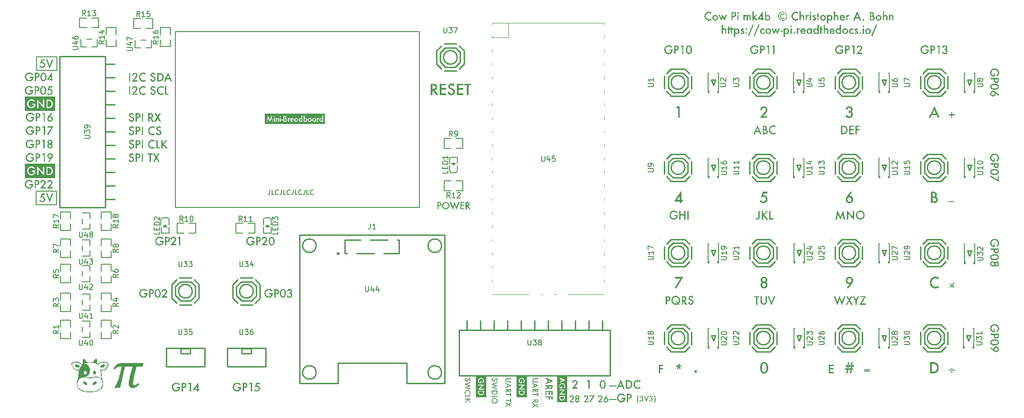
<source format=gbr>
%TF.GenerationSoftware,KiCad,Pcbnew,7.0.2-0*%
%TF.CreationDate,2023-10-11T20:45:17-05:00*%
%TF.ProjectId,CowPi-mk4b,436f7750-692d-46d6-9b34-622e6b696361,mk4b*%
%TF.SameCoordinates,Original*%
%TF.FileFunction,Legend,Top*%
%TF.FilePolarity,Positive*%
%FSLAX46Y46*%
G04 Gerber Fmt 4.6, Leading zero omitted, Abs format (unit mm)*
G04 Created by KiCad (PCBNEW 7.0.2-0) date 2023-10-11 20:45:17*
%MOMM*%
%LPD*%
G01*
G04 APERTURE LIST*
%ADD10C,0.200000*%
%ADD11C,0.150000*%
%ADD12C,0.254000*%
%ADD13C,0.059995*%
%ADD14C,0.120000*%
%ADD15C,0.152400*%
%ADD16C,0.151994*%
%ADD17C,0.150013*%
%ADD18C,0.300000*%
G04 APERTURE END LIST*
D10*
X74929992Y-95463234D02*
X120649992Y-95463234D01*
D11*
X48895000Y-67210000D02*
X52705000Y-67210000D01*
X52705000Y-69750000D01*
X48895000Y-69750000D01*
X48895000Y-67210000D01*
D10*
X120649992Y-95463234D02*
X120649992Y-62443234D01*
X74929992Y-62443234D02*
X120649992Y-62443234D01*
X74929992Y-95463234D02*
X74929992Y-62443234D01*
D11*
X48814894Y-92418148D02*
X52624894Y-92418148D01*
X52624894Y-94958148D01*
X48814894Y-94958148D01*
X48814894Y-92418148D01*
X143471886Y-127350096D02*
X143471886Y-127350096D01*
X143471886Y-127950096D02*
X143471886Y-127950096D01*
X143471886Y-128550096D02*
X143471886Y-128550096D01*
X143471886Y-129150096D02*
X143471886Y-129150096D01*
X143471886Y-129750096D02*
X143471886Y-129750096D01*
X143471886Y-130350096D02*
X143471886Y-130350096D01*
X143471886Y-130950096D02*
X143471886Y-130950096D01*
X143471886Y-131550096D02*
X143471886Y-131550096D01*
X143471886Y-132150096D02*
X143471886Y-132150096D01*
X143471886Y-132750096D02*
X143471886Y-132750096D01*
G36*
X75124225Y-129170896D02*
G01*
X75780750Y-129170896D01*
X75780750Y-129224019D01*
X75780585Y-129246480D01*
X75780091Y-129268618D01*
X75779269Y-129290433D01*
X75778117Y-129311924D01*
X75776635Y-129333091D01*
X75774825Y-129353935D01*
X75772685Y-129374456D01*
X75770217Y-129394653D01*
X75767419Y-129414527D01*
X75764292Y-129434077D01*
X75760836Y-129453304D01*
X75757051Y-129472208D01*
X75752936Y-129490788D01*
X75748493Y-129509045D01*
X75743720Y-129526978D01*
X75738618Y-129544588D01*
X75733268Y-129560645D01*
X75727478Y-129576576D01*
X75721247Y-129592381D01*
X75714575Y-129608060D01*
X75707463Y-129623614D01*
X75699909Y-129639041D01*
X75691915Y-129654342D01*
X75683480Y-129669518D01*
X75674604Y-129684568D01*
X75665288Y-129699491D01*
X75655530Y-129714289D01*
X75645332Y-129728961D01*
X75634693Y-129743506D01*
X75623614Y-129757926D01*
X75612093Y-129772220D01*
X75600132Y-129786388D01*
X75586231Y-129801896D01*
X75572095Y-129816911D01*
X75557726Y-129831434D01*
X75543122Y-129845464D01*
X75528285Y-129859003D01*
X75513214Y-129872049D01*
X75497908Y-129884602D01*
X75482369Y-129896664D01*
X75466596Y-129908233D01*
X75450588Y-129919310D01*
X75434347Y-129929894D01*
X75417872Y-129939986D01*
X75401162Y-129949586D01*
X75384219Y-129958694D01*
X75367042Y-129967309D01*
X75349631Y-129975432D01*
X75331985Y-129983063D01*
X75314106Y-129990201D01*
X75295993Y-129996847D01*
X75277646Y-130003001D01*
X75259065Y-130008663D01*
X75240249Y-130013832D01*
X75221200Y-130018509D01*
X75201917Y-130022693D01*
X75182400Y-130026385D01*
X75162649Y-130029585D01*
X75142664Y-130032293D01*
X75122445Y-130034508D01*
X75101992Y-130036231D01*
X75081305Y-130037462D01*
X75060383Y-130038201D01*
X75039228Y-130038447D01*
X75018554Y-130038209D01*
X74998065Y-130037497D01*
X74977764Y-130036309D01*
X74957649Y-130034646D01*
X74937722Y-130032508D01*
X74917980Y-130029894D01*
X74898426Y-130026806D01*
X74879059Y-130023243D01*
X74859878Y-130019204D01*
X74840884Y-130014690D01*
X74822076Y-130009702D01*
X74803456Y-130004238D01*
X74785022Y-129998298D01*
X74766775Y-129991884D01*
X74748715Y-129984995D01*
X74730841Y-129977630D01*
X74713155Y-129969791D01*
X74695655Y-129961476D01*
X74678341Y-129952686D01*
X74661215Y-129943421D01*
X74644275Y-129933681D01*
X74627522Y-129923466D01*
X74610956Y-129912775D01*
X74594577Y-129901610D01*
X74578384Y-129889969D01*
X74562378Y-129877853D01*
X74546559Y-129865262D01*
X74530927Y-129852196D01*
X74515481Y-129838655D01*
X74500222Y-129824639D01*
X74485150Y-129810147D01*
X74470265Y-129795181D01*
X74455681Y-129779836D01*
X74441561Y-129764300D01*
X74427904Y-129748575D01*
X74414709Y-129732659D01*
X74401978Y-129716552D01*
X74389709Y-129700255D01*
X74377903Y-129683768D01*
X74366561Y-129667091D01*
X74355681Y-129650223D01*
X74345264Y-129633165D01*
X74335311Y-129615916D01*
X74325820Y-129598478D01*
X74316792Y-129580849D01*
X74308227Y-129563029D01*
X74300125Y-129545019D01*
X74292486Y-129526819D01*
X74285311Y-129508429D01*
X74278598Y-129489848D01*
X74272348Y-129471077D01*
X74266560Y-129452115D01*
X74261236Y-129432963D01*
X74256375Y-129413621D01*
X74251977Y-129394089D01*
X74248042Y-129374366D01*
X74244570Y-129354453D01*
X74241560Y-129334349D01*
X74239014Y-129314055D01*
X74236931Y-129293571D01*
X74235310Y-129272896D01*
X74234153Y-129252032D01*
X74233459Y-129230976D01*
X74233227Y-129209731D01*
X74233462Y-129188013D01*
X74234169Y-129166503D01*
X74235346Y-129145200D01*
X74236994Y-129124105D01*
X74239113Y-129103217D01*
X74241702Y-129082537D01*
X74244763Y-129062064D01*
X74248294Y-129041799D01*
X74252296Y-129021741D01*
X74256769Y-129001891D01*
X74261713Y-128982248D01*
X74267127Y-128962813D01*
X74273013Y-128943585D01*
X74279369Y-128924565D01*
X74286196Y-128905752D01*
X74293494Y-128887147D01*
X74301263Y-128868749D01*
X74309502Y-128850559D01*
X74318213Y-128832577D01*
X74327394Y-128814802D01*
X74337046Y-128797234D01*
X74347169Y-128779874D01*
X74357763Y-128762721D01*
X74368828Y-128745776D01*
X74380363Y-128729039D01*
X74392369Y-128712509D01*
X74404847Y-128696186D01*
X74417795Y-128680071D01*
X74431213Y-128664164D01*
X74445103Y-128648464D01*
X74459463Y-128632971D01*
X74474295Y-128617686D01*
X74489463Y-128602675D01*
X74504835Y-128588139D01*
X74520409Y-128574081D01*
X74536187Y-128560499D01*
X74552169Y-128547394D01*
X74568353Y-128534765D01*
X74584741Y-128522612D01*
X74601332Y-128510937D01*
X74618126Y-128499738D01*
X74635123Y-128489015D01*
X74652323Y-128478769D01*
X74669727Y-128469000D01*
X74687334Y-128459707D01*
X74705144Y-128450890D01*
X74723158Y-128442550D01*
X74741374Y-128434687D01*
X74759794Y-128427301D01*
X74778417Y-128420390D01*
X74797243Y-128413957D01*
X74816273Y-128408000D01*
X74835506Y-128402519D01*
X74854942Y-128397516D01*
X74874581Y-128392988D01*
X74894423Y-128388937D01*
X74914469Y-128385363D01*
X74934717Y-128382266D01*
X74955169Y-128379645D01*
X74975825Y-128377500D01*
X74996683Y-128375832D01*
X75017745Y-128374641D01*
X75039010Y-128373926D01*
X75060478Y-128373688D01*
X75083599Y-128373992D01*
X75106525Y-128374907D01*
X75129257Y-128376431D01*
X75151794Y-128378565D01*
X75174136Y-128381308D01*
X75196284Y-128384661D01*
X75218237Y-128388624D01*
X75239996Y-128393196D01*
X75261560Y-128398379D01*
X75282929Y-128404170D01*
X75304104Y-128410572D01*
X75325084Y-128417583D01*
X75345870Y-128425203D01*
X75366460Y-128433434D01*
X75386857Y-128442274D01*
X75407058Y-128451723D01*
X75426272Y-128461812D01*
X75445446Y-128472663D01*
X75464580Y-128484275D01*
X75483674Y-128496649D01*
X75502728Y-128509783D01*
X75521742Y-128523679D01*
X75540715Y-128538337D01*
X75559649Y-128553756D01*
X75578542Y-128569936D01*
X75597396Y-128586877D01*
X75616209Y-128604580D01*
X75634983Y-128623044D01*
X75653716Y-128642270D01*
X75672409Y-128662257D01*
X75691062Y-128683005D01*
X75709675Y-128704515D01*
X75538949Y-128867180D01*
X75526639Y-128851244D01*
X75514162Y-128835815D01*
X75501520Y-128820891D01*
X75488712Y-128806473D01*
X75475737Y-128792560D01*
X75462597Y-128779154D01*
X75449290Y-128766254D01*
X75435818Y-128753859D01*
X75422179Y-128741971D01*
X75408375Y-128730588D01*
X75394404Y-128719711D01*
X75380268Y-128709340D01*
X75365965Y-128699475D01*
X75351497Y-128690116D01*
X75336862Y-128681263D01*
X75322062Y-128672916D01*
X75307095Y-128665074D01*
X75291963Y-128657739D01*
X75276664Y-128650909D01*
X75261199Y-128644585D01*
X75245569Y-128638768D01*
X75229772Y-128633456D01*
X75213810Y-128628650D01*
X75197681Y-128624349D01*
X75181386Y-128620555D01*
X75164926Y-128617267D01*
X75148299Y-128614484D01*
X75131506Y-128612208D01*
X75114548Y-128610437D01*
X75097423Y-128609172D01*
X75080132Y-128608414D01*
X75062676Y-128608161D01*
X75047002Y-128608330D01*
X75031486Y-128608839D01*
X75016130Y-128609687D01*
X75000932Y-128610874D01*
X74985893Y-128612400D01*
X74971013Y-128614266D01*
X74956292Y-128616470D01*
X74941730Y-128619014D01*
X74927326Y-128621897D01*
X74898996Y-128628681D01*
X74871301Y-128636821D01*
X74844242Y-128646318D01*
X74817818Y-128657171D01*
X74792029Y-128669381D01*
X74766876Y-128682948D01*
X74742358Y-128697872D01*
X74718476Y-128714152D01*
X74695229Y-128731789D01*
X74683844Y-128741117D01*
X74672617Y-128750783D01*
X74661550Y-128760789D01*
X74650641Y-128771133D01*
X74639891Y-128781817D01*
X74629388Y-128792549D01*
X74619218Y-128803449D01*
X74609381Y-128814516D01*
X74599878Y-128825752D01*
X74581871Y-128848729D01*
X74565199Y-128872378D01*
X74549860Y-128896700D01*
X74535855Y-128921694D01*
X74523184Y-128947361D01*
X74511847Y-128973701D01*
X74501844Y-129000713D01*
X74493174Y-129028398D01*
X74485838Y-129056755D01*
X74482670Y-129071186D01*
X74479836Y-129085785D01*
X74477335Y-129100552D01*
X74475168Y-129115488D01*
X74473334Y-129130591D01*
X74471833Y-129145863D01*
X74470666Y-129161303D01*
X74469833Y-129176911D01*
X74469332Y-129192687D01*
X74469166Y-129208632D01*
X74469351Y-129225118D01*
X74469908Y-129241420D01*
X74470837Y-129257538D01*
X74472137Y-129273472D01*
X74473808Y-129289223D01*
X74475850Y-129304789D01*
X74478264Y-129320172D01*
X74481050Y-129335371D01*
X74484206Y-129350386D01*
X74487734Y-129365217D01*
X74491634Y-129379864D01*
X74495905Y-129394327D01*
X74500547Y-129408606D01*
X74505560Y-129422702D01*
X74510945Y-129436613D01*
X74516701Y-129450341D01*
X74522829Y-129463884D01*
X74529328Y-129477244D01*
X74536199Y-129490420D01*
X74543440Y-129503412D01*
X74551053Y-129516220D01*
X74559038Y-129528844D01*
X74567394Y-129541284D01*
X74576121Y-129553541D01*
X74585220Y-129565613D01*
X74594690Y-129577502D01*
X74604531Y-129589207D01*
X74614744Y-129600727D01*
X74625328Y-129612064D01*
X74636284Y-129623217D01*
X74647610Y-129634186D01*
X74659309Y-129644972D01*
X74670466Y-129654754D01*
X74681681Y-129664226D01*
X74704286Y-129682238D01*
X74727122Y-129699007D01*
X74750190Y-129714535D01*
X74773490Y-129728820D01*
X74797022Y-129741863D01*
X74820785Y-129753664D01*
X74844781Y-129764223D01*
X74869008Y-129773540D01*
X74893467Y-129781614D01*
X74918158Y-129788446D01*
X74943081Y-129794036D01*
X74968235Y-129798384D01*
X74993622Y-129801489D01*
X75019240Y-129803353D01*
X75045090Y-129803974D01*
X75067068Y-129803517D01*
X75088762Y-129802148D01*
X75110173Y-129799865D01*
X75131300Y-129796669D01*
X75152145Y-129792561D01*
X75172705Y-129787539D01*
X75192983Y-129781604D01*
X75212977Y-129774756D01*
X75232687Y-129766995D01*
X75252115Y-129758321D01*
X75271259Y-129748734D01*
X75290119Y-129738234D01*
X75308697Y-129726821D01*
X75326990Y-129714495D01*
X75345001Y-129701256D01*
X75362728Y-129687103D01*
X75379873Y-129672221D01*
X75396044Y-129656976D01*
X75411243Y-129641367D01*
X75425468Y-129625394D01*
X75438720Y-129609058D01*
X75450999Y-129592358D01*
X75462305Y-129575295D01*
X75472637Y-129557868D01*
X75481997Y-129540078D01*
X75490383Y-129521925D01*
X75497796Y-129503408D01*
X75504236Y-129484527D01*
X75509703Y-129465283D01*
X75514197Y-129445675D01*
X75517717Y-129425704D01*
X75520265Y-129405369D01*
X75124225Y-129405369D01*
X75124225Y-129170896D01*
G37*
G36*
X76368428Y-128420690D02*
G01*
X76392240Y-128421012D01*
X76415288Y-128421548D01*
X76437572Y-128422300D01*
X76459092Y-128423266D01*
X76479847Y-128424446D01*
X76499838Y-128425842D01*
X76519065Y-128427452D01*
X76537528Y-128429276D01*
X76555227Y-128431316D01*
X76572161Y-128433570D01*
X76588331Y-128436038D01*
X76603737Y-128438722D01*
X76618379Y-128441620D01*
X76638908Y-128446369D01*
X76645369Y-128448060D01*
X76664453Y-128453708D01*
X76683099Y-128460214D01*
X76701307Y-128467576D01*
X76719077Y-128475794D01*
X76736410Y-128484869D01*
X76753304Y-128494801D01*
X76769760Y-128505589D01*
X76785779Y-128517234D01*
X76801359Y-128529735D01*
X76816502Y-128543092D01*
X76826353Y-128552473D01*
X76842946Y-128569412D01*
X76858467Y-128586889D01*
X76872919Y-128604903D01*
X76886300Y-128623456D01*
X76898610Y-128642547D01*
X76909850Y-128662177D01*
X76920020Y-128682344D01*
X76929119Y-128703049D01*
X76937147Y-128724292D01*
X76944105Y-128746074D01*
X76949993Y-128768394D01*
X76954810Y-128791251D01*
X76958556Y-128814647D01*
X76961233Y-128838581D01*
X76962838Y-128863053D01*
X76963374Y-128888063D01*
X76962800Y-128914822D01*
X76961078Y-128940877D01*
X76958209Y-128966227D01*
X76954192Y-128990874D01*
X76949027Y-129014816D01*
X76942714Y-129038055D01*
X76935254Y-129060589D01*
X76926646Y-129082419D01*
X76916890Y-129103545D01*
X76905986Y-129123967D01*
X76893935Y-129143685D01*
X76880736Y-129162699D01*
X76866389Y-129181008D01*
X76850894Y-129198614D01*
X76834252Y-129215515D01*
X76816462Y-129231713D01*
X76797697Y-129247063D01*
X76778131Y-129261423D01*
X76757763Y-129274792D01*
X76736594Y-129287171D01*
X76714624Y-129298560D01*
X76691852Y-129308958D01*
X76668279Y-129318366D01*
X76643904Y-129326784D01*
X76618728Y-129334212D01*
X76592750Y-129340649D01*
X76565971Y-129346096D01*
X76538391Y-129350552D01*
X76510009Y-129354018D01*
X76480826Y-129356494D01*
X76465934Y-129357361D01*
X76450841Y-129357980D01*
X76435549Y-129358351D01*
X76420055Y-129358475D01*
X76308314Y-129358475D01*
X76308314Y-130003276D01*
X76072376Y-130003276D01*
X76072376Y-128628677D01*
X76308314Y-128628677D01*
X76308314Y-129150380D01*
X76397341Y-129150380D01*
X76417649Y-129150121D01*
X76437313Y-129149344D01*
X76456332Y-129148049D01*
X76474707Y-129146235D01*
X76492436Y-129143904D01*
X76509521Y-129141055D01*
X76525962Y-129137687D01*
X76541757Y-129133802D01*
X76556908Y-129129398D01*
X76571414Y-129124477D01*
X76585275Y-129119037D01*
X76611064Y-129106604D01*
X76634274Y-129092098D01*
X76654905Y-129075520D01*
X76672957Y-129056870D01*
X76688430Y-129036147D01*
X76701324Y-129013352D01*
X76711639Y-128988485D01*
X76719376Y-128961546D01*
X76724534Y-128932535D01*
X76726146Y-128917252D01*
X76727113Y-128901451D01*
X76727435Y-128885132D01*
X76727103Y-128869354D01*
X76726106Y-128854077D01*
X76724444Y-128839301D01*
X76719126Y-128811251D01*
X76711149Y-128785205D01*
X76700513Y-128761162D01*
X76687218Y-128739123D01*
X76671264Y-128719088D01*
X76652651Y-128701056D01*
X76631379Y-128685027D01*
X76607448Y-128671002D01*
X76580857Y-128658981D01*
X76566565Y-128653722D01*
X76551608Y-128648963D01*
X76535987Y-128644706D01*
X76519700Y-128640949D01*
X76502749Y-128637693D01*
X76485133Y-128634938D01*
X76466853Y-128632684D01*
X76447907Y-128630931D01*
X76428297Y-128629679D01*
X76408022Y-128628928D01*
X76387083Y-128628677D01*
X76308314Y-128628677D01*
X76072376Y-128628677D01*
X76072376Y-128420582D01*
X76343852Y-128420582D01*
X76368428Y-128420690D01*
G37*
G36*
X77581797Y-128655055D02*
G01*
X77308122Y-128655055D01*
X77439281Y-128420582D01*
X77817735Y-128420582D01*
X77817735Y-130026723D01*
X77581797Y-130026723D01*
X77581797Y-128655055D01*
G37*
G36*
X79182076Y-129572431D02*
G01*
X79356465Y-129572431D01*
X79356465Y-129780526D01*
X79182076Y-129780526D01*
X79182076Y-130003276D01*
X78946137Y-130003276D01*
X78946137Y-129780526D01*
X78168712Y-129780526D01*
X78311823Y-129572431D01*
X78580872Y-129572431D01*
X78946137Y-129572431D01*
X78946137Y-129039371D01*
X78580872Y-129572431D01*
X78311823Y-129572431D01*
X79182076Y-128307009D01*
X79182076Y-129572431D01*
G37*
G36*
X217918717Y-108624996D02*
G01*
X217918717Y-109008458D01*
X217901265Y-108994212D01*
X217883775Y-108980419D01*
X217866247Y-108967079D01*
X217848680Y-108954190D01*
X217831076Y-108941754D01*
X217813433Y-108929769D01*
X217795752Y-108918238D01*
X217778033Y-108907158D01*
X217760276Y-108896531D01*
X217742480Y-108886355D01*
X217724647Y-108876632D01*
X217706775Y-108867362D01*
X217688865Y-108858543D01*
X217670917Y-108850177D01*
X217652931Y-108842263D01*
X217616844Y-108827791D01*
X217580605Y-108815129D01*
X217544213Y-108804275D01*
X217507668Y-108795231D01*
X217470970Y-108787995D01*
X217434120Y-108782568D01*
X217397117Y-108778950D01*
X217359962Y-108777142D01*
X217341327Y-108776915D01*
X217320881Y-108777144D01*
X217300638Y-108777829D01*
X217280596Y-108778972D01*
X217260757Y-108780571D01*
X217241120Y-108782628D01*
X217221686Y-108785141D01*
X217183424Y-108791539D01*
X217145971Y-108799765D01*
X217109327Y-108809820D01*
X217073492Y-108821702D01*
X217038466Y-108835412D01*
X217004249Y-108850950D01*
X216970841Y-108868316D01*
X216938242Y-108887510D01*
X216906452Y-108908532D01*
X216875472Y-108931382D01*
X216845300Y-108956060D01*
X216830518Y-108969084D01*
X216815938Y-108982566D01*
X216801560Y-108996505D01*
X216787384Y-109010900D01*
X216773439Y-109025594D01*
X216759937Y-109040490D01*
X216746878Y-109055587D01*
X216734261Y-109070885D01*
X216722087Y-109086384D01*
X216710356Y-109102085D01*
X216688221Y-109134090D01*
X216667858Y-109166901D01*
X216649265Y-109200516D01*
X216632443Y-109234938D01*
X216617391Y-109270164D01*
X216604110Y-109306195D01*
X216592600Y-109343032D01*
X216582861Y-109380674D01*
X216578656Y-109399797D01*
X216574893Y-109419121D01*
X216571573Y-109438647D01*
X216568695Y-109458374D01*
X216566260Y-109478302D01*
X216564268Y-109498432D01*
X216562719Y-109518763D01*
X216561612Y-109539295D01*
X216560948Y-109560028D01*
X216560727Y-109580963D01*
X216560948Y-109601653D01*
X216561612Y-109622141D01*
X216562719Y-109642426D01*
X216564268Y-109662509D01*
X216566260Y-109682390D01*
X216568695Y-109702069D01*
X216571573Y-109721546D01*
X216574893Y-109740820D01*
X216582861Y-109778761D01*
X216592600Y-109815894D01*
X216604110Y-109852217D01*
X216617391Y-109887732D01*
X216632443Y-109922437D01*
X216649265Y-109956334D01*
X216667858Y-109989421D01*
X216688221Y-110021699D01*
X216710356Y-110053168D01*
X216734261Y-110083828D01*
X216746878Y-110098855D01*
X216759937Y-110113679D01*
X216773439Y-110128302D01*
X216787384Y-110142721D01*
X216801650Y-110156786D01*
X216816115Y-110170405D01*
X216830780Y-110183577D01*
X216845644Y-110196302D01*
X216875970Y-110220414D01*
X216907094Y-110242739D01*
X216939015Y-110263278D01*
X216971734Y-110282031D01*
X217005251Y-110298999D01*
X217039565Y-110314180D01*
X217074677Y-110327575D01*
X217110586Y-110339184D01*
X217147293Y-110349007D01*
X217184798Y-110357045D01*
X217223100Y-110363296D01*
X217242550Y-110365751D01*
X217262200Y-110367761D01*
X217282049Y-110369323D01*
X217302097Y-110370440D01*
X217322345Y-110371109D01*
X217342792Y-110371333D01*
X217363784Y-110371117D01*
X217384382Y-110370470D01*
X217404588Y-110369392D01*
X217424400Y-110367883D01*
X217453381Y-110364810D01*
X217481478Y-110360767D01*
X217508691Y-110355754D01*
X217535019Y-110349771D01*
X217560463Y-110342817D01*
X217585022Y-110334893D01*
X217608697Y-110325999D01*
X217631487Y-110316134D01*
X217652227Y-110307120D01*
X217673228Y-110297176D01*
X217694492Y-110286302D01*
X217711692Y-110276933D01*
X217729060Y-110266969D01*
X217746596Y-110256409D01*
X217764300Y-110245254D01*
X217768752Y-110242373D01*
X217786696Y-110230466D01*
X217804869Y-110217948D01*
X217823271Y-110204820D01*
X217841903Y-110191082D01*
X217860763Y-110176732D01*
X217879852Y-110161772D01*
X217899170Y-110146202D01*
X217918717Y-110130021D01*
X217918717Y-110521786D01*
X217901532Y-110531764D01*
X217884294Y-110541425D01*
X217867002Y-110550769D01*
X217849657Y-110559797D01*
X217814807Y-110576901D01*
X217779743Y-110592739D01*
X217744465Y-110607309D01*
X217708973Y-110620613D01*
X217673268Y-110632650D01*
X217637349Y-110643419D01*
X217601217Y-110652922D01*
X217564870Y-110661157D01*
X217528310Y-110668126D01*
X217491536Y-110673828D01*
X217454549Y-110678262D01*
X217417347Y-110681430D01*
X217379932Y-110683330D01*
X217342304Y-110683964D01*
X217314010Y-110683651D01*
X217285977Y-110682714D01*
X217258205Y-110681151D01*
X217230692Y-110678964D01*
X217203441Y-110676152D01*
X217176450Y-110672715D01*
X217149719Y-110668653D01*
X217123249Y-110663966D01*
X217097039Y-110658654D01*
X217071089Y-110652718D01*
X217045400Y-110646156D01*
X217019972Y-110638969D01*
X216994804Y-110631158D01*
X216969896Y-110622722D01*
X216945249Y-110613660D01*
X216920863Y-110603974D01*
X216896737Y-110593663D01*
X216872871Y-110582727D01*
X216849266Y-110571166D01*
X216825921Y-110558980D01*
X216802837Y-110546169D01*
X216780013Y-110532733D01*
X216757450Y-110518673D01*
X216735147Y-110503987D01*
X216713104Y-110488677D01*
X216691322Y-110472741D01*
X216669801Y-110456181D01*
X216648540Y-110438996D01*
X216627539Y-110421185D01*
X216606799Y-110402750D01*
X216586319Y-110383690D01*
X216566100Y-110364005D01*
X216546415Y-110343695D01*
X216527355Y-110323123D01*
X216508920Y-110302292D01*
X216491110Y-110281199D01*
X216473925Y-110259847D01*
X216457364Y-110238234D01*
X216441429Y-110216360D01*
X216426118Y-110194226D01*
X216411433Y-110171832D01*
X216397372Y-110149177D01*
X216383936Y-110126261D01*
X216371126Y-110103085D01*
X216358940Y-110079649D01*
X216347379Y-110055952D01*
X216336443Y-110031995D01*
X216326131Y-110007777D01*
X216316445Y-109983299D01*
X216307384Y-109958560D01*
X216298948Y-109933561D01*
X216291136Y-109908302D01*
X216283949Y-109882782D01*
X216277388Y-109857001D01*
X216271451Y-109830960D01*
X216266139Y-109804659D01*
X216261452Y-109778097D01*
X216257390Y-109751275D01*
X216253953Y-109724192D01*
X216251141Y-109696848D01*
X216248954Y-109669245D01*
X216247392Y-109641381D01*
X216246454Y-109613256D01*
X216246142Y-109584871D01*
X216246403Y-109559404D01*
X216247188Y-109534112D01*
X216248495Y-109508995D01*
X216250325Y-109484052D01*
X216252677Y-109459284D01*
X216255553Y-109434690D01*
X216258951Y-109410271D01*
X216262873Y-109386027D01*
X216267317Y-109361957D01*
X216272284Y-109338061D01*
X216277773Y-109314341D01*
X216283786Y-109290795D01*
X216290321Y-109267423D01*
X216297379Y-109244226D01*
X216304961Y-109221204D01*
X216313064Y-109198356D01*
X216321691Y-109175683D01*
X216330841Y-109153185D01*
X216340513Y-109130861D01*
X216350708Y-109108712D01*
X216361426Y-109086737D01*
X216372667Y-109064937D01*
X216384431Y-109043311D01*
X216396718Y-109021860D01*
X216409527Y-109000584D01*
X216422859Y-108979482D01*
X216436714Y-108958555D01*
X216451092Y-108937803D01*
X216465993Y-108917225D01*
X216481416Y-108896821D01*
X216497363Y-108876593D01*
X216513832Y-108856539D01*
X216534629Y-108832406D01*
X216555804Y-108809039D01*
X216577356Y-108786439D01*
X216599287Y-108764604D01*
X216621595Y-108743536D01*
X216644281Y-108723234D01*
X216667344Y-108703697D01*
X216690786Y-108684927D01*
X216714605Y-108666924D01*
X216738803Y-108649686D01*
X216763378Y-108633214D01*
X216788331Y-108617509D01*
X216813661Y-108602569D01*
X216839370Y-108588396D01*
X216865456Y-108574989D01*
X216891920Y-108562348D01*
X216918762Y-108550473D01*
X216945982Y-108539364D01*
X216973579Y-108529022D01*
X217001555Y-108519445D01*
X217029908Y-108510635D01*
X217058639Y-108502591D01*
X217087747Y-108495312D01*
X217117234Y-108488800D01*
X217147098Y-108483055D01*
X217177341Y-108478075D01*
X217207961Y-108473861D01*
X217238959Y-108470414D01*
X217270334Y-108467732D01*
X217302088Y-108465817D01*
X217334219Y-108464668D01*
X217366728Y-108464285D01*
X217402372Y-108464912D01*
X217437864Y-108466796D01*
X217473203Y-108469935D01*
X217508389Y-108474329D01*
X217543423Y-108479979D01*
X217578303Y-108486885D01*
X217613032Y-108495046D01*
X217647607Y-108504463D01*
X217682030Y-108515135D01*
X217716301Y-108527063D01*
X217750418Y-108540246D01*
X217784383Y-108554685D01*
X217818196Y-108570379D01*
X217851855Y-108587330D01*
X217885363Y-108605535D01*
X217918717Y-108624996D01*
G37*
G36*
X215407412Y-65818396D02*
G01*
X216063937Y-65818396D01*
X216063937Y-65871519D01*
X216063772Y-65893980D01*
X216063278Y-65916118D01*
X216062456Y-65937933D01*
X216061304Y-65959424D01*
X216059822Y-65980591D01*
X216058012Y-66001435D01*
X216055872Y-66021956D01*
X216053404Y-66042153D01*
X216050606Y-66062027D01*
X216047479Y-66081577D01*
X216044023Y-66100804D01*
X216040238Y-66119708D01*
X216036123Y-66138288D01*
X216031680Y-66156545D01*
X216026907Y-66174478D01*
X216021805Y-66192088D01*
X216016455Y-66208145D01*
X216010665Y-66224076D01*
X216004434Y-66239881D01*
X215997762Y-66255560D01*
X215990650Y-66271114D01*
X215983096Y-66286541D01*
X215975102Y-66301842D01*
X215966667Y-66317018D01*
X215957791Y-66332068D01*
X215948475Y-66346991D01*
X215938717Y-66361789D01*
X215928519Y-66376461D01*
X215917880Y-66391006D01*
X215906801Y-66405426D01*
X215895280Y-66419720D01*
X215883319Y-66433888D01*
X215869418Y-66449396D01*
X215855282Y-66464411D01*
X215840913Y-66478934D01*
X215826309Y-66492964D01*
X215811472Y-66506503D01*
X215796401Y-66519549D01*
X215781095Y-66532102D01*
X215765556Y-66544164D01*
X215749783Y-66555733D01*
X215733775Y-66566810D01*
X215717534Y-66577394D01*
X215701059Y-66587486D01*
X215684349Y-66597086D01*
X215667406Y-66606194D01*
X215650229Y-66614809D01*
X215632818Y-66622932D01*
X215615172Y-66630563D01*
X215597293Y-66637701D01*
X215579180Y-66644347D01*
X215560833Y-66650501D01*
X215542252Y-66656163D01*
X215523436Y-66661332D01*
X215504387Y-66666009D01*
X215485104Y-66670193D01*
X215465587Y-66673885D01*
X215445836Y-66677085D01*
X215425851Y-66679793D01*
X215405632Y-66682008D01*
X215385179Y-66683731D01*
X215364492Y-66684962D01*
X215343570Y-66685701D01*
X215322415Y-66685947D01*
X215301741Y-66685709D01*
X215281252Y-66684997D01*
X215260951Y-66683809D01*
X215240836Y-66682146D01*
X215220909Y-66680008D01*
X215201167Y-66677394D01*
X215181613Y-66674306D01*
X215162246Y-66670743D01*
X215143065Y-66666704D01*
X215124071Y-66662190D01*
X215105263Y-66657202D01*
X215086643Y-66651738D01*
X215068209Y-66645798D01*
X215049962Y-66639384D01*
X215031902Y-66632495D01*
X215014028Y-66625130D01*
X214996342Y-66617291D01*
X214978842Y-66608976D01*
X214961528Y-66600186D01*
X214944402Y-66590921D01*
X214927462Y-66581181D01*
X214910709Y-66570966D01*
X214894143Y-66560275D01*
X214877764Y-66549110D01*
X214861571Y-66537469D01*
X214845565Y-66525353D01*
X214829746Y-66512762D01*
X214814114Y-66499696D01*
X214798668Y-66486155D01*
X214783409Y-66472139D01*
X214768337Y-66457647D01*
X214753452Y-66442681D01*
X214738868Y-66427336D01*
X214724748Y-66411800D01*
X214711091Y-66396075D01*
X214697896Y-66380159D01*
X214685165Y-66364052D01*
X214672896Y-66347755D01*
X214661090Y-66331268D01*
X214649748Y-66314591D01*
X214638868Y-66297723D01*
X214628451Y-66280665D01*
X214618498Y-66263416D01*
X214609007Y-66245978D01*
X214599979Y-66228349D01*
X214591414Y-66210529D01*
X214583312Y-66192519D01*
X214575673Y-66174319D01*
X214568498Y-66155929D01*
X214561785Y-66137348D01*
X214555535Y-66118577D01*
X214549747Y-66099615D01*
X214544423Y-66080463D01*
X214539562Y-66061121D01*
X214535164Y-66041589D01*
X214531229Y-66021866D01*
X214527757Y-66001953D01*
X214524747Y-65981849D01*
X214522201Y-65961555D01*
X214520118Y-65941071D01*
X214518497Y-65920396D01*
X214517340Y-65899532D01*
X214516646Y-65878476D01*
X214516414Y-65857231D01*
X214516649Y-65835513D01*
X214517356Y-65814003D01*
X214518533Y-65792700D01*
X214520181Y-65771605D01*
X214522300Y-65750717D01*
X214524889Y-65730037D01*
X214527950Y-65709564D01*
X214531481Y-65689299D01*
X214535483Y-65669241D01*
X214539956Y-65649391D01*
X214544900Y-65629748D01*
X214550314Y-65610313D01*
X214556200Y-65591085D01*
X214562556Y-65572065D01*
X214569383Y-65553252D01*
X214576681Y-65534647D01*
X214584450Y-65516249D01*
X214592689Y-65498059D01*
X214601400Y-65480077D01*
X214610581Y-65462302D01*
X214620233Y-65444734D01*
X214630356Y-65427374D01*
X214640950Y-65410221D01*
X214652015Y-65393276D01*
X214663550Y-65376539D01*
X214675556Y-65360009D01*
X214688034Y-65343686D01*
X214700982Y-65327571D01*
X214714400Y-65311664D01*
X214728290Y-65295964D01*
X214742650Y-65280471D01*
X214757482Y-65265186D01*
X214772650Y-65250175D01*
X214788022Y-65235639D01*
X214803596Y-65221581D01*
X214819374Y-65207999D01*
X214835356Y-65194894D01*
X214851540Y-65182265D01*
X214867928Y-65170112D01*
X214884519Y-65158437D01*
X214901313Y-65147238D01*
X214918310Y-65136515D01*
X214935510Y-65126269D01*
X214952914Y-65116500D01*
X214970521Y-65107207D01*
X214988331Y-65098390D01*
X215006345Y-65090050D01*
X215024561Y-65082187D01*
X215042981Y-65074801D01*
X215061604Y-65067890D01*
X215080430Y-65061457D01*
X215099460Y-65055500D01*
X215118693Y-65050019D01*
X215138129Y-65045016D01*
X215157768Y-65040488D01*
X215177610Y-65036437D01*
X215197656Y-65032863D01*
X215217904Y-65029766D01*
X215238356Y-65027145D01*
X215259012Y-65025000D01*
X215279870Y-65023332D01*
X215300932Y-65022141D01*
X215322197Y-65021426D01*
X215343665Y-65021188D01*
X215366786Y-65021492D01*
X215389712Y-65022407D01*
X215412444Y-65023931D01*
X215434981Y-65026065D01*
X215457323Y-65028808D01*
X215479471Y-65032161D01*
X215501424Y-65036124D01*
X215523183Y-65040696D01*
X215544747Y-65045879D01*
X215566116Y-65051670D01*
X215587291Y-65058072D01*
X215608271Y-65065083D01*
X215629057Y-65072703D01*
X215649647Y-65080934D01*
X215670044Y-65089774D01*
X215690245Y-65099223D01*
X215709459Y-65109312D01*
X215728633Y-65120163D01*
X215747767Y-65131775D01*
X215766861Y-65144149D01*
X215785915Y-65157283D01*
X215804929Y-65171179D01*
X215823902Y-65185837D01*
X215842836Y-65201256D01*
X215861729Y-65217436D01*
X215880583Y-65234377D01*
X215899396Y-65252080D01*
X215918170Y-65270544D01*
X215936903Y-65289770D01*
X215955596Y-65309757D01*
X215974249Y-65330505D01*
X215992862Y-65352015D01*
X215822136Y-65514680D01*
X215809826Y-65498744D01*
X215797349Y-65483315D01*
X215784707Y-65468391D01*
X215771899Y-65453973D01*
X215758924Y-65440060D01*
X215745784Y-65426654D01*
X215732477Y-65413754D01*
X215719005Y-65401359D01*
X215705366Y-65389471D01*
X215691562Y-65378088D01*
X215677591Y-65367211D01*
X215663455Y-65356840D01*
X215649152Y-65346975D01*
X215634684Y-65337616D01*
X215620049Y-65328763D01*
X215605249Y-65320416D01*
X215590282Y-65312574D01*
X215575150Y-65305239D01*
X215559851Y-65298409D01*
X215544386Y-65292085D01*
X215528756Y-65286268D01*
X215512959Y-65280956D01*
X215496997Y-65276150D01*
X215480868Y-65271849D01*
X215464573Y-65268055D01*
X215448113Y-65264767D01*
X215431486Y-65261984D01*
X215414693Y-65259708D01*
X215397735Y-65257937D01*
X215380610Y-65256672D01*
X215363319Y-65255914D01*
X215345863Y-65255661D01*
X215330189Y-65255830D01*
X215314673Y-65256339D01*
X215299317Y-65257187D01*
X215284119Y-65258374D01*
X215269080Y-65259900D01*
X215254200Y-65261766D01*
X215239479Y-65263970D01*
X215224917Y-65266514D01*
X215210513Y-65269397D01*
X215182183Y-65276181D01*
X215154488Y-65284321D01*
X215127429Y-65293818D01*
X215101005Y-65304671D01*
X215075216Y-65316881D01*
X215050063Y-65330448D01*
X215025545Y-65345372D01*
X215001663Y-65361652D01*
X214978416Y-65379289D01*
X214967031Y-65388617D01*
X214955804Y-65398283D01*
X214944737Y-65408289D01*
X214933828Y-65418633D01*
X214923078Y-65429317D01*
X214912575Y-65440049D01*
X214902405Y-65450949D01*
X214892568Y-65462016D01*
X214883065Y-65473252D01*
X214865058Y-65496229D01*
X214848386Y-65519878D01*
X214833047Y-65544200D01*
X214819042Y-65569194D01*
X214806371Y-65594861D01*
X214795034Y-65621201D01*
X214785031Y-65648213D01*
X214776361Y-65675898D01*
X214769025Y-65704255D01*
X214765857Y-65718686D01*
X214763023Y-65733285D01*
X214760522Y-65748052D01*
X214758355Y-65762988D01*
X214756521Y-65778091D01*
X214755020Y-65793363D01*
X214753853Y-65808803D01*
X214753020Y-65824411D01*
X214752519Y-65840187D01*
X214752353Y-65856132D01*
X214752538Y-65872618D01*
X214753095Y-65888920D01*
X214754024Y-65905038D01*
X214755324Y-65920972D01*
X214756995Y-65936723D01*
X214759037Y-65952289D01*
X214761451Y-65967672D01*
X214764237Y-65982871D01*
X214767393Y-65997886D01*
X214770921Y-66012717D01*
X214774821Y-66027364D01*
X214779092Y-66041827D01*
X214783734Y-66056106D01*
X214788747Y-66070202D01*
X214794132Y-66084113D01*
X214799888Y-66097841D01*
X214806016Y-66111384D01*
X214812515Y-66124744D01*
X214819386Y-66137920D01*
X214826627Y-66150912D01*
X214834240Y-66163720D01*
X214842225Y-66176344D01*
X214850581Y-66188784D01*
X214859308Y-66201041D01*
X214868407Y-66213113D01*
X214877877Y-66225002D01*
X214887718Y-66236707D01*
X214897931Y-66248227D01*
X214908515Y-66259564D01*
X214919471Y-66270717D01*
X214930797Y-66281686D01*
X214942496Y-66292472D01*
X214953653Y-66302254D01*
X214964868Y-66311726D01*
X214987473Y-66329738D01*
X215010309Y-66346507D01*
X215033377Y-66362035D01*
X215056677Y-66376320D01*
X215080209Y-66389363D01*
X215103972Y-66401164D01*
X215127968Y-66411723D01*
X215152195Y-66421040D01*
X215176654Y-66429114D01*
X215201345Y-66435946D01*
X215226268Y-66441536D01*
X215251422Y-66445884D01*
X215276809Y-66448989D01*
X215302427Y-66450853D01*
X215328277Y-66451474D01*
X215350255Y-66451017D01*
X215371949Y-66449648D01*
X215393360Y-66447365D01*
X215414487Y-66444169D01*
X215435332Y-66440061D01*
X215455892Y-66435039D01*
X215476170Y-66429104D01*
X215496164Y-66422256D01*
X215515874Y-66414495D01*
X215535302Y-66405821D01*
X215554446Y-66396234D01*
X215573306Y-66385734D01*
X215591884Y-66374321D01*
X215610177Y-66361995D01*
X215628188Y-66348756D01*
X215645915Y-66334603D01*
X215663060Y-66319721D01*
X215679231Y-66304476D01*
X215694430Y-66288867D01*
X215708655Y-66272894D01*
X215721907Y-66256558D01*
X215734186Y-66239858D01*
X215745492Y-66222795D01*
X215755824Y-66205368D01*
X215765184Y-66187578D01*
X215773570Y-66169425D01*
X215780983Y-66150908D01*
X215787423Y-66132027D01*
X215792890Y-66112783D01*
X215797384Y-66093175D01*
X215800904Y-66073204D01*
X215803452Y-66052869D01*
X215407412Y-66052869D01*
X215407412Y-65818396D01*
G37*
G36*
X216651615Y-65068190D02*
G01*
X216675427Y-65068512D01*
X216698475Y-65069048D01*
X216720759Y-65069800D01*
X216742279Y-65070766D01*
X216763034Y-65071946D01*
X216783025Y-65073342D01*
X216802252Y-65074952D01*
X216820715Y-65076776D01*
X216838414Y-65078816D01*
X216855348Y-65081070D01*
X216871518Y-65083538D01*
X216886924Y-65086222D01*
X216901566Y-65089120D01*
X216922095Y-65093869D01*
X216928556Y-65095560D01*
X216947640Y-65101208D01*
X216966286Y-65107714D01*
X216984494Y-65115076D01*
X217002264Y-65123294D01*
X217019597Y-65132369D01*
X217036491Y-65142301D01*
X217052947Y-65153089D01*
X217068966Y-65164734D01*
X217084546Y-65177235D01*
X217099689Y-65190592D01*
X217109540Y-65199973D01*
X217126133Y-65216912D01*
X217141654Y-65234389D01*
X217156106Y-65252403D01*
X217169487Y-65270956D01*
X217181797Y-65290047D01*
X217193037Y-65309677D01*
X217203207Y-65329844D01*
X217212306Y-65350549D01*
X217220334Y-65371792D01*
X217227292Y-65393574D01*
X217233180Y-65415894D01*
X217237997Y-65438751D01*
X217241743Y-65462147D01*
X217244420Y-65486081D01*
X217246025Y-65510553D01*
X217246561Y-65535563D01*
X217245987Y-65562322D01*
X217244265Y-65588377D01*
X217241396Y-65613727D01*
X217237379Y-65638374D01*
X217232214Y-65662316D01*
X217225901Y-65685555D01*
X217218441Y-65708089D01*
X217209833Y-65729919D01*
X217200077Y-65751045D01*
X217189173Y-65771467D01*
X217177122Y-65791185D01*
X217163923Y-65810199D01*
X217149576Y-65828508D01*
X217134081Y-65846114D01*
X217117439Y-65863015D01*
X217099649Y-65879213D01*
X217080884Y-65894563D01*
X217061318Y-65908923D01*
X217040950Y-65922292D01*
X217019781Y-65934671D01*
X216997811Y-65946060D01*
X216975039Y-65956458D01*
X216951466Y-65965866D01*
X216927091Y-65974284D01*
X216901915Y-65981712D01*
X216875937Y-65988149D01*
X216849158Y-65993596D01*
X216821578Y-65998052D01*
X216793196Y-66001518D01*
X216764013Y-66003994D01*
X216749121Y-66004861D01*
X216734028Y-66005480D01*
X216718736Y-66005851D01*
X216703242Y-66005975D01*
X216591501Y-66005975D01*
X216591501Y-66650776D01*
X216355563Y-66650776D01*
X216355563Y-65276177D01*
X216591501Y-65276177D01*
X216591501Y-65797880D01*
X216680528Y-65797880D01*
X216700836Y-65797621D01*
X216720500Y-65796844D01*
X216739519Y-65795549D01*
X216757894Y-65793735D01*
X216775623Y-65791404D01*
X216792708Y-65788555D01*
X216809149Y-65785187D01*
X216824944Y-65781302D01*
X216840095Y-65776898D01*
X216854601Y-65771977D01*
X216868462Y-65766537D01*
X216894251Y-65754104D01*
X216917461Y-65739598D01*
X216938092Y-65723020D01*
X216956144Y-65704370D01*
X216971617Y-65683647D01*
X216984511Y-65660852D01*
X216994826Y-65635985D01*
X217002563Y-65609046D01*
X217007721Y-65580035D01*
X217009333Y-65564752D01*
X217010300Y-65548951D01*
X217010622Y-65532632D01*
X217010290Y-65516854D01*
X217009293Y-65501577D01*
X217007631Y-65486801D01*
X217002313Y-65458751D01*
X216994336Y-65432705D01*
X216983700Y-65408662D01*
X216970405Y-65386623D01*
X216954451Y-65366588D01*
X216935838Y-65348556D01*
X216914566Y-65332527D01*
X216890635Y-65318502D01*
X216864044Y-65306481D01*
X216849752Y-65301222D01*
X216834795Y-65296463D01*
X216819174Y-65292206D01*
X216802887Y-65288449D01*
X216785936Y-65285193D01*
X216768320Y-65282438D01*
X216750040Y-65280184D01*
X216731094Y-65278431D01*
X216711484Y-65277179D01*
X216691209Y-65276428D01*
X216670270Y-65276177D01*
X216591501Y-65276177D01*
X216355563Y-65276177D01*
X216355563Y-65068082D01*
X216627039Y-65068082D01*
X216651615Y-65068190D01*
G37*
G36*
X217864984Y-65302555D02*
G01*
X217591309Y-65302555D01*
X217722468Y-65068082D01*
X218100922Y-65068082D01*
X218100922Y-66674223D01*
X217864984Y-66674223D01*
X217864984Y-65302555D01*
G37*
G36*
X218997782Y-65932702D02*
G01*
X218997782Y-65724607D01*
X219016127Y-65724471D01*
X219033703Y-65724063D01*
X219050508Y-65723383D01*
X219066544Y-65722432D01*
X219081809Y-65721208D01*
X219103264Y-65718863D01*
X219122987Y-65715906D01*
X219140977Y-65712337D01*
X219157235Y-65708156D01*
X219171760Y-65703364D01*
X219188433Y-65696022D01*
X219198916Y-65689802D01*
X219215350Y-65677674D01*
X219230167Y-65664231D01*
X219243368Y-65649475D01*
X219254952Y-65633405D01*
X219264920Y-65616021D01*
X219273272Y-65597324D01*
X219280007Y-65577313D01*
X219285126Y-65555988D01*
X219287640Y-65541041D01*
X219289436Y-65525511D01*
X219290514Y-65509397D01*
X219290873Y-65492698D01*
X219290284Y-65473462D01*
X219288516Y-65454908D01*
X219285570Y-65437037D01*
X219281445Y-65419849D01*
X219276142Y-65403343D01*
X219269660Y-65387520D01*
X219262000Y-65372380D01*
X219253161Y-65357922D01*
X219243143Y-65344147D01*
X219231947Y-65331054D01*
X219223829Y-65322705D01*
X219211051Y-65310724D01*
X219197583Y-65299921D01*
X219183427Y-65290296D01*
X219168582Y-65281850D01*
X219153048Y-65274582D01*
X219136824Y-65268493D01*
X219119912Y-65263583D01*
X219102310Y-65259851D01*
X219084019Y-65257298D01*
X219065040Y-65255923D01*
X219052004Y-65255661D01*
X219033980Y-65256102D01*
X219016730Y-65257425D01*
X219000252Y-65259631D01*
X218984547Y-65262719D01*
X218969615Y-65266689D01*
X218955455Y-65271542D01*
X218937778Y-65279384D01*
X218921475Y-65288795D01*
X218906546Y-65299775D01*
X218899596Y-65305853D01*
X218887094Y-65319586D01*
X218878258Y-65331320D01*
X218869886Y-65344285D01*
X218861978Y-65358480D01*
X218854533Y-65373905D01*
X218847552Y-65390560D01*
X218841035Y-65408445D01*
X218834982Y-65427560D01*
X218829392Y-65447905D01*
X218825923Y-65462151D01*
X218822660Y-65476945D01*
X218584523Y-65476945D01*
X218589452Y-65449612D01*
X218594987Y-65423209D01*
X218601130Y-65397737D01*
X218607879Y-65373195D01*
X218615235Y-65349583D01*
X218623197Y-65326901D01*
X218631767Y-65305150D01*
X218640943Y-65284329D01*
X218650726Y-65264438D01*
X218661116Y-65245477D01*
X218672113Y-65227446D01*
X218683716Y-65210346D01*
X218695926Y-65194176D01*
X218708743Y-65178936D01*
X218722167Y-65164626D01*
X218736198Y-65151247D01*
X218750890Y-65138692D01*
X218766297Y-65126947D01*
X218782420Y-65116012D01*
X218799258Y-65105886D01*
X218816812Y-65096571D01*
X218835082Y-65088066D01*
X218854067Y-65080371D01*
X218873768Y-65073486D01*
X218894184Y-65067411D01*
X218915316Y-65062146D01*
X218937163Y-65057691D01*
X218959726Y-65054046D01*
X218983004Y-65051211D01*
X219006998Y-65049186D01*
X219031708Y-65047971D01*
X219057133Y-65047566D01*
X219082798Y-65048052D01*
X219107863Y-65049512D01*
X219132326Y-65051945D01*
X219156189Y-65055351D01*
X219179450Y-65059730D01*
X219202110Y-65065083D01*
X219224169Y-65071408D01*
X219245627Y-65078707D01*
X219266484Y-65086979D01*
X219286740Y-65096224D01*
X219306395Y-65106442D01*
X219325449Y-65117633D01*
X219343902Y-65129797D01*
X219361753Y-65142935D01*
X219379004Y-65157046D01*
X219395653Y-65172130D01*
X219411536Y-65187753D01*
X219426394Y-65203940D01*
X219440227Y-65220692D01*
X219453035Y-65238007D01*
X219464819Y-65255885D01*
X219475578Y-65274328D01*
X219485312Y-65293335D01*
X219494022Y-65312905D01*
X219501707Y-65333039D01*
X219508368Y-65353738D01*
X219514003Y-65375000D01*
X219518614Y-65396825D01*
X219522201Y-65419215D01*
X219524762Y-65442169D01*
X219526299Y-65465686D01*
X219526812Y-65489767D01*
X219526126Y-65516775D01*
X219524070Y-65543028D01*
X219520642Y-65568524D01*
X219515844Y-65593265D01*
X219509674Y-65617251D01*
X219502134Y-65640481D01*
X219493222Y-65662955D01*
X219482940Y-65684673D01*
X219471286Y-65705636D01*
X219458262Y-65725843D01*
X219443866Y-65745295D01*
X219428100Y-65763991D01*
X219410962Y-65781932D01*
X219392453Y-65799116D01*
X219372574Y-65815545D01*
X219351323Y-65831219D01*
X219375236Y-65846161D01*
X219397605Y-65862228D01*
X219418432Y-65879420D01*
X219437717Y-65897737D01*
X219455458Y-65917179D01*
X219471657Y-65937745D01*
X219486313Y-65959436D01*
X219499426Y-65982253D01*
X219510997Y-66006194D01*
X219521024Y-66031260D01*
X219529509Y-66057450D01*
X219536452Y-66084766D01*
X219541851Y-66113206D01*
X219543973Y-66127848D01*
X219545708Y-66142772D01*
X219547058Y-66157976D01*
X219548022Y-66173462D01*
X219548601Y-66189229D01*
X219548794Y-66205277D01*
X219548234Y-66231445D01*
X219546555Y-66257009D01*
X219543758Y-66281969D01*
X219539841Y-66306325D01*
X219534805Y-66330077D01*
X219528649Y-66353225D01*
X219521375Y-66375769D01*
X219512982Y-66397710D01*
X219503469Y-66419046D01*
X219492837Y-66439779D01*
X219481086Y-66459907D01*
X219468216Y-66479432D01*
X219454227Y-66498353D01*
X219439119Y-66516669D01*
X219422892Y-66534382D01*
X219405545Y-66551491D01*
X219387370Y-66567773D01*
X219368565Y-66583004D01*
X219349131Y-66597185D01*
X219329067Y-66610315D01*
X219308373Y-66622395D01*
X219287049Y-66633425D01*
X219265096Y-66643404D01*
X219242513Y-66652333D01*
X219219301Y-66660211D01*
X219195458Y-66667039D01*
X219170986Y-66672816D01*
X219145885Y-66677543D01*
X219120153Y-66681220D01*
X219093792Y-66683846D01*
X219066801Y-66685422D01*
X219039181Y-66685947D01*
X219021510Y-66685745D01*
X219004126Y-66685141D01*
X218987029Y-66684134D01*
X218970219Y-66682724D01*
X218953695Y-66680911D01*
X218937459Y-66678695D01*
X218921510Y-66676077D01*
X218905847Y-66673055D01*
X218890472Y-66669631D01*
X218875383Y-66665804D01*
X218860582Y-66661574D01*
X218846067Y-66656941D01*
X218831839Y-66651905D01*
X218817898Y-66646467D01*
X218804245Y-66640625D01*
X218790878Y-66634381D01*
X218777798Y-66627734D01*
X218752498Y-66613231D01*
X218728347Y-66597117D01*
X218705343Y-66579391D01*
X218683487Y-66560054D01*
X218672990Y-66549781D01*
X218662779Y-66539105D01*
X218652856Y-66528027D01*
X218643219Y-66516545D01*
X218633869Y-66504661D01*
X218624806Y-66492374D01*
X218616030Y-66479684D01*
X218605681Y-66462886D01*
X218596066Y-66444916D01*
X218587186Y-66425775D01*
X218579039Y-66405461D01*
X218574016Y-66391267D01*
X218569319Y-66376552D01*
X218564948Y-66361317D01*
X218560904Y-66345560D01*
X218557186Y-66329283D01*
X218553794Y-66312484D01*
X218550729Y-66295165D01*
X218547990Y-66277325D01*
X218545577Y-66258964D01*
X218543490Y-66240081D01*
X218774300Y-66240081D01*
X218778257Y-66261243D01*
X218783122Y-66281452D01*
X218788896Y-66300708D01*
X218795577Y-66319010D01*
X218803167Y-66336359D01*
X218811664Y-66352756D01*
X218821070Y-66368199D01*
X218831384Y-66382689D01*
X218842605Y-66396226D01*
X218854735Y-66408809D01*
X218863326Y-66416669D01*
X218876961Y-66427603D01*
X218891349Y-66437462D01*
X218906490Y-66446245D01*
X218922385Y-66453952D01*
X218939034Y-66460584D01*
X218956436Y-66466141D01*
X218974591Y-66470622D01*
X218993500Y-66474028D01*
X219013162Y-66476358D01*
X219033578Y-66477613D01*
X219047607Y-66477852D01*
X219068764Y-66477172D01*
X219089231Y-66475134D01*
X219109010Y-66471737D01*
X219128099Y-66466981D01*
X219146499Y-66460866D01*
X219164210Y-66453393D01*
X219181232Y-66444560D01*
X219197565Y-66434369D01*
X219213209Y-66422819D01*
X219228163Y-66409910D01*
X219237750Y-66400549D01*
X219251172Y-66385344D01*
X219263274Y-66369405D01*
X219274056Y-66352732D01*
X219283517Y-66335325D01*
X219291659Y-66317183D01*
X219298480Y-66298308D01*
X219303980Y-66278698D01*
X219308161Y-66258354D01*
X219311021Y-66237276D01*
X219312562Y-66215464D01*
X219312855Y-66200514D01*
X219312417Y-66180773D01*
X219311103Y-66161760D01*
X219308914Y-66143473D01*
X219305848Y-66125913D01*
X219301907Y-66109081D01*
X219297090Y-66092975D01*
X219291397Y-66077596D01*
X219284828Y-66062944D01*
X219277384Y-66049020D01*
X219269063Y-66035822D01*
X219259867Y-66023351D01*
X219249795Y-66011608D01*
X219238847Y-66000591D01*
X219227023Y-65990301D01*
X219214323Y-65980739D01*
X219200748Y-65971903D01*
X219187820Y-65964897D01*
X219173631Y-65958581D01*
X219158179Y-65952953D01*
X219141465Y-65948015D01*
X219123489Y-65943765D01*
X219104251Y-65940205D01*
X219083750Y-65937334D01*
X219061987Y-65935152D01*
X219046777Y-65934080D01*
X219031006Y-65933314D01*
X219014675Y-65932855D01*
X218997782Y-65932702D01*
G37*
G36*
X183962227Y-112367756D02*
G01*
X183962227Y-113727701D01*
X183726288Y-113727701D01*
X183726288Y-112367756D01*
X183352597Y-112367756D01*
X183352597Y-112133283D01*
X184313937Y-112133283D01*
X184313937Y-112367756D01*
X183962227Y-112367756D01*
G37*
G36*
X184765297Y-112133283D02*
G01*
X184765297Y-113083266D01*
X184765561Y-113108254D01*
X184766351Y-113132387D01*
X184767667Y-113155664D01*
X184769511Y-113178085D01*
X184771881Y-113199651D01*
X184774777Y-113220360D01*
X184778200Y-113240214D01*
X184782150Y-113259212D01*
X184786627Y-113277354D01*
X184791630Y-113294641D01*
X184797160Y-113311071D01*
X184803216Y-113326646D01*
X184809799Y-113341365D01*
X184816909Y-113355228D01*
X184824545Y-113368236D01*
X184832708Y-113380387D01*
X184845531Y-113396891D01*
X184858995Y-113412330D01*
X184873100Y-113426704D01*
X184887846Y-113440013D01*
X184903234Y-113452258D01*
X184919262Y-113463437D01*
X184935932Y-113473552D01*
X184953242Y-113482603D01*
X184971194Y-113490588D01*
X184989787Y-113497509D01*
X185009021Y-113503365D01*
X185028897Y-113508157D01*
X185049413Y-113511883D01*
X185070570Y-113514545D01*
X185092369Y-113516142D01*
X185114809Y-113516675D01*
X185137383Y-113516142D01*
X185159311Y-113514545D01*
X185180591Y-113511883D01*
X185201225Y-113508157D01*
X185221212Y-113503365D01*
X185240552Y-113497509D01*
X185259245Y-113490588D01*
X185277292Y-113482603D01*
X185294691Y-113473552D01*
X185311444Y-113463437D01*
X185327549Y-113452258D01*
X185343008Y-113440013D01*
X185357820Y-113426704D01*
X185371985Y-113412330D01*
X185385503Y-113396891D01*
X185398375Y-113380387D01*
X185410422Y-113362337D01*
X185417795Y-113349176D01*
X185424642Y-113335114D01*
X185430961Y-113320151D01*
X185436754Y-113304285D01*
X185442021Y-113287518D01*
X185446761Y-113269850D01*
X185450974Y-113251280D01*
X185454660Y-113231808D01*
X185457820Y-113211435D01*
X185460454Y-113190160D01*
X185462560Y-113167984D01*
X185464140Y-113144905D01*
X185465193Y-113120926D01*
X185465720Y-113096044D01*
X185465786Y-113083266D01*
X185465786Y-112133283D01*
X185701725Y-112133283D01*
X185701725Y-113156172D01*
X185701572Y-113171771D01*
X185701115Y-113187199D01*
X185700353Y-113202454D01*
X185699286Y-113217538D01*
X185697914Y-113232450D01*
X185696238Y-113247191D01*
X185694256Y-113261760D01*
X185689379Y-113290382D01*
X185683283Y-113318317D01*
X185675967Y-113345565D01*
X185667432Y-113372127D01*
X185657677Y-113398001D01*
X185646703Y-113423189D01*
X185634510Y-113447689D01*
X185621098Y-113471503D01*
X185606466Y-113494630D01*
X185590615Y-113517070D01*
X185573545Y-113538823D01*
X185555255Y-113559888D01*
X185545653Y-113570164D01*
X185534629Y-113581299D01*
X185523448Y-113592080D01*
X185512110Y-113602508D01*
X185500613Y-113612582D01*
X185488960Y-113622303D01*
X185477149Y-113631670D01*
X185465181Y-113640684D01*
X185453055Y-113649344D01*
X185440772Y-113657651D01*
X185428331Y-113665605D01*
X185415733Y-113673205D01*
X185402977Y-113680451D01*
X185376994Y-113693883D01*
X185350381Y-113705902D01*
X185323139Y-113716506D01*
X185309281Y-113721278D01*
X185295266Y-113725697D01*
X185281094Y-113729762D01*
X185266764Y-113733474D01*
X185252277Y-113736832D01*
X185237633Y-113739836D01*
X185222831Y-113742487D01*
X185207871Y-113744785D01*
X185192754Y-113746729D01*
X185177480Y-113748320D01*
X185162048Y-113749557D01*
X185146459Y-113750441D01*
X185130713Y-113750971D01*
X185114809Y-113751148D01*
X185098928Y-113750971D01*
X185083206Y-113750441D01*
X185067641Y-113749557D01*
X185052235Y-113748320D01*
X185036987Y-113746729D01*
X185021897Y-113744785D01*
X185006965Y-113742487D01*
X184992191Y-113739836D01*
X184977576Y-113736832D01*
X184963118Y-113733474D01*
X184948819Y-113729762D01*
X184934678Y-113725697D01*
X184920695Y-113721278D01*
X184893203Y-113711381D01*
X184866344Y-113700069D01*
X184840118Y-113687344D01*
X184814524Y-113673205D01*
X184801964Y-113665605D01*
X184789562Y-113657651D01*
X184777319Y-113649344D01*
X184765233Y-113640684D01*
X184753306Y-113631670D01*
X184741537Y-113622303D01*
X184729926Y-113612582D01*
X184718473Y-113602508D01*
X184707179Y-113592080D01*
X184696042Y-113581299D01*
X184685064Y-113570164D01*
X184666209Y-113549441D01*
X184648570Y-113528032D01*
X184632148Y-113505936D01*
X184616943Y-113483152D01*
X184602954Y-113459682D01*
X184590181Y-113435525D01*
X184578625Y-113410681D01*
X184568285Y-113385150D01*
X184559162Y-113358932D01*
X184551255Y-113332027D01*
X184544564Y-113304435D01*
X184539090Y-113276157D01*
X184534833Y-113247191D01*
X184533160Y-113232450D01*
X184531792Y-113217538D01*
X184530727Y-113202454D01*
X184529967Y-113187199D01*
X184529511Y-113171771D01*
X184529359Y-113156172D01*
X184529359Y-112133283D01*
X184765297Y-112133283D01*
G37*
G36*
X186161878Y-112133283D02*
G01*
X186599683Y-113236040D01*
X187043717Y-112133283D01*
X187305301Y-112133283D01*
X186594554Y-113843838D01*
X185900294Y-112133283D01*
X186161878Y-112133283D01*
G37*
G36*
X184387943Y-96133283D02*
G01*
X184387943Y-97161301D01*
X184387843Y-97184013D01*
X184387542Y-97205986D01*
X184387041Y-97227221D01*
X184386340Y-97247718D01*
X184385438Y-97267475D01*
X184384336Y-97286495D01*
X184383034Y-97304776D01*
X184381531Y-97322318D01*
X184379828Y-97339123D01*
X184377925Y-97355188D01*
X184375821Y-97370515D01*
X184373517Y-97385104D01*
X184369685Y-97405603D01*
X184365403Y-97424440D01*
X184362297Y-97436075D01*
X184357242Y-97455097D01*
X184351555Y-97473560D01*
X184345238Y-97491462D01*
X184338289Y-97508804D01*
X184330709Y-97525585D01*
X184322498Y-97541806D01*
X184313656Y-97557467D01*
X184304183Y-97572568D01*
X184294078Y-97587109D01*
X184283343Y-97601089D01*
X184275835Y-97610098D01*
X184260648Y-97627178D01*
X184244855Y-97643156D01*
X184228454Y-97658033D01*
X184211447Y-97671807D01*
X184193833Y-97684480D01*
X184175612Y-97696050D01*
X184156784Y-97706519D01*
X184137350Y-97715885D01*
X184117308Y-97724150D01*
X184096660Y-97731313D01*
X184075405Y-97737373D01*
X184053544Y-97742332D01*
X184031075Y-97746189D01*
X184008000Y-97748944D01*
X183984318Y-97750597D01*
X183960029Y-97751148D01*
X183941468Y-97750829D01*
X183923061Y-97749871D01*
X183904808Y-97748276D01*
X183886711Y-97746042D01*
X183868767Y-97743169D01*
X183850979Y-97739659D01*
X183833345Y-97735510D01*
X183815865Y-97730723D01*
X183798540Y-97725298D01*
X183781369Y-97719234D01*
X183764354Y-97712532D01*
X183747492Y-97705192D01*
X183730785Y-97697214D01*
X183714233Y-97688597D01*
X183697836Y-97679342D01*
X183681592Y-97669449D01*
X183798463Y-97458423D01*
X183814712Y-97468833D01*
X183830761Y-97478219D01*
X183846611Y-97486582D01*
X183862262Y-97493920D01*
X183877712Y-97500234D01*
X183892963Y-97505525D01*
X183908014Y-97509791D01*
X183922866Y-97513034D01*
X183937518Y-97515253D01*
X183956744Y-97516618D01*
X183961495Y-97516675D01*
X183980908Y-97515963D01*
X183999169Y-97513828D01*
X184016277Y-97510270D01*
X184032232Y-97505289D01*
X184047034Y-97498884D01*
X184060684Y-97491056D01*
X184073180Y-97481805D01*
X184084524Y-97471131D01*
X184094716Y-97459033D01*
X184103754Y-97445513D01*
X184109140Y-97435708D01*
X184116800Y-97419536D01*
X184123707Y-97401246D01*
X184129860Y-97380836D01*
X184133544Y-97366053D01*
X184136893Y-97350328D01*
X184139907Y-97333661D01*
X184142586Y-97316053D01*
X184144930Y-97297503D01*
X184146939Y-97278011D01*
X184148613Y-97257578D01*
X184149953Y-97236202D01*
X184150958Y-97213886D01*
X184151627Y-97190627D01*
X184151962Y-97166427D01*
X184152004Y-97153974D01*
X184152004Y-96133283D01*
X184387943Y-96133283D01*
G37*
G36*
X185013693Y-96769292D02*
G01*
X185629918Y-96133283D01*
X185948655Y-96133283D01*
X185233145Y-96855021D01*
X185953051Y-97727701D01*
X185632849Y-97727701D01*
X185062786Y-97018419D01*
X185013693Y-97067878D01*
X185013693Y-97727701D01*
X184777754Y-97727701D01*
X184777754Y-96133283D01*
X185013693Y-96133283D01*
X185013693Y-96769292D01*
G37*
G36*
X186404412Y-96133283D02*
G01*
X186404412Y-97493227D01*
X186871892Y-97493227D01*
X186871892Y-97727701D01*
X186168473Y-97727701D01*
X186168473Y-96133283D01*
X186404412Y-96133283D01*
G37*
G36*
X169087378Y-125210481D02*
G01*
X169087378Y-124839232D01*
X169337482Y-124839232D01*
X169337482Y-125210481D01*
X169672583Y-125075659D01*
X169757580Y-125337976D01*
X169399031Y-125431277D01*
X169633016Y-125719972D01*
X169411244Y-125882149D01*
X169212430Y-125569030D01*
X169014593Y-125882149D01*
X168791844Y-125719972D01*
X169027294Y-125432742D01*
X168668745Y-125337976D01*
X168753742Y-125075659D01*
X169087378Y-125210481D01*
G37*
G36*
X142849831Y-127705470D02*
G01*
X142216510Y-127705470D01*
X142199851Y-127705646D01*
X142183762Y-127706172D01*
X142168244Y-127707050D01*
X142153297Y-127708279D01*
X142138920Y-127709859D01*
X142125113Y-127711790D01*
X142111877Y-127714072D01*
X142099212Y-127716705D01*
X142087117Y-127719690D01*
X142075593Y-127723025D01*
X142064639Y-127726712D01*
X142054256Y-127730749D01*
X142044443Y-127735138D01*
X142035201Y-127739878D01*
X142026530Y-127744969D01*
X142018429Y-127750411D01*
X142007426Y-127758959D01*
X141997134Y-127767935D01*
X141987551Y-127777339D01*
X141978678Y-127787169D01*
X141970515Y-127797428D01*
X141963062Y-127808113D01*
X141956319Y-127819226D01*
X141950285Y-127830767D01*
X141944961Y-127842735D01*
X141940347Y-127855130D01*
X141936443Y-127867953D01*
X141933249Y-127881203D01*
X141930765Y-127894881D01*
X141928990Y-127908986D01*
X141927925Y-127923518D01*
X141927570Y-127938478D01*
X141927925Y-127953527D01*
X141928990Y-127968146D01*
X141930765Y-127982333D01*
X141933249Y-127996089D01*
X141936443Y-128009413D01*
X141940347Y-128022307D01*
X141944961Y-128034769D01*
X141950285Y-128046800D01*
X141956319Y-128058399D01*
X141963062Y-128069568D01*
X141970515Y-128080305D01*
X141978678Y-128090611D01*
X141987551Y-128100485D01*
X141997134Y-128109929D01*
X142007426Y-128118941D01*
X142018429Y-128127522D01*
X142030462Y-128135553D01*
X142039236Y-128140469D01*
X142048611Y-128145033D01*
X142058586Y-128149246D01*
X142069163Y-128153108D01*
X142080341Y-128156619D01*
X142092120Y-128159779D01*
X142104500Y-128162588D01*
X142117481Y-128165046D01*
X142131064Y-128167152D01*
X142145247Y-128168908D01*
X142160031Y-128170312D01*
X142175417Y-128171365D01*
X142191403Y-128172068D01*
X142207991Y-128172419D01*
X142216510Y-128172463D01*
X142849831Y-128172463D01*
X142849831Y-128329755D01*
X142167905Y-128329755D01*
X142157506Y-128329653D01*
X142147221Y-128329349D01*
X142137051Y-128328840D01*
X142126995Y-128328129D01*
X142117053Y-128327215D01*
X142107226Y-128326097D01*
X142097514Y-128324776D01*
X142078432Y-128321525D01*
X142059809Y-128317460D01*
X142041643Y-128312583D01*
X142023936Y-128306893D01*
X142006686Y-128300390D01*
X141989894Y-128293074D01*
X141973561Y-128284945D01*
X141957685Y-128276004D01*
X141942267Y-128266249D01*
X141927307Y-128255682D01*
X141912805Y-128244302D01*
X141898761Y-128232109D01*
X141891911Y-128225707D01*
X141884488Y-128218358D01*
X141877300Y-128210904D01*
X141870348Y-128203345D01*
X141863632Y-128195681D01*
X141857152Y-128187912D01*
X141850907Y-128180038D01*
X141844898Y-128172059D01*
X141839124Y-128163975D01*
X141833586Y-128155786D01*
X141828284Y-128147493D01*
X141823217Y-128139094D01*
X141818386Y-128130590D01*
X141809431Y-128113268D01*
X141801419Y-128095526D01*
X141794349Y-128077364D01*
X141791168Y-128068126D01*
X141788222Y-128058783D01*
X141785512Y-128049335D01*
X141783038Y-128039781D01*
X141780799Y-128030123D01*
X141778796Y-128020360D01*
X141777029Y-128010492D01*
X141775497Y-128000519D01*
X141774201Y-127990442D01*
X141773140Y-127980259D01*
X141772315Y-127969971D01*
X141771726Y-127959578D01*
X141771373Y-127949081D01*
X141771255Y-127938478D01*
X141771373Y-127927891D01*
X141771726Y-127917409D01*
X141772315Y-127907033D01*
X141773140Y-127896762D01*
X141774201Y-127886597D01*
X141775497Y-127876537D01*
X141777029Y-127866582D01*
X141778796Y-127856733D01*
X141780799Y-127846989D01*
X141783038Y-127837351D01*
X141785512Y-127827818D01*
X141788222Y-127818391D01*
X141791168Y-127809069D01*
X141797766Y-127790741D01*
X141805307Y-127772835D01*
X141813791Y-127755350D01*
X141823217Y-127738288D01*
X141828284Y-127729915D01*
X141833586Y-127721647D01*
X141839124Y-127713484D01*
X141844898Y-127705428D01*
X141850907Y-127697476D01*
X141857152Y-127689630D01*
X141863632Y-127681889D01*
X141870348Y-127674254D01*
X141877300Y-127666724D01*
X141884488Y-127659300D01*
X141891911Y-127651981D01*
X141905726Y-127639411D01*
X141919999Y-127627652D01*
X141934730Y-127616704D01*
X141949919Y-127606567D01*
X141965565Y-127597241D01*
X141981670Y-127588726D01*
X141998233Y-127581022D01*
X142015254Y-127574129D01*
X142032732Y-127568046D01*
X142050669Y-127562775D01*
X142069063Y-127558315D01*
X142087916Y-127554666D01*
X142107226Y-127551827D01*
X142117053Y-127550712D01*
X142126995Y-127549800D01*
X142137051Y-127549090D01*
X142147221Y-127548583D01*
X142157506Y-127548279D01*
X142167905Y-127548178D01*
X142849831Y-127548178D01*
X142849831Y-127705470D01*
G37*
G36*
X142912602Y-128939629D02*
G01*
X141779071Y-129443258D01*
X141779071Y-129269113D01*
X142036991Y-129158227D01*
X142036991Y-128772811D01*
X142193307Y-128772811D01*
X142193307Y-129093258D01*
X142554053Y-128936943D01*
X142193307Y-128772811D01*
X142036991Y-128772811D01*
X142036991Y-128706377D01*
X141779071Y-128588897D01*
X141779071Y-128417194D01*
X142912602Y-128939629D01*
G37*
G36*
X142849831Y-129760774D02*
G01*
X142849754Y-129773788D01*
X142849521Y-129786575D01*
X142849134Y-129799134D01*
X142848591Y-129811466D01*
X142847893Y-129823570D01*
X142847041Y-129835446D01*
X142846033Y-129847095D01*
X142844870Y-129858517D01*
X142843552Y-129869711D01*
X142842080Y-129880677D01*
X142840452Y-129891416D01*
X142838669Y-129901927D01*
X142836731Y-129912211D01*
X142834638Y-129922267D01*
X142832390Y-129932096D01*
X142829987Y-129941697D01*
X142824715Y-129960216D01*
X142818824Y-129977826D01*
X142812312Y-129994525D01*
X142805181Y-130010314D01*
X142797429Y-130025192D01*
X142789057Y-130039161D01*
X142780065Y-130052219D01*
X142770452Y-130064368D01*
X142759240Y-130076849D01*
X142747585Y-130088525D01*
X142735488Y-130099396D01*
X142722947Y-130109461D01*
X142709964Y-130118721D01*
X142696538Y-130127176D01*
X142682670Y-130134826D01*
X142668359Y-130141671D01*
X142653605Y-130147710D01*
X142638409Y-130152944D01*
X142622769Y-130157373D01*
X142606688Y-130160996D01*
X142590163Y-130163815D01*
X142573196Y-130165828D01*
X142555786Y-130167036D01*
X142537933Y-130167438D01*
X142523923Y-130167187D01*
X142510162Y-130166434D01*
X142496651Y-130165180D01*
X142483391Y-130163423D01*
X142470380Y-130161165D01*
X142457619Y-130158405D01*
X142445109Y-130155143D01*
X142432848Y-130151379D01*
X142420837Y-130147114D01*
X142409076Y-130142346D01*
X142397565Y-130137077D01*
X142386304Y-130131305D01*
X142375293Y-130125032D01*
X142364532Y-130118258D01*
X142354021Y-130110981D01*
X142343760Y-130103202D01*
X142333852Y-130095012D01*
X142324400Y-130086502D01*
X142315404Y-130077671D01*
X142306864Y-130068520D01*
X142298780Y-130059048D01*
X142291153Y-130049255D01*
X142283981Y-130039142D01*
X142277265Y-130028708D01*
X142271005Y-130017954D01*
X142265202Y-130006879D01*
X142259854Y-129995484D01*
X142254963Y-129983768D01*
X142250527Y-129971731D01*
X142246548Y-129959374D01*
X142243024Y-129946696D01*
X142239957Y-129933698D01*
X141786887Y-130260250D01*
X141786887Y-130064123D01*
X142224570Y-129759797D01*
X142224570Y-129730732D01*
X142363300Y-129730732D01*
X142363300Y-129781779D01*
X142363466Y-129795829D01*
X142363966Y-129809432D01*
X142364798Y-129822590D01*
X142365963Y-129835302D01*
X142367462Y-129847568D01*
X142369293Y-129859388D01*
X142371457Y-129870762D01*
X142373955Y-129881689D01*
X142376785Y-129892171D01*
X142379948Y-129902207D01*
X142383444Y-129911796D01*
X142387274Y-129920940D01*
X142395931Y-129937889D01*
X142405920Y-129953054D01*
X142417241Y-129966435D01*
X142429894Y-129978032D01*
X142443879Y-129987844D01*
X142459195Y-129995873D01*
X142475844Y-130002117D01*
X142493825Y-130006578D01*
X142513137Y-130009254D01*
X142523293Y-130009923D01*
X142533781Y-130010146D01*
X142543609Y-130009929D01*
X142562327Y-130008192D01*
X142579798Y-130004719D01*
X142596022Y-129999510D01*
X142610997Y-129992565D01*
X142624724Y-129983882D01*
X142637203Y-129973464D01*
X142648435Y-129961309D01*
X142658418Y-129947418D01*
X142667153Y-129931790D01*
X142674641Y-129914426D01*
X142677917Y-129905093D01*
X142680881Y-129895325D01*
X142683533Y-129885124D01*
X142685872Y-129874488D01*
X142687900Y-129863419D01*
X142689616Y-129851915D01*
X142691020Y-129839977D01*
X142692112Y-129827605D01*
X142692892Y-129814799D01*
X142693360Y-129801559D01*
X142693516Y-129787885D01*
X142693516Y-129730732D01*
X142363300Y-129730732D01*
X142224570Y-129730732D01*
X141786887Y-129730732D01*
X141786887Y-129573440D01*
X142849831Y-129573440D01*
X142849831Y-129760774D01*
G37*
G36*
X142693516Y-130700865D02*
G01*
X141786887Y-130700865D01*
X141786887Y-130543572D01*
X142693516Y-130543572D01*
X142693516Y-130294444D01*
X142849831Y-130294444D01*
X142849831Y-130935338D01*
X142693516Y-130935338D01*
X142693516Y-130700865D01*
G37*
G36*
X142849831Y-131698108D02*
G01*
X142849754Y-131711122D01*
X142849521Y-131723909D01*
X142849134Y-131736468D01*
X142848591Y-131748800D01*
X142847893Y-131760904D01*
X142847041Y-131772781D01*
X142846033Y-131784430D01*
X142844870Y-131795851D01*
X142843552Y-131807045D01*
X142842080Y-131818011D01*
X142840452Y-131828750D01*
X142838669Y-131839261D01*
X142836731Y-131849545D01*
X142834638Y-131859601D01*
X142832390Y-131869430D01*
X142829987Y-131879031D01*
X142824715Y-131897550D01*
X142818824Y-131915160D01*
X142812312Y-131931859D01*
X142805181Y-131947648D01*
X142797429Y-131962527D01*
X142789057Y-131976495D01*
X142780065Y-131989554D01*
X142770452Y-132001702D01*
X142759240Y-132014183D01*
X142747585Y-132025859D01*
X142735488Y-132036730D01*
X142722947Y-132046795D01*
X142709964Y-132056055D01*
X142696538Y-132064510D01*
X142682670Y-132072160D01*
X142668359Y-132079005D01*
X142653605Y-132085044D01*
X142638409Y-132090278D01*
X142622769Y-132094707D01*
X142606688Y-132098330D01*
X142590163Y-132101149D01*
X142573196Y-132103162D01*
X142555786Y-132104370D01*
X142537933Y-132104772D01*
X142523923Y-132104521D01*
X142510162Y-132103769D01*
X142496651Y-132102514D01*
X142483391Y-132100758D01*
X142470380Y-132098499D01*
X142457619Y-132095739D01*
X142445109Y-132092477D01*
X142432848Y-132088713D01*
X142420837Y-132084448D01*
X142409076Y-132079680D01*
X142397565Y-132074411D01*
X142386304Y-132068640D01*
X142375293Y-132062367D01*
X142364532Y-132055592D01*
X142354021Y-132048315D01*
X142343760Y-132040537D01*
X142333852Y-132032347D01*
X142324400Y-132023836D01*
X142315404Y-132015006D01*
X142306864Y-132005854D01*
X142298780Y-131996382D01*
X142291153Y-131986589D01*
X142283981Y-131976476D01*
X142277265Y-131966042D01*
X142271005Y-131955288D01*
X142265202Y-131944213D01*
X142259854Y-131932818D01*
X142254963Y-131921102D01*
X142250527Y-131909065D01*
X142246548Y-131896708D01*
X142243024Y-131884030D01*
X142239957Y-131871032D01*
X141786887Y-132197585D01*
X141786887Y-132001458D01*
X142224570Y-131697131D01*
X142224570Y-131668066D01*
X142363300Y-131668066D01*
X142363300Y-131719113D01*
X142363466Y-131733163D01*
X142363966Y-131746767D01*
X142364798Y-131759925D01*
X142365963Y-131772636D01*
X142367462Y-131784902D01*
X142369293Y-131796722D01*
X142371457Y-131808096D01*
X142373955Y-131819024D01*
X142376785Y-131829505D01*
X142379948Y-131839541D01*
X142383444Y-131849131D01*
X142387274Y-131858274D01*
X142395931Y-131875223D01*
X142405920Y-131890388D01*
X142417241Y-131903769D01*
X142429894Y-131915366D01*
X142443879Y-131925179D01*
X142459195Y-131933207D01*
X142475844Y-131939451D01*
X142493825Y-131943912D01*
X142513137Y-131946588D01*
X142523293Y-131947257D01*
X142533781Y-131947480D01*
X142543609Y-131947263D01*
X142562327Y-131945527D01*
X142579798Y-131942054D01*
X142596022Y-131936844D01*
X142610997Y-131929899D01*
X142624724Y-131921217D01*
X142637203Y-131910798D01*
X142648435Y-131898643D01*
X142658418Y-131884752D01*
X142667153Y-131869124D01*
X142674641Y-131851760D01*
X142677917Y-131842427D01*
X142680881Y-131832660D01*
X142683533Y-131822458D01*
X142685872Y-131811823D01*
X142687900Y-131800753D01*
X142689616Y-131789249D01*
X142691020Y-131777311D01*
X142692112Y-131764939D01*
X142692892Y-131752133D01*
X142693360Y-131738893D01*
X142693516Y-131725219D01*
X142693516Y-131668066D01*
X142363300Y-131668066D01*
X142224570Y-131668066D01*
X141786887Y-131668066D01*
X141786887Y-131510774D01*
X142849831Y-131510774D01*
X142849831Y-131698108D01*
G37*
G36*
X142342539Y-132575184D02*
G01*
X142849831Y-132284535D01*
X142849831Y-132465763D01*
X142489817Y-132667508D01*
X142849831Y-132879266D01*
X142849831Y-133061960D01*
X142342539Y-132757634D01*
X141786887Y-133076859D01*
X141786887Y-132898562D01*
X142193795Y-132664577D01*
X141786887Y-132423998D01*
X141786887Y-132243502D01*
X142342539Y-132575184D01*
G37*
G36*
X185216114Y-108500122D02*
G01*
X185248418Y-108502119D01*
X185280030Y-108505449D01*
X185310951Y-108510111D01*
X185341182Y-108516104D01*
X185370722Y-108523430D01*
X185399571Y-108532087D01*
X185427730Y-108542076D01*
X185455198Y-108553397D01*
X185481975Y-108566050D01*
X185508061Y-108580035D01*
X185533457Y-108595351D01*
X185558161Y-108612000D01*
X185582175Y-108629980D01*
X185605499Y-108649293D01*
X185628131Y-108669937D01*
X185649722Y-108691526D01*
X185669920Y-108713794D01*
X185688724Y-108736741D01*
X185706136Y-108760368D01*
X185722155Y-108784674D01*
X185736781Y-108809659D01*
X185750014Y-108835324D01*
X185761854Y-108861668D01*
X185772301Y-108888691D01*
X185781355Y-108916393D01*
X185789017Y-108944775D01*
X185795285Y-108973836D01*
X185800160Y-109003577D01*
X185803643Y-109033996D01*
X185805732Y-109065095D01*
X185806428Y-109096874D01*
X185805490Y-109130253D01*
X185802673Y-109162857D01*
X185797979Y-109194687D01*
X185791408Y-109225742D01*
X185782958Y-109256023D01*
X185772631Y-109285528D01*
X185760427Y-109314259D01*
X185746345Y-109342216D01*
X185730385Y-109369397D01*
X185712548Y-109395804D01*
X185692833Y-109421436D01*
X185671240Y-109446293D01*
X185647770Y-109470376D01*
X185622422Y-109493684D01*
X185595197Y-109516218D01*
X185566094Y-109537976D01*
X185589431Y-109551453D01*
X185611815Y-109566055D01*
X185633246Y-109581781D01*
X185653723Y-109598632D01*
X185673248Y-109616609D01*
X185691819Y-109635710D01*
X185709438Y-109655935D01*
X185726103Y-109677286D01*
X185741815Y-109699762D01*
X185756574Y-109723362D01*
X185765884Y-109739721D01*
X185779066Y-109764842D01*
X185790951Y-109790565D01*
X185801540Y-109816889D01*
X185810832Y-109843814D01*
X185818828Y-109871340D01*
X185825527Y-109899467D01*
X185830930Y-109928195D01*
X185833811Y-109947681D01*
X185836116Y-109967434D01*
X185837845Y-109987455D01*
X185838997Y-110007742D01*
X185839573Y-110028297D01*
X185839645Y-110038674D01*
X185838936Y-110073631D01*
X185836806Y-110107795D01*
X185833257Y-110141164D01*
X185828288Y-110173740D01*
X185821900Y-110205522D01*
X185814092Y-110236511D01*
X185804864Y-110266705D01*
X185794216Y-110296106D01*
X185782149Y-110324713D01*
X185768662Y-110352526D01*
X185753756Y-110379545D01*
X185737430Y-110405771D01*
X185719684Y-110431203D01*
X185700519Y-110455841D01*
X185679934Y-110479685D01*
X185657929Y-110502735D01*
X185634817Y-110524681D01*
X185610912Y-110545211D01*
X185586213Y-110564325D01*
X185560720Y-110582023D01*
X185534434Y-110598305D01*
X185507353Y-110613171D01*
X185479479Y-110626622D01*
X185450811Y-110638657D01*
X185421349Y-110649275D01*
X185391094Y-110658478D01*
X185360044Y-110666266D01*
X185328201Y-110672637D01*
X185295564Y-110677592D01*
X185262133Y-110681132D01*
X185227909Y-110683256D01*
X185192890Y-110683964D01*
X185157019Y-110683258D01*
X185121946Y-110681140D01*
X185087669Y-110677609D01*
X185054191Y-110672667D01*
X185021510Y-110666313D01*
X184989627Y-110658547D01*
X184958541Y-110649369D01*
X184928253Y-110638779D01*
X184898763Y-110626776D01*
X184870070Y-110613362D01*
X184842175Y-110598536D01*
X184815077Y-110582297D01*
X184788777Y-110564647D01*
X184763275Y-110545585D01*
X184738570Y-110525110D01*
X184714663Y-110503224D01*
X184691653Y-110480267D01*
X184670127Y-110456581D01*
X184650086Y-110432166D01*
X184631529Y-110407023D01*
X184614457Y-110381150D01*
X184598869Y-110354549D01*
X184584766Y-110327218D01*
X184572147Y-110299159D01*
X184561013Y-110270371D01*
X184551364Y-110240854D01*
X184543199Y-110210608D01*
X184536518Y-110179633D01*
X184531322Y-110147929D01*
X184527611Y-110115496D01*
X184525384Y-110082334D01*
X184524642Y-110048444D01*
X184524727Y-110041116D01*
X184839227Y-110041116D01*
X184840098Y-110068953D01*
X184842713Y-110096042D01*
X184847071Y-110122385D01*
X184853172Y-110147980D01*
X184861015Y-110172829D01*
X184870602Y-110196930D01*
X184881933Y-110220284D01*
X184895006Y-110242892D01*
X184909822Y-110264752D01*
X184926381Y-110285865D01*
X184938389Y-110299525D01*
X184957631Y-110318644D01*
X184977619Y-110335881D01*
X184998354Y-110351239D01*
X185019837Y-110364715D01*
X185042066Y-110376312D01*
X185065043Y-110386027D01*
X185088766Y-110393863D01*
X185113237Y-110399818D01*
X185138454Y-110403892D01*
X185164419Y-110406086D01*
X185182144Y-110406504D01*
X185208428Y-110405576D01*
X185233973Y-110402794D01*
X185258780Y-110398157D01*
X185282848Y-110391666D01*
X185306178Y-110383320D01*
X185328770Y-110373119D01*
X185350623Y-110361063D01*
X185371737Y-110347153D01*
X185392113Y-110331388D01*
X185411751Y-110313768D01*
X185424433Y-110300991D01*
X185442416Y-110280563D01*
X185458630Y-110259397D01*
X185473076Y-110237492D01*
X185485753Y-110214849D01*
X185496661Y-110191468D01*
X185505800Y-110167348D01*
X185513170Y-110142490D01*
X185518771Y-110116893D01*
X185522604Y-110090557D01*
X185524668Y-110063484D01*
X185525061Y-110045024D01*
X185524176Y-110017209D01*
X185521523Y-109990184D01*
X185517101Y-109963949D01*
X185510910Y-109938504D01*
X185502950Y-109913849D01*
X185493221Y-109889984D01*
X185481724Y-109866908D01*
X185468457Y-109844623D01*
X185453422Y-109823128D01*
X185436618Y-109802422D01*
X185424433Y-109789058D01*
X185405287Y-109770201D01*
X185385403Y-109753200D01*
X185364781Y-109738053D01*
X185343420Y-109724761D01*
X185321321Y-109713323D01*
X185298483Y-109703741D01*
X185274907Y-109696013D01*
X185250593Y-109690139D01*
X185225540Y-109686121D01*
X185199748Y-109683957D01*
X185182144Y-109683545D01*
X185156109Y-109684472D01*
X185130761Y-109687254D01*
X185106100Y-109691891D01*
X185082126Y-109698383D01*
X185058839Y-109706729D01*
X185036239Y-109716930D01*
X185014326Y-109728986D01*
X184993100Y-109742896D01*
X184972560Y-109758661D01*
X184952708Y-109776281D01*
X184939855Y-109789058D01*
X184921872Y-109809202D01*
X184905657Y-109830068D01*
X184891211Y-109851655D01*
X184878535Y-109873963D01*
X184867627Y-109896992D01*
X184858488Y-109920743D01*
X184851117Y-109945215D01*
X184845516Y-109970408D01*
X184841684Y-109996323D01*
X184839620Y-110022958D01*
X184839227Y-110041116D01*
X184524727Y-110041116D01*
X184524897Y-110026396D01*
X184525663Y-110004764D01*
X184526939Y-109983550D01*
X184528725Y-109962753D01*
X184531022Y-109942372D01*
X184533830Y-109922409D01*
X184537148Y-109902862D01*
X184545314Y-109865020D01*
X184555523Y-109828845D01*
X184567773Y-109794338D01*
X184582065Y-109761499D01*
X184598399Y-109730327D01*
X184616775Y-109700824D01*
X184637192Y-109672988D01*
X184659651Y-109646819D01*
X184684151Y-109622319D01*
X184710694Y-109599486D01*
X184739278Y-109578321D01*
X184769903Y-109558823D01*
X184785982Y-109549700D01*
X184757884Y-109528718D01*
X184731600Y-109506805D01*
X184707128Y-109483960D01*
X184684468Y-109460185D01*
X184663622Y-109435478D01*
X184644588Y-109409840D01*
X184627367Y-109383271D01*
X184611959Y-109355771D01*
X184598363Y-109327340D01*
X184586580Y-109297977D01*
X184576610Y-109267683D01*
X184568453Y-109236458D01*
X184562108Y-109204302D01*
X184557577Y-109171215D01*
X184554858Y-109137197D01*
X184553951Y-109102247D01*
X184554273Y-109087592D01*
X184868536Y-109087592D01*
X184869330Y-109112489D01*
X184871713Y-109136622D01*
X184875684Y-109159991D01*
X184881244Y-109182595D01*
X184888393Y-109204435D01*
X184897130Y-109225511D01*
X184907455Y-109245823D01*
X184919369Y-109265371D01*
X184932872Y-109284154D01*
X184947963Y-109302173D01*
X184958906Y-109313761D01*
X184976372Y-109330260D01*
X184994518Y-109345137D01*
X185013341Y-109358390D01*
X185032843Y-109370021D01*
X185053023Y-109380029D01*
X185073881Y-109388414D01*
X185095418Y-109395176D01*
X185117633Y-109400315D01*
X185140527Y-109403831D01*
X185164098Y-109405724D01*
X185180190Y-109406085D01*
X185203869Y-109405274D01*
X185226913Y-109402839D01*
X185249321Y-109398782D01*
X185271094Y-109393102D01*
X185292231Y-109385799D01*
X185312734Y-109376873D01*
X185332600Y-109366324D01*
X185351831Y-109354153D01*
X185370427Y-109340358D01*
X185388388Y-109324941D01*
X185400008Y-109313761D01*
X185416420Y-109296037D01*
X185431218Y-109277669D01*
X185444401Y-109258656D01*
X185455971Y-109239000D01*
X185465925Y-109218700D01*
X185474266Y-109197755D01*
X185480992Y-109176167D01*
X185486104Y-109153935D01*
X185489602Y-109131058D01*
X185491485Y-109107538D01*
X185491844Y-109091500D01*
X185491037Y-109067555D01*
X185488615Y-109044262D01*
X185484579Y-109021622D01*
X185478929Y-108999634D01*
X185471665Y-108978299D01*
X185462786Y-108957617D01*
X185452294Y-108937587D01*
X185440186Y-108918210D01*
X185426465Y-108899485D01*
X185411129Y-108881413D01*
X185400008Y-108869728D01*
X185382472Y-108853141D01*
X185364299Y-108838186D01*
X185345492Y-108824862D01*
X185326049Y-108813170D01*
X185305970Y-108803110D01*
X185285256Y-108794680D01*
X185263907Y-108787883D01*
X185241922Y-108782716D01*
X185219302Y-108779181D01*
X185196047Y-108777278D01*
X185180190Y-108776915D01*
X185156423Y-108777731D01*
X185133301Y-108780178D01*
X185110822Y-108784257D01*
X185088988Y-108789967D01*
X185067798Y-108797309D01*
X185047251Y-108806282D01*
X185027349Y-108816886D01*
X185008090Y-108829122D01*
X184989476Y-108842990D01*
X184971505Y-108858489D01*
X184959883Y-108869728D01*
X184943558Y-108887330D01*
X184928839Y-108905517D01*
X184915726Y-108924287D01*
X184904218Y-108943642D01*
X184894316Y-108963580D01*
X184886020Y-108984102D01*
X184879330Y-109005208D01*
X184874245Y-109026898D01*
X184870766Y-109049172D01*
X184868893Y-109072029D01*
X184868536Y-109087592D01*
X184554273Y-109087592D01*
X184554651Y-109070398D01*
X184556752Y-109039209D01*
X184560254Y-109008681D01*
X184565156Y-108978813D01*
X184571458Y-108949605D01*
X184579162Y-108921057D01*
X184588265Y-108893169D01*
X184598770Y-108865942D01*
X184610675Y-108839375D01*
X184623980Y-108813468D01*
X184638686Y-108788221D01*
X184654793Y-108763635D01*
X184672300Y-108739708D01*
X184691208Y-108716442D01*
X184711516Y-108693837D01*
X184733225Y-108671891D01*
X184756163Y-108651010D01*
X184779792Y-108631476D01*
X184804111Y-108613290D01*
X184829121Y-108596451D01*
X184854822Y-108580958D01*
X184881214Y-108566813D01*
X184908296Y-108554015D01*
X184936069Y-108542564D01*
X184964533Y-108532461D01*
X184993687Y-108523704D01*
X185023533Y-108516295D01*
X185054069Y-108510233D01*
X185085296Y-108505518D01*
X185117213Y-108502150D01*
X185149822Y-108500129D01*
X185183121Y-108499456D01*
X185216114Y-108500122D01*
G37*
G36*
X203934495Y-126006703D02*
G01*
X203934495Y-125842571D01*
X205036518Y-125842571D01*
X205036518Y-126006703D01*
X203934495Y-126006703D01*
G37*
G36*
X203934495Y-126334965D02*
G01*
X203934495Y-126170834D01*
X205036518Y-126170834D01*
X205036518Y-126334965D01*
X203934495Y-126334965D01*
G37*
G36*
X219890224Y-109730098D02*
G01*
X220020283Y-109599306D01*
X220357705Y-109939292D01*
X220696225Y-109599306D01*
X220826285Y-109730098D01*
X220488130Y-110070084D01*
X220826285Y-110410436D01*
X220696225Y-110540129D01*
X220357705Y-110201242D01*
X220020283Y-110540129D01*
X219890224Y-110410436D01*
X220228378Y-110070084D01*
X219890224Y-109730098D01*
G37*
G36*
X130037161Y-128150236D02*
G01*
X129958759Y-128021032D01*
X129970187Y-128014193D01*
X129980843Y-128007414D01*
X129990727Y-128000694D01*
X129999837Y-127994036D01*
X130008175Y-127987437D01*
X130015740Y-127980898D01*
X130024624Y-127972273D01*
X130032134Y-127963755D01*
X130038271Y-127955344D01*
X130040824Y-127951179D01*
X130045976Y-127942187D01*
X130050441Y-127932555D01*
X130054219Y-127922282D01*
X130057311Y-127911367D01*
X130059715Y-127899811D01*
X130061432Y-127887614D01*
X130062463Y-127874776D01*
X130062785Y-127864727D01*
X130062806Y-127861297D01*
X130062471Y-127848905D01*
X130061467Y-127836917D01*
X130059792Y-127825332D01*
X130057448Y-127814151D01*
X130054434Y-127803373D01*
X130050750Y-127792999D01*
X130046397Y-127783028D01*
X130041374Y-127773461D01*
X130035681Y-127764298D01*
X130029318Y-127755538D01*
X130024704Y-127749922D01*
X130017571Y-127741978D01*
X130010095Y-127734816D01*
X130002276Y-127728434D01*
X129994113Y-127722834D01*
X129985606Y-127718016D01*
X129973730Y-127712807D01*
X129964422Y-127709811D01*
X129954771Y-127707597D01*
X129944776Y-127706165D01*
X129934437Y-127705514D01*
X129930915Y-127705470D01*
X129916531Y-127706481D01*
X129902688Y-127709515D01*
X129889386Y-127714570D01*
X129876624Y-127721648D01*
X129868417Y-127727489D01*
X129860451Y-127734230D01*
X129852725Y-127741869D01*
X129845239Y-127750407D01*
X129837994Y-127759844D01*
X129830989Y-127770179D01*
X129824225Y-127781414D01*
X129817701Y-127793546D01*
X129811417Y-127806578D01*
X129805374Y-127820509D01*
X129761899Y-127926266D01*
X129755245Y-127942085D01*
X129748412Y-127957365D01*
X129741400Y-127972104D01*
X129734208Y-127986304D01*
X129726837Y-127999963D01*
X129719286Y-128013083D01*
X129711556Y-128025662D01*
X129703647Y-128037702D01*
X129695558Y-128049201D01*
X129687290Y-128060160D01*
X129678843Y-128070580D01*
X129670216Y-128080459D01*
X129661410Y-128089799D01*
X129652425Y-128098598D01*
X129643260Y-128106858D01*
X129633916Y-128114577D01*
X129624348Y-128121823D01*
X129614514Y-128128602D01*
X129604412Y-128134913D01*
X129594043Y-128140757D01*
X129583407Y-128146133D01*
X129572504Y-128151042D01*
X129561333Y-128155483D01*
X129549896Y-128159457D01*
X129538191Y-128162963D01*
X129526220Y-128166002D01*
X129513981Y-128168573D01*
X129501475Y-128170677D01*
X129488702Y-128172313D01*
X129475661Y-128173482D01*
X129462354Y-128174183D01*
X129448780Y-128174416D01*
X129430601Y-128174040D01*
X129412822Y-128172909D01*
X129395445Y-128171025D01*
X129378468Y-128168387D01*
X129361892Y-128164995D01*
X129345717Y-128160850D01*
X129329942Y-128155950D01*
X129314568Y-128150298D01*
X129299595Y-128143891D01*
X129285022Y-128136731D01*
X129270851Y-128128817D01*
X129257079Y-128120149D01*
X129243709Y-128110727D01*
X129230739Y-128100552D01*
X129218170Y-128089623D01*
X129206002Y-128077941D01*
X129194290Y-128065577D01*
X129183333Y-128052848D01*
X129173132Y-128039756D01*
X129163687Y-128026298D01*
X129154997Y-128012477D01*
X129147063Y-127998291D01*
X129139885Y-127983740D01*
X129133462Y-127968825D01*
X129127795Y-127953546D01*
X129122883Y-127937902D01*
X129118727Y-127921893D01*
X129115327Y-127905520D01*
X129112682Y-127888783D01*
X129110793Y-127871681D01*
X129109660Y-127854215D01*
X129109282Y-127836384D01*
X129109608Y-127819503D01*
X129110587Y-127802992D01*
X129112219Y-127786851D01*
X129114503Y-127771080D01*
X129117439Y-127755679D01*
X129121029Y-127740649D01*
X129125270Y-127725989D01*
X129130165Y-127711698D01*
X129135712Y-127697778D01*
X129141911Y-127684229D01*
X129148763Y-127671049D01*
X129156268Y-127658240D01*
X129164426Y-127645801D01*
X129173235Y-127633732D01*
X129182698Y-127622033D01*
X129192813Y-127610704D01*
X129203489Y-127600000D01*
X129214696Y-127589810D01*
X129226433Y-127580133D01*
X129238700Y-127570969D01*
X129251498Y-127562318D01*
X129264826Y-127554181D01*
X129278685Y-127546557D01*
X129293075Y-127539446D01*
X129307995Y-127532849D01*
X129323445Y-127526765D01*
X129339426Y-127521194D01*
X129355937Y-127516136D01*
X129372978Y-127511592D01*
X129390550Y-127507561D01*
X129408653Y-127504043D01*
X129427286Y-127501039D01*
X129462946Y-127659064D01*
X129451509Y-127660504D01*
X129440525Y-127662075D01*
X129429993Y-127663778D01*
X129419913Y-127665613D01*
X129410286Y-127667579D01*
X129396692Y-127670776D01*
X129384116Y-127674268D01*
X129372558Y-127678057D01*
X129362017Y-127682142D01*
X129352494Y-127686524D01*
X129341379Y-127692826D01*
X129334230Y-127697899D01*
X129325919Y-127704245D01*
X129318144Y-127710950D01*
X129310905Y-127718014D01*
X129304203Y-127725437D01*
X129298037Y-127733219D01*
X129292407Y-127741359D01*
X129287313Y-127749858D01*
X129282755Y-127758715D01*
X129278734Y-127767932D01*
X129275249Y-127777507D01*
X129272300Y-127787440D01*
X129269887Y-127797733D01*
X129268010Y-127808384D01*
X129266670Y-127819394D01*
X129265865Y-127830763D01*
X129265597Y-127842490D01*
X129266040Y-127856370D01*
X129267366Y-127869799D01*
X129269577Y-127882777D01*
X129272673Y-127895304D01*
X129276653Y-127907381D01*
X129281517Y-127919006D01*
X129287266Y-127930181D01*
X129293899Y-127940905D01*
X129301417Y-127951178D01*
X129309819Y-127961001D01*
X129315911Y-127967299D01*
X129325581Y-127976203D01*
X129335724Y-127984231D01*
X129346338Y-127991384D01*
X129357425Y-127997661D01*
X129368984Y-128003062D01*
X129381015Y-128007587D01*
X129393519Y-128011237D01*
X129406495Y-128014010D01*
X129419943Y-128015908D01*
X129433864Y-128016929D01*
X129443406Y-128017124D01*
X129454858Y-128016824D01*
X129465949Y-128015922D01*
X129476679Y-128014419D01*
X129487049Y-128012316D01*
X129497059Y-128009611D01*
X129500315Y-128008576D01*
X129509877Y-128005035D01*
X129519148Y-128000825D01*
X129528127Y-127995945D01*
X129536814Y-127990395D01*
X129545209Y-127984175D01*
X129547942Y-127981953D01*
X129555991Y-127974798D01*
X129563833Y-127966886D01*
X129571470Y-127958220D01*
X129577676Y-127950420D01*
X129583739Y-127942096D01*
X129588486Y-127935059D01*
X129594392Y-127925860D01*
X129600202Y-127916125D01*
X129605917Y-127905853D01*
X129611537Y-127895045D01*
X129615964Y-127886011D01*
X129620330Y-127876635D01*
X129624634Y-127866915D01*
X129667377Y-127765065D01*
X129673231Y-127751722D01*
X129679251Y-127738802D01*
X129685439Y-127726305D01*
X129691794Y-127714232D01*
X129698315Y-127702583D01*
X129705004Y-127691358D01*
X129711859Y-127680556D01*
X129718882Y-127670177D01*
X129726071Y-127660222D01*
X129733427Y-127650691D01*
X129740951Y-127641584D01*
X129748641Y-127632900D01*
X129756498Y-127624639D01*
X129764523Y-127616802D01*
X129772714Y-127609389D01*
X129781072Y-127602400D01*
X129789597Y-127595834D01*
X129798289Y-127589691D01*
X129807148Y-127583973D01*
X129816174Y-127578678D01*
X129825367Y-127573806D01*
X129834727Y-127569358D01*
X129844254Y-127565334D01*
X129853948Y-127561733D01*
X129863809Y-127558556D01*
X129873836Y-127555803D01*
X129884031Y-127553473D01*
X129894393Y-127551567D01*
X129904922Y-127550084D01*
X129915617Y-127549025D01*
X129926480Y-127548390D01*
X129937509Y-127548178D01*
X129952317Y-127548534D01*
X129966819Y-127549601D01*
X129981015Y-127551381D01*
X129994907Y-127553872D01*
X130008493Y-127557075D01*
X130021773Y-127560989D01*
X130034749Y-127565615D01*
X130047419Y-127570953D01*
X130059784Y-127577003D01*
X130071843Y-127583765D01*
X130083597Y-127591238D01*
X130095046Y-127599423D01*
X130106190Y-127608320D01*
X130117028Y-127617928D01*
X130127561Y-127628248D01*
X130137789Y-127639280D01*
X130147637Y-127650810D01*
X130156851Y-127662686D01*
X130165429Y-127674906D01*
X130173372Y-127687473D01*
X130180679Y-127700384D01*
X130187351Y-127713641D01*
X130193387Y-127727243D01*
X130198788Y-127741191D01*
X130203554Y-127755484D01*
X130207684Y-127770122D01*
X130211179Y-127785106D01*
X130214038Y-127800435D01*
X130216262Y-127816109D01*
X130217851Y-127832129D01*
X130218804Y-127848494D01*
X130219121Y-127865205D01*
X130218944Y-127876530D01*
X130218411Y-127887699D01*
X130217522Y-127898712D01*
X130216278Y-127909569D01*
X130214679Y-127920271D01*
X130212724Y-127930816D01*
X130210414Y-127941205D01*
X130207749Y-127951438D01*
X130204728Y-127961515D01*
X130201352Y-127971436D01*
X130197620Y-127981202D01*
X130193533Y-127990811D01*
X130189091Y-128000264D01*
X130184293Y-128009561D01*
X130179140Y-128018702D01*
X130173631Y-128027688D01*
X130167767Y-128036517D01*
X130161548Y-128045190D01*
X130154973Y-128053707D01*
X130148043Y-128062069D01*
X130140757Y-128070274D01*
X130133116Y-128078323D01*
X130125120Y-128086216D01*
X130116768Y-128093954D01*
X130108061Y-128101535D01*
X130098999Y-128108960D01*
X130089581Y-128116230D01*
X130079808Y-128123343D01*
X130069679Y-128130300D01*
X130059195Y-128137102D01*
X130048355Y-128143747D01*
X130037161Y-128150236D01*
G37*
G36*
X130187858Y-128414263D02*
G01*
X129478821Y-128689280D01*
X130239394Y-128976266D01*
X129478821Y-129251039D01*
X130187858Y-129542909D01*
X130187858Y-129715833D01*
X129059701Y-129244200D01*
X129811480Y-128972846D01*
X129059212Y-128689769D01*
X130187858Y-128241339D01*
X130187858Y-128414263D01*
G37*
G36*
X130138766Y-130585582D02*
G01*
X129947035Y-130585582D01*
X129954158Y-130576856D01*
X129961054Y-130568111D01*
X129967724Y-130559347D01*
X129974169Y-130550564D01*
X129980387Y-130541761D01*
X129986379Y-130532940D01*
X129992145Y-130524099D01*
X129997685Y-130515240D01*
X130002998Y-130506361D01*
X130008086Y-130497464D01*
X130012948Y-130488547D01*
X130017583Y-130479611D01*
X130021992Y-130470656D01*
X130026175Y-130461682D01*
X130030132Y-130452689D01*
X130037368Y-130434646D01*
X130043699Y-130416526D01*
X130049126Y-130398330D01*
X130053648Y-130380057D01*
X130057266Y-130361709D01*
X130059980Y-130343283D01*
X130061789Y-130324782D01*
X130062693Y-130306204D01*
X130062806Y-130296887D01*
X130062692Y-130286664D01*
X130062349Y-130276542D01*
X130061778Y-130266522D01*
X130060978Y-130256602D01*
X130059950Y-130246784D01*
X130058693Y-130237066D01*
X130055494Y-130217935D01*
X130051381Y-130199209D01*
X130046354Y-130180887D01*
X130040413Y-130162969D01*
X130033558Y-130145456D01*
X130025789Y-130128348D01*
X130017106Y-130111644D01*
X130007509Y-130095345D01*
X129996998Y-130079450D01*
X129985573Y-130063959D01*
X129973234Y-130048873D01*
X129966722Y-130041482D01*
X129959981Y-130034192D01*
X129953011Y-130027003D01*
X129945814Y-130019915D01*
X129938467Y-130012943D01*
X129931019Y-130006192D01*
X129923470Y-129999662D01*
X129915821Y-129993354D01*
X129908072Y-129987267D01*
X129900221Y-129981401D01*
X129884219Y-129970334D01*
X129867813Y-129960152D01*
X129851006Y-129950856D01*
X129833795Y-129942445D01*
X129816182Y-129934919D01*
X129798166Y-129928279D01*
X129779748Y-129922524D01*
X129760927Y-129917654D01*
X129751365Y-129915551D01*
X129741703Y-129913670D01*
X129731940Y-129912010D01*
X129722077Y-129910571D01*
X129712113Y-129909354D01*
X129702048Y-129908358D01*
X129691882Y-129907583D01*
X129681616Y-129907029D01*
X129671250Y-129906697D01*
X129660782Y-129906587D01*
X129650437Y-129906697D01*
X129640193Y-129907029D01*
X129630051Y-129907583D01*
X129620009Y-129908358D01*
X129610069Y-129909354D01*
X129600229Y-129910571D01*
X129590491Y-129912010D01*
X129580854Y-129913670D01*
X129561883Y-129917654D01*
X129543317Y-129922524D01*
X129525155Y-129928279D01*
X129507398Y-129934919D01*
X129490045Y-129942445D01*
X129473097Y-129950856D01*
X129456553Y-129960152D01*
X129440414Y-129970334D01*
X129424680Y-129981401D01*
X129409350Y-129993354D01*
X129401836Y-129999662D01*
X129394424Y-130006192D01*
X129387113Y-130012943D01*
X129379903Y-130019915D01*
X129372871Y-130027048D01*
X129366061Y-130034281D01*
X129359475Y-130041613D01*
X129353113Y-130049045D01*
X129341057Y-130064208D01*
X129329894Y-130079770D01*
X129319625Y-130095731D01*
X129310248Y-130112090D01*
X129301764Y-130128849D01*
X129294174Y-130146006D01*
X129287476Y-130163562D01*
X129281672Y-130181516D01*
X129276760Y-130199870D01*
X129272741Y-130218622D01*
X129269616Y-130237773D01*
X129268388Y-130247499D01*
X129267383Y-130257323D01*
X129266602Y-130267248D01*
X129266044Y-130277272D01*
X129265709Y-130287396D01*
X129265597Y-130297620D01*
X129265705Y-130308115D01*
X129266029Y-130318415D01*
X129266568Y-130328517D01*
X129267322Y-130338423D01*
X129268859Y-130352914D01*
X129270880Y-130366963D01*
X129273387Y-130380569D01*
X129276378Y-130393733D01*
X129279855Y-130406455D01*
X129283817Y-130418734D01*
X129288264Y-130430572D01*
X129293197Y-130441967D01*
X129297704Y-130452337D01*
X129302676Y-130462837D01*
X129308113Y-130473469D01*
X129312797Y-130482069D01*
X129317779Y-130490753D01*
X129323059Y-130499521D01*
X129328637Y-130508373D01*
X129330077Y-130510599D01*
X129336031Y-130519571D01*
X129342290Y-130528658D01*
X129348854Y-130537859D01*
X129355723Y-130547175D01*
X129362898Y-130556605D01*
X129370378Y-130566149D01*
X129378163Y-130575808D01*
X129386253Y-130585582D01*
X129190371Y-130585582D01*
X129185382Y-130576989D01*
X129180551Y-130568370D01*
X129175879Y-130559725D01*
X129171365Y-130551052D01*
X129162813Y-130533627D01*
X129154894Y-130516095D01*
X129147609Y-130498456D01*
X129140957Y-130480710D01*
X129134939Y-130462857D01*
X129129554Y-130444898D01*
X129124803Y-130426832D01*
X129120685Y-130408658D01*
X129117201Y-130390378D01*
X129114350Y-130371992D01*
X129112133Y-130353498D01*
X129110549Y-130334897D01*
X129109599Y-130316190D01*
X129109282Y-130297375D01*
X129109438Y-130283229D01*
X129109907Y-130269212D01*
X129110688Y-130255326D01*
X129111782Y-130241570D01*
X129113188Y-130227944D01*
X129114906Y-130214448D01*
X129116937Y-130201083D01*
X129119281Y-130187848D01*
X129121937Y-130174743D01*
X129124905Y-130161768D01*
X129128186Y-130148924D01*
X129131779Y-130136209D01*
X129135685Y-130123625D01*
X129139903Y-130111172D01*
X129144434Y-130098848D01*
X129149277Y-130086655D01*
X129154432Y-130074592D01*
X129159900Y-130062659D01*
X129165681Y-130050856D01*
X129171774Y-130039184D01*
X129178179Y-130027642D01*
X129184897Y-130016230D01*
X129191927Y-130004948D01*
X129199270Y-129993797D01*
X129206925Y-129982776D01*
X129214893Y-129971885D01*
X129223173Y-129961124D01*
X129231766Y-129950493D01*
X129240671Y-129939993D01*
X129249889Y-129929623D01*
X129259419Y-129919383D01*
X129269261Y-129909273D01*
X129279416Y-129899431D01*
X129289702Y-129889901D01*
X129300118Y-129880683D01*
X129310664Y-129871778D01*
X129321340Y-129863186D01*
X129332147Y-129854906D01*
X129343084Y-129846938D01*
X129354151Y-129839283D01*
X129365348Y-129831940D01*
X129376675Y-129824909D01*
X129388133Y-129818192D01*
X129399721Y-129811786D01*
X129411439Y-129805693D01*
X129423288Y-129799913D01*
X129435266Y-129794445D01*
X129447375Y-129789289D01*
X129459614Y-129784446D01*
X129471984Y-129779915D01*
X129484483Y-129775697D01*
X129497113Y-129771791D01*
X129509873Y-129768198D01*
X129522763Y-129764917D01*
X129535784Y-129761949D01*
X129548934Y-129759293D01*
X129562215Y-129756950D01*
X129575626Y-129754919D01*
X129589168Y-129753200D01*
X129602840Y-129751794D01*
X129616641Y-129750700D01*
X129630573Y-129749919D01*
X129644636Y-129749451D01*
X129658828Y-129749294D01*
X129671562Y-129749425D01*
X129684208Y-129749817D01*
X129696766Y-129750471D01*
X129709238Y-129751386D01*
X129721622Y-129752562D01*
X129733919Y-129754000D01*
X129746128Y-129755699D01*
X129758250Y-129757660D01*
X129770285Y-129759882D01*
X129782233Y-129762365D01*
X129794093Y-129765110D01*
X129805866Y-129768116D01*
X129817552Y-129771384D01*
X129829151Y-129774913D01*
X129840662Y-129778704D01*
X129852086Y-129782756D01*
X129863422Y-129787069D01*
X129874671Y-129791644D01*
X129885833Y-129796480D01*
X129896908Y-129801578D01*
X129907895Y-129806937D01*
X129918795Y-129812557D01*
X129929608Y-129818439D01*
X129940334Y-129824582D01*
X129950972Y-129830987D01*
X129961523Y-129837653D01*
X129971986Y-129844581D01*
X129982362Y-129851770D01*
X129992651Y-129859220D01*
X130002853Y-129866932D01*
X130012967Y-129874905D01*
X130022994Y-129883139D01*
X130035061Y-129893538D01*
X130046744Y-129904125D01*
X130058044Y-129914902D01*
X130068962Y-129925867D01*
X130079496Y-129937021D01*
X130089647Y-129948364D01*
X130099415Y-129959896D01*
X130108800Y-129971616D01*
X130117802Y-129983526D01*
X130126421Y-129995625D01*
X130134657Y-130007912D01*
X130142509Y-130020389D01*
X130149979Y-130033054D01*
X130157066Y-130045908D01*
X130163769Y-130058951D01*
X130170090Y-130072183D01*
X130176027Y-130085604D01*
X130181582Y-130099214D01*
X130186753Y-130113013D01*
X130191541Y-130127001D01*
X130195946Y-130141177D01*
X130199968Y-130155543D01*
X130203608Y-130170097D01*
X130206864Y-130184840D01*
X130209736Y-130199773D01*
X130212226Y-130214894D01*
X130214333Y-130230204D01*
X130216057Y-130245703D01*
X130217398Y-130261391D01*
X130218355Y-130277267D01*
X130218930Y-130293333D01*
X130219121Y-130309587D01*
X130218808Y-130327410D01*
X130217866Y-130345155D01*
X130216296Y-130362825D01*
X130214099Y-130380418D01*
X130211274Y-130397935D01*
X130207821Y-130415375D01*
X130203741Y-130432739D01*
X130199032Y-130450027D01*
X130193696Y-130467239D01*
X130187732Y-130484374D01*
X130181141Y-130501433D01*
X130173921Y-130518415D01*
X130166074Y-130535321D01*
X130157599Y-130552151D01*
X130148496Y-130568905D01*
X130138766Y-130585582D01*
G37*
G36*
X130187858Y-130934361D02*
G01*
X129281229Y-130934361D01*
X129281229Y-131246015D01*
X129124914Y-131246015D01*
X129124914Y-130777068D01*
X130187858Y-130777068D01*
X130187858Y-130934361D01*
G37*
G36*
X129763853Y-131554738D02*
G01*
X130187858Y-131965554D01*
X130187858Y-132178045D01*
X129706700Y-131701039D01*
X129124914Y-132180976D01*
X129124914Y-131967508D01*
X129597768Y-131587466D01*
X129564795Y-131554738D01*
X129124914Y-131554738D01*
X129124914Y-131397445D01*
X130187858Y-131397445D01*
X130187858Y-131554738D01*
X129763853Y-131554738D01*
G37*
G36*
X50457265Y-67904490D02*
G01*
X49966703Y-67904490D01*
X49888668Y-68166441D01*
X49903774Y-68164978D01*
X49919338Y-68163722D01*
X49922373Y-68163510D01*
X49937760Y-68162686D01*
X49951682Y-68162411D01*
X49980345Y-68163019D01*
X50008354Y-68164844D01*
X50035711Y-68167885D01*
X50062416Y-68172142D01*
X50088468Y-68177616D01*
X50113867Y-68184307D01*
X50138614Y-68192214D01*
X50162708Y-68201337D01*
X50186150Y-68211677D01*
X50208939Y-68223233D01*
X50231075Y-68236006D01*
X50252559Y-68249995D01*
X50273390Y-68265200D01*
X50293569Y-68281622D01*
X50313095Y-68299261D01*
X50331968Y-68318116D01*
X50350069Y-68337782D01*
X50367002Y-68358129D01*
X50382767Y-68379158D01*
X50397364Y-68400868D01*
X50410794Y-68423259D01*
X50423056Y-68446332D01*
X50434150Y-68470085D01*
X50444076Y-68494520D01*
X50452834Y-68519636D01*
X50460425Y-68545433D01*
X50466848Y-68571912D01*
X50472103Y-68599071D01*
X50476190Y-68626912D01*
X50479109Y-68655434D01*
X50480861Y-68684637D01*
X50481299Y-68699494D01*
X50481445Y-68714522D01*
X50481280Y-68730030D01*
X50480787Y-68745366D01*
X50479964Y-68760532D01*
X50478812Y-68775527D01*
X50477331Y-68790351D01*
X50475520Y-68805004D01*
X50470912Y-68833796D01*
X50464987Y-68861905D01*
X50457746Y-68889329D01*
X50449188Y-68916069D01*
X50439313Y-68942126D01*
X50428122Y-68967498D01*
X50415614Y-68992186D01*
X50401789Y-69016190D01*
X50386648Y-69039510D01*
X50370190Y-69062146D01*
X50352416Y-69084097D01*
X50333325Y-69105365D01*
X50312917Y-69125949D01*
X50291509Y-69145558D01*
X50269417Y-69163902D01*
X50246641Y-69180981D01*
X50223181Y-69196794D01*
X50199037Y-69211343D01*
X50174208Y-69224627D01*
X50148696Y-69236645D01*
X50122500Y-69247399D01*
X50095619Y-69256887D01*
X50068054Y-69265110D01*
X50039806Y-69272068D01*
X50025425Y-69275073D01*
X50010873Y-69277761D01*
X49996150Y-69280133D01*
X49981256Y-69282189D01*
X49966191Y-69283928D01*
X49950955Y-69285352D01*
X49935548Y-69286459D01*
X49919970Y-69287249D01*
X49904221Y-69287724D01*
X49888301Y-69287882D01*
X49868694Y-69287601D01*
X49849348Y-69286760D01*
X49830263Y-69285357D01*
X49811439Y-69283394D01*
X49792877Y-69280869D01*
X49774575Y-69277784D01*
X49756535Y-69274137D01*
X49738756Y-69269930D01*
X49721238Y-69265162D01*
X49703981Y-69259832D01*
X49686986Y-69253942D01*
X49670252Y-69247490D01*
X49653778Y-69240478D01*
X49637566Y-69232904D01*
X49621616Y-69224770D01*
X49605926Y-69216074D01*
X49590498Y-69206818D01*
X49575330Y-69197001D01*
X49560424Y-69186622D01*
X49545779Y-69175683D01*
X49531396Y-69164182D01*
X49517273Y-69152121D01*
X49503412Y-69139499D01*
X49489811Y-69126315D01*
X49476472Y-69112571D01*
X49463395Y-69098265D01*
X49450578Y-69083399D01*
X49438022Y-69067972D01*
X49425728Y-69051983D01*
X49413695Y-69035434D01*
X49401923Y-69018324D01*
X49390412Y-69000652D01*
X49571030Y-68845680D01*
X49580376Y-68861504D01*
X49589732Y-68876735D01*
X49599095Y-68891374D01*
X49608468Y-68905420D01*
X49617849Y-68918874D01*
X49627238Y-68931736D01*
X49636636Y-68944005D01*
X49646043Y-68955681D01*
X49660169Y-68972085D01*
X49674314Y-68987155D01*
X49688479Y-69000893D01*
X49702663Y-69013298D01*
X49716867Y-69024369D01*
X49721605Y-69027763D01*
X49736124Y-69037060D01*
X49751242Y-69045443D01*
X49766959Y-69052911D01*
X49783275Y-69059465D01*
X49800190Y-69065104D01*
X49817703Y-69069829D01*
X49835816Y-69073640D01*
X49854527Y-69076535D01*
X49873837Y-69078517D01*
X49893747Y-69079584D01*
X49907352Y-69079787D01*
X49925122Y-69079388D01*
X49942529Y-69078190D01*
X49959572Y-69076193D01*
X49976252Y-69073398D01*
X49992568Y-69069805D01*
X50008520Y-69065413D01*
X50024109Y-69060222D01*
X50039335Y-69054233D01*
X50054197Y-69047445D01*
X50068696Y-69039859D01*
X50082831Y-69031474D01*
X50096602Y-69022291D01*
X50110010Y-69012309D01*
X50123055Y-69001528D01*
X50135736Y-68989949D01*
X50148054Y-68977571D01*
X50159854Y-68964298D01*
X50170894Y-68950672D01*
X50181172Y-68936694D01*
X50190689Y-68922365D01*
X50199445Y-68907683D01*
X50207439Y-68892649D01*
X50214672Y-68877263D01*
X50221143Y-68861525D01*
X50226853Y-68845435D01*
X50231802Y-68828993D01*
X50235990Y-68812199D01*
X50239416Y-68795053D01*
X50242080Y-68777555D01*
X50243984Y-68759705D01*
X50245126Y-68741502D01*
X50245506Y-68722948D01*
X50245130Y-68703934D01*
X50244001Y-68685361D01*
X50242119Y-68667229D01*
X50239484Y-68649538D01*
X50236097Y-68632287D01*
X50231957Y-68615477D01*
X50227064Y-68599108D01*
X50221418Y-68583180D01*
X50215019Y-68567693D01*
X50207868Y-68552646D01*
X50199964Y-68538040D01*
X50191307Y-68523875D01*
X50181898Y-68510151D01*
X50171736Y-68496867D01*
X50160820Y-68484024D01*
X50149153Y-68471622D01*
X50136921Y-68459378D01*
X50124314Y-68447923D01*
X50111333Y-68437258D01*
X50097976Y-68427384D01*
X50084245Y-68418299D01*
X50070138Y-68410004D01*
X50055657Y-68402500D01*
X50040800Y-68395785D01*
X50025569Y-68389860D01*
X50009963Y-68384725D01*
X49993982Y-68380380D01*
X49977625Y-68376825D01*
X49960894Y-68374061D01*
X49943788Y-68372086D01*
X49926307Y-68370901D01*
X49908451Y-68370506D01*
X49888474Y-68371062D01*
X49868844Y-68372732D01*
X49849560Y-68375516D01*
X49830622Y-68379413D01*
X49812030Y-68384423D01*
X49793785Y-68390547D01*
X49775886Y-68397784D01*
X49758334Y-68406135D01*
X49741127Y-68415599D01*
X49724267Y-68426176D01*
X49707754Y-68437867D01*
X49691587Y-68450671D01*
X49675766Y-68464588D01*
X49660291Y-68479619D01*
X49645163Y-68495764D01*
X49630381Y-68513021D01*
X49551612Y-68513021D01*
X49800740Y-67670017D01*
X50457265Y-67670017D01*
X50457265Y-67904490D01*
G37*
G36*
X50919617Y-67670017D02*
G01*
X51357422Y-68772774D01*
X51801455Y-67670017D01*
X52063040Y-67670017D01*
X51352293Y-69380572D01*
X50658033Y-67670017D01*
X50919617Y-67670017D01*
G37*
G36*
X47622338Y-70940331D02*
G01*
X48278863Y-70940331D01*
X48278863Y-70993454D01*
X48278698Y-71015915D01*
X48278204Y-71038053D01*
X48277382Y-71059868D01*
X48276230Y-71081359D01*
X48274748Y-71102526D01*
X48272938Y-71123370D01*
X48270798Y-71143891D01*
X48268330Y-71164088D01*
X48265532Y-71183962D01*
X48262405Y-71203512D01*
X48258949Y-71222739D01*
X48255164Y-71241643D01*
X48251049Y-71260223D01*
X48246606Y-71278480D01*
X48241833Y-71296413D01*
X48236731Y-71314023D01*
X48231381Y-71330080D01*
X48225591Y-71346011D01*
X48219360Y-71361816D01*
X48212688Y-71377495D01*
X48205576Y-71393049D01*
X48198022Y-71408476D01*
X48190028Y-71423777D01*
X48181593Y-71438953D01*
X48172717Y-71454003D01*
X48163401Y-71468926D01*
X48153643Y-71483724D01*
X48143445Y-71498396D01*
X48132806Y-71512941D01*
X48121727Y-71527361D01*
X48110206Y-71541655D01*
X48098245Y-71555823D01*
X48084344Y-71571331D01*
X48070208Y-71586346D01*
X48055839Y-71600869D01*
X48041235Y-71614899D01*
X48026398Y-71628438D01*
X48011327Y-71641484D01*
X47996021Y-71654037D01*
X47980482Y-71666099D01*
X47964709Y-71677668D01*
X47948701Y-71688745D01*
X47932460Y-71699329D01*
X47915985Y-71709421D01*
X47899275Y-71719021D01*
X47882332Y-71728129D01*
X47865155Y-71736744D01*
X47847744Y-71744867D01*
X47830098Y-71752498D01*
X47812219Y-71759636D01*
X47794106Y-71766282D01*
X47775759Y-71772436D01*
X47757178Y-71778098D01*
X47738362Y-71783267D01*
X47719313Y-71787944D01*
X47700030Y-71792128D01*
X47680513Y-71795820D01*
X47660762Y-71799020D01*
X47640777Y-71801728D01*
X47620558Y-71803943D01*
X47600105Y-71805666D01*
X47579418Y-71806897D01*
X47558496Y-71807636D01*
X47537341Y-71807882D01*
X47516667Y-71807644D01*
X47496178Y-71806932D01*
X47475877Y-71805744D01*
X47455762Y-71804081D01*
X47435835Y-71801943D01*
X47416093Y-71799329D01*
X47396539Y-71796241D01*
X47377172Y-71792678D01*
X47357991Y-71788639D01*
X47338997Y-71784125D01*
X47320189Y-71779137D01*
X47301569Y-71773673D01*
X47283135Y-71767733D01*
X47264888Y-71761319D01*
X47246828Y-71754430D01*
X47228954Y-71747065D01*
X47211268Y-71739226D01*
X47193768Y-71730911D01*
X47176454Y-71722121D01*
X47159328Y-71712856D01*
X47142388Y-71703116D01*
X47125635Y-71692901D01*
X47109069Y-71682210D01*
X47092690Y-71671045D01*
X47076497Y-71659404D01*
X47060491Y-71647288D01*
X47044672Y-71634697D01*
X47029040Y-71621631D01*
X47013594Y-71608090D01*
X46998335Y-71594074D01*
X46983263Y-71579582D01*
X46968378Y-71564616D01*
X46953794Y-71549271D01*
X46939674Y-71533735D01*
X46926017Y-71518010D01*
X46912822Y-71502094D01*
X46900091Y-71485987D01*
X46887822Y-71469690D01*
X46876016Y-71453203D01*
X46864674Y-71436526D01*
X46853794Y-71419658D01*
X46843377Y-71402600D01*
X46833424Y-71385351D01*
X46823933Y-71367913D01*
X46814905Y-71350284D01*
X46806340Y-71332464D01*
X46798238Y-71314454D01*
X46790599Y-71296254D01*
X46783424Y-71277864D01*
X46776711Y-71259283D01*
X46770461Y-71240512D01*
X46764673Y-71221550D01*
X46759349Y-71202398D01*
X46754488Y-71183056D01*
X46750090Y-71163524D01*
X46746155Y-71143801D01*
X46742683Y-71123888D01*
X46739673Y-71103784D01*
X46737127Y-71083490D01*
X46735044Y-71063006D01*
X46733423Y-71042331D01*
X46732266Y-71021467D01*
X46731572Y-71000411D01*
X46731340Y-70979166D01*
X46731575Y-70957448D01*
X46732282Y-70935938D01*
X46733459Y-70914635D01*
X46735107Y-70893540D01*
X46737226Y-70872652D01*
X46739815Y-70851972D01*
X46742876Y-70831499D01*
X46746407Y-70811234D01*
X46750409Y-70791176D01*
X46754882Y-70771326D01*
X46759826Y-70751683D01*
X46765240Y-70732248D01*
X46771126Y-70713020D01*
X46777482Y-70694000D01*
X46784309Y-70675187D01*
X46791607Y-70656582D01*
X46799376Y-70638184D01*
X46807615Y-70619994D01*
X46816326Y-70602012D01*
X46825507Y-70584237D01*
X46835159Y-70566669D01*
X46845282Y-70549309D01*
X46855876Y-70532156D01*
X46866941Y-70515211D01*
X46878476Y-70498474D01*
X46890482Y-70481944D01*
X46902960Y-70465621D01*
X46915908Y-70449506D01*
X46929326Y-70433599D01*
X46943216Y-70417899D01*
X46957576Y-70402406D01*
X46972408Y-70387121D01*
X46987576Y-70372110D01*
X47002948Y-70357574D01*
X47018522Y-70343516D01*
X47034300Y-70329934D01*
X47050282Y-70316829D01*
X47066466Y-70304200D01*
X47082854Y-70292047D01*
X47099445Y-70280372D01*
X47116239Y-70269173D01*
X47133236Y-70258450D01*
X47150436Y-70248204D01*
X47167840Y-70238435D01*
X47185447Y-70229142D01*
X47203257Y-70220325D01*
X47221271Y-70211985D01*
X47239487Y-70204122D01*
X47257907Y-70196736D01*
X47276530Y-70189825D01*
X47295356Y-70183392D01*
X47314386Y-70177435D01*
X47333619Y-70171954D01*
X47353055Y-70166951D01*
X47372694Y-70162423D01*
X47392536Y-70158372D01*
X47412582Y-70154798D01*
X47432830Y-70151701D01*
X47453282Y-70149080D01*
X47473938Y-70146935D01*
X47494796Y-70145267D01*
X47515858Y-70144076D01*
X47537123Y-70143361D01*
X47558591Y-70143123D01*
X47581712Y-70143427D01*
X47604638Y-70144342D01*
X47627370Y-70145866D01*
X47649907Y-70148000D01*
X47672249Y-70150743D01*
X47694397Y-70154096D01*
X47716350Y-70158059D01*
X47738109Y-70162631D01*
X47759673Y-70167814D01*
X47781042Y-70173605D01*
X47802217Y-70180007D01*
X47823197Y-70187018D01*
X47843983Y-70194638D01*
X47864573Y-70202869D01*
X47884970Y-70211709D01*
X47905171Y-70221158D01*
X47924385Y-70231247D01*
X47943559Y-70242098D01*
X47962693Y-70253710D01*
X47981787Y-70266084D01*
X48000841Y-70279218D01*
X48019855Y-70293114D01*
X48038828Y-70307772D01*
X48057762Y-70323191D01*
X48076655Y-70339371D01*
X48095509Y-70356312D01*
X48114322Y-70374015D01*
X48133096Y-70392479D01*
X48151829Y-70411705D01*
X48170522Y-70431692D01*
X48189175Y-70452440D01*
X48207788Y-70473950D01*
X48037062Y-70636615D01*
X48024752Y-70620679D01*
X48012275Y-70605250D01*
X47999633Y-70590326D01*
X47986825Y-70575908D01*
X47973850Y-70561995D01*
X47960710Y-70548589D01*
X47947403Y-70535689D01*
X47933931Y-70523294D01*
X47920292Y-70511406D01*
X47906488Y-70500023D01*
X47892517Y-70489146D01*
X47878381Y-70478775D01*
X47864078Y-70468910D01*
X47849610Y-70459551D01*
X47834975Y-70450698D01*
X47820175Y-70442351D01*
X47805208Y-70434509D01*
X47790076Y-70427174D01*
X47774777Y-70420344D01*
X47759312Y-70414020D01*
X47743682Y-70408203D01*
X47727885Y-70402891D01*
X47711923Y-70398085D01*
X47695794Y-70393784D01*
X47679499Y-70389990D01*
X47663039Y-70386702D01*
X47646412Y-70383919D01*
X47629619Y-70381643D01*
X47612661Y-70379872D01*
X47595536Y-70378607D01*
X47578245Y-70377849D01*
X47560789Y-70377596D01*
X47545115Y-70377765D01*
X47529599Y-70378274D01*
X47514243Y-70379122D01*
X47499045Y-70380309D01*
X47484006Y-70381835D01*
X47469126Y-70383701D01*
X47454405Y-70385905D01*
X47439843Y-70388449D01*
X47425439Y-70391332D01*
X47397109Y-70398116D01*
X47369414Y-70406256D01*
X47342355Y-70415753D01*
X47315931Y-70426606D01*
X47290142Y-70438816D01*
X47264989Y-70452383D01*
X47240471Y-70467307D01*
X47216589Y-70483587D01*
X47193342Y-70501224D01*
X47181957Y-70510552D01*
X47170730Y-70520218D01*
X47159663Y-70530224D01*
X47148754Y-70540568D01*
X47138004Y-70551252D01*
X47127501Y-70561984D01*
X47117331Y-70572884D01*
X47107494Y-70583951D01*
X47097991Y-70595187D01*
X47079984Y-70618164D01*
X47063312Y-70641813D01*
X47047973Y-70666135D01*
X47033968Y-70691129D01*
X47021297Y-70716796D01*
X47009960Y-70743136D01*
X46999957Y-70770148D01*
X46991287Y-70797833D01*
X46983951Y-70826190D01*
X46980783Y-70840621D01*
X46977949Y-70855220D01*
X46975448Y-70869987D01*
X46973281Y-70884923D01*
X46971447Y-70900026D01*
X46969946Y-70915298D01*
X46968779Y-70930738D01*
X46967946Y-70946346D01*
X46967445Y-70962122D01*
X46967279Y-70978067D01*
X46967464Y-70994553D01*
X46968021Y-71010855D01*
X46968950Y-71026973D01*
X46970250Y-71042907D01*
X46971921Y-71058658D01*
X46973963Y-71074224D01*
X46976377Y-71089607D01*
X46979163Y-71104806D01*
X46982319Y-71119821D01*
X46985847Y-71134652D01*
X46989747Y-71149299D01*
X46994018Y-71163762D01*
X46998660Y-71178041D01*
X47003673Y-71192137D01*
X47009058Y-71206048D01*
X47014814Y-71219776D01*
X47020942Y-71233319D01*
X47027441Y-71246679D01*
X47034312Y-71259855D01*
X47041553Y-71272847D01*
X47049166Y-71285655D01*
X47057151Y-71298279D01*
X47065507Y-71310719D01*
X47074234Y-71322976D01*
X47083333Y-71335048D01*
X47092803Y-71346937D01*
X47102644Y-71358642D01*
X47112857Y-71370162D01*
X47123441Y-71381499D01*
X47134397Y-71392652D01*
X47145723Y-71403621D01*
X47157422Y-71414407D01*
X47168579Y-71424189D01*
X47179794Y-71433661D01*
X47202399Y-71451673D01*
X47225235Y-71468442D01*
X47248303Y-71483970D01*
X47271603Y-71498255D01*
X47295135Y-71511298D01*
X47318898Y-71523099D01*
X47342894Y-71533658D01*
X47367121Y-71542975D01*
X47391580Y-71551049D01*
X47416271Y-71557881D01*
X47441194Y-71563471D01*
X47466348Y-71567819D01*
X47491735Y-71570924D01*
X47517353Y-71572788D01*
X47543203Y-71573409D01*
X47565181Y-71572952D01*
X47586875Y-71571583D01*
X47608286Y-71569300D01*
X47629413Y-71566104D01*
X47650258Y-71561996D01*
X47670818Y-71556974D01*
X47691096Y-71551039D01*
X47711090Y-71544191D01*
X47730800Y-71536430D01*
X47750228Y-71527756D01*
X47769372Y-71518169D01*
X47788232Y-71507669D01*
X47806810Y-71496256D01*
X47825103Y-71483930D01*
X47843114Y-71470691D01*
X47860841Y-71456538D01*
X47877986Y-71441656D01*
X47894157Y-71426411D01*
X47909356Y-71410802D01*
X47923581Y-71394829D01*
X47936833Y-71378493D01*
X47949112Y-71361793D01*
X47960418Y-71344730D01*
X47970750Y-71327303D01*
X47980110Y-71309513D01*
X47988496Y-71291360D01*
X47995909Y-71272843D01*
X48002349Y-71253962D01*
X48007816Y-71234718D01*
X48012310Y-71215110D01*
X48015830Y-71195139D01*
X48018378Y-71174804D01*
X47622338Y-71174804D01*
X47622338Y-70940331D01*
G37*
G36*
X48866541Y-70190125D02*
G01*
X48890353Y-70190447D01*
X48913401Y-70190983D01*
X48935685Y-70191735D01*
X48957205Y-70192701D01*
X48977960Y-70193881D01*
X48997951Y-70195277D01*
X49017178Y-70196887D01*
X49035641Y-70198711D01*
X49053340Y-70200751D01*
X49070274Y-70203005D01*
X49086444Y-70205473D01*
X49101850Y-70208157D01*
X49116492Y-70211055D01*
X49137021Y-70215804D01*
X49143482Y-70217495D01*
X49162566Y-70223143D01*
X49181212Y-70229649D01*
X49199420Y-70237011D01*
X49217190Y-70245229D01*
X49234523Y-70254304D01*
X49251417Y-70264236D01*
X49267873Y-70275024D01*
X49283892Y-70286669D01*
X49299472Y-70299170D01*
X49314615Y-70312527D01*
X49324466Y-70321908D01*
X49341059Y-70338847D01*
X49356580Y-70356324D01*
X49371032Y-70374338D01*
X49384413Y-70392891D01*
X49396723Y-70411982D01*
X49407963Y-70431612D01*
X49418133Y-70451779D01*
X49427232Y-70472484D01*
X49435260Y-70493727D01*
X49442218Y-70515509D01*
X49448106Y-70537829D01*
X49452923Y-70560686D01*
X49456669Y-70584082D01*
X49459346Y-70608016D01*
X49460951Y-70632488D01*
X49461487Y-70657498D01*
X49460913Y-70684257D01*
X49459191Y-70710312D01*
X49456322Y-70735662D01*
X49452305Y-70760309D01*
X49447140Y-70784251D01*
X49440827Y-70807490D01*
X49433367Y-70830024D01*
X49424759Y-70851854D01*
X49415003Y-70872980D01*
X49404099Y-70893402D01*
X49392048Y-70913120D01*
X49378849Y-70932134D01*
X49364502Y-70950443D01*
X49349007Y-70968049D01*
X49332365Y-70984950D01*
X49314575Y-71001148D01*
X49295810Y-71016498D01*
X49276244Y-71030858D01*
X49255876Y-71044227D01*
X49234707Y-71056606D01*
X49212737Y-71067995D01*
X49189965Y-71078393D01*
X49166392Y-71087801D01*
X49142017Y-71096219D01*
X49116841Y-71103647D01*
X49090863Y-71110084D01*
X49064084Y-71115531D01*
X49036504Y-71119987D01*
X49008122Y-71123453D01*
X48978939Y-71125929D01*
X48964047Y-71126796D01*
X48948954Y-71127415D01*
X48933662Y-71127786D01*
X48918168Y-71127910D01*
X48806427Y-71127910D01*
X48806427Y-71772711D01*
X48570489Y-71772711D01*
X48570489Y-70398112D01*
X48806427Y-70398112D01*
X48806427Y-70919815D01*
X48895454Y-70919815D01*
X48915762Y-70919556D01*
X48935426Y-70918779D01*
X48954445Y-70917484D01*
X48972820Y-70915670D01*
X48990549Y-70913339D01*
X49007634Y-70910490D01*
X49024075Y-70907122D01*
X49039870Y-70903237D01*
X49055021Y-70898833D01*
X49069527Y-70893912D01*
X49083388Y-70888472D01*
X49109177Y-70876039D01*
X49132387Y-70861533D01*
X49153018Y-70844955D01*
X49171070Y-70826305D01*
X49186543Y-70805582D01*
X49199437Y-70782787D01*
X49209752Y-70757920D01*
X49217489Y-70730981D01*
X49222647Y-70701970D01*
X49224259Y-70686687D01*
X49225226Y-70670886D01*
X49225548Y-70654567D01*
X49225216Y-70638789D01*
X49224219Y-70623512D01*
X49222557Y-70608736D01*
X49217239Y-70580686D01*
X49209262Y-70554640D01*
X49198626Y-70530597D01*
X49185331Y-70508558D01*
X49169377Y-70488523D01*
X49150764Y-70470491D01*
X49129492Y-70454462D01*
X49105561Y-70440437D01*
X49078970Y-70428416D01*
X49064678Y-70423157D01*
X49049721Y-70418398D01*
X49034100Y-70414141D01*
X49017813Y-70410384D01*
X49000862Y-70407128D01*
X48983246Y-70404373D01*
X48964966Y-70402119D01*
X48946020Y-70400366D01*
X48926410Y-70399114D01*
X48906135Y-70398363D01*
X48885196Y-70398112D01*
X48806427Y-70398112D01*
X48570489Y-70398112D01*
X48570489Y-70190017D01*
X48841965Y-70190017D01*
X48866541Y-70190125D01*
G37*
G36*
X50202059Y-70170299D02*
G01*
X50229529Y-70172695D01*
X50256476Y-70176688D01*
X50282898Y-70182278D01*
X50308797Y-70189465D01*
X50334172Y-70198249D01*
X50359023Y-70208630D01*
X50383351Y-70220609D01*
X50407154Y-70234184D01*
X50430434Y-70249357D01*
X50453190Y-70266127D01*
X50475423Y-70284493D01*
X50486342Y-70294276D01*
X50497131Y-70304457D01*
X50507789Y-70315038D01*
X50518316Y-70326018D01*
X50528712Y-70337398D01*
X50538977Y-70349177D01*
X50549111Y-70361355D01*
X50559114Y-70373932D01*
X50570023Y-70388197D01*
X50580586Y-70402783D01*
X50590803Y-70417690D01*
X50600673Y-70432917D01*
X50610197Y-70448464D01*
X50619375Y-70464332D01*
X50628207Y-70480521D01*
X50636692Y-70497030D01*
X50644830Y-70513860D01*
X50652623Y-70531011D01*
X50660069Y-70548482D01*
X50667169Y-70566273D01*
X50673922Y-70584385D01*
X50680329Y-70602818D01*
X50686390Y-70621571D01*
X50692104Y-70640645D01*
X50697472Y-70660040D01*
X50702494Y-70679755D01*
X50707169Y-70699790D01*
X50711499Y-70720146D01*
X50715481Y-70740823D01*
X50719118Y-70761820D01*
X50722408Y-70783138D01*
X50725352Y-70804776D01*
X50727949Y-70826735D01*
X50730200Y-70849015D01*
X50732105Y-70871615D01*
X50733664Y-70894536D01*
X50734876Y-70917777D01*
X50735742Y-70941339D01*
X50736261Y-70965221D01*
X50736434Y-70989424D01*
X50736261Y-71013537D01*
X50735742Y-71037333D01*
X50734876Y-71060812D01*
X50733664Y-71083975D01*
X50732105Y-71106820D01*
X50730200Y-71129348D01*
X50727949Y-71151559D01*
X50725352Y-71173453D01*
X50722408Y-71195031D01*
X50719118Y-71216291D01*
X50715481Y-71237234D01*
X50711499Y-71257860D01*
X50707169Y-71278170D01*
X50702494Y-71298162D01*
X50697472Y-71317837D01*
X50692104Y-71337195D01*
X50686390Y-71356237D01*
X50680329Y-71374961D01*
X50673922Y-71393368D01*
X50667169Y-71411458D01*
X50660069Y-71429232D01*
X50652623Y-71446688D01*
X50644830Y-71463827D01*
X50636692Y-71480650D01*
X50628207Y-71497155D01*
X50619375Y-71513344D01*
X50610197Y-71529215D01*
X50600673Y-71544769D01*
X50590803Y-71560007D01*
X50580586Y-71574927D01*
X50570023Y-71589530D01*
X50559114Y-71603817D01*
X50549112Y-71616372D01*
X50538981Y-71628528D01*
X50528721Y-71640286D01*
X50518333Y-71651645D01*
X50507816Y-71662605D01*
X50497170Y-71673167D01*
X50486395Y-71683330D01*
X50464459Y-71702462D01*
X50442008Y-71719998D01*
X50419041Y-71735941D01*
X50395560Y-71750289D01*
X50371563Y-71763043D01*
X50347051Y-71774203D01*
X50322023Y-71783769D01*
X50296481Y-71791740D01*
X50270423Y-71798117D01*
X50243850Y-71802900D01*
X50216762Y-71806088D01*
X50189159Y-71807683D01*
X50175164Y-71807882D01*
X50147250Y-71807085D01*
X50119837Y-71804693D01*
X50092925Y-71800708D01*
X50066514Y-71795128D01*
X50040604Y-71787954D01*
X50015195Y-71779185D01*
X49990286Y-71768823D01*
X49965879Y-71756866D01*
X49941972Y-71743314D01*
X49918566Y-71728169D01*
X49895661Y-71711429D01*
X49873257Y-71693095D01*
X49862243Y-71683330D01*
X49851354Y-71673167D01*
X49840590Y-71662605D01*
X49829952Y-71651645D01*
X49819438Y-71640286D01*
X49809050Y-71628528D01*
X49798788Y-71616372D01*
X49788650Y-71603817D01*
X49777718Y-71589520D01*
X49767133Y-71574886D01*
X49756895Y-71559913D01*
X49747005Y-71544603D01*
X49737461Y-71528956D01*
X49728264Y-71512970D01*
X49719415Y-71496647D01*
X49710912Y-71479986D01*
X49702756Y-71462987D01*
X49694948Y-71445651D01*
X49687486Y-71427976D01*
X49680372Y-71409964D01*
X49673605Y-71391615D01*
X49667184Y-71372927D01*
X49661111Y-71353902D01*
X49655385Y-71334539D01*
X49650006Y-71314839D01*
X49644974Y-71294800D01*
X49640288Y-71274424D01*
X49635950Y-71253710D01*
X49631959Y-71232658D01*
X49628315Y-71211269D01*
X49625019Y-71189542D01*
X49622069Y-71167477D01*
X49619466Y-71145074D01*
X49617210Y-71122334D01*
X49615301Y-71099256D01*
X49613740Y-71075840D01*
X49612525Y-71052087D01*
X49611657Y-71027995D01*
X49611137Y-71003566D01*
X49610973Y-70980265D01*
X49846902Y-70980265D01*
X49846992Y-70996937D01*
X49847262Y-71013431D01*
X49847713Y-71029747D01*
X49848344Y-71045884D01*
X49849156Y-71061844D01*
X49850148Y-71077625D01*
X49851320Y-71093228D01*
X49852672Y-71108653D01*
X49854205Y-71123899D01*
X49855918Y-71138968D01*
X49857811Y-71153858D01*
X49859885Y-71168570D01*
X49862139Y-71183104D01*
X49867188Y-71211638D01*
X49872958Y-71239459D01*
X49879450Y-71266567D01*
X49886662Y-71292962D01*
X49894596Y-71318645D01*
X49903252Y-71343615D01*
X49912628Y-71367872D01*
X49922726Y-71391417D01*
X49933546Y-71414249D01*
X49939226Y-71425398D01*
X49950873Y-71446515D01*
X49962919Y-71466270D01*
X49975363Y-71484663D01*
X49988204Y-71501693D01*
X50001443Y-71517361D01*
X50015080Y-71531666D01*
X50029115Y-71544609D01*
X50043548Y-71556190D01*
X50058378Y-71566408D01*
X50073607Y-71575263D01*
X50089233Y-71582757D01*
X50105257Y-71588888D01*
X50121679Y-71593656D01*
X50138499Y-71597062D01*
X50155717Y-71599106D01*
X50173332Y-71599787D01*
X50190819Y-71599106D01*
X50207925Y-71597062D01*
X50224651Y-71593656D01*
X50240995Y-71588888D01*
X50256959Y-71582757D01*
X50272543Y-71575263D01*
X50287745Y-71566408D01*
X50302567Y-71556190D01*
X50317009Y-71544609D01*
X50331069Y-71531666D01*
X50344749Y-71517361D01*
X50358049Y-71501693D01*
X50370967Y-71484663D01*
X50383505Y-71466270D01*
X50395663Y-71446515D01*
X50407439Y-71425398D01*
X50418708Y-71403429D01*
X50429249Y-71380753D01*
X50439064Y-71357370D01*
X50448151Y-71333280D01*
X50456512Y-71308483D01*
X50464145Y-71282979D01*
X50471052Y-71256768D01*
X50477232Y-71229851D01*
X50482684Y-71202226D01*
X50487410Y-71173894D01*
X50491408Y-71144856D01*
X50493135Y-71130071D01*
X50494680Y-71115110D01*
X50496043Y-71099972D01*
X50497224Y-71084657D01*
X50498224Y-71069166D01*
X50499042Y-71053498D01*
X50499678Y-71037653D01*
X50500132Y-71021631D01*
X50500405Y-71005433D01*
X50500496Y-70989058D01*
X50500405Y-70972636D01*
X50500132Y-70956391D01*
X50499678Y-70940322D01*
X50499042Y-70924429D01*
X50498224Y-70908712D01*
X50497224Y-70893170D01*
X50496043Y-70877805D01*
X50494680Y-70862616D01*
X50493135Y-70847603D01*
X50491408Y-70832766D01*
X50489500Y-70818105D01*
X50485138Y-70789311D01*
X50480049Y-70761221D01*
X50474233Y-70733836D01*
X50467690Y-70707154D01*
X50460420Y-70681176D01*
X50452423Y-70655903D01*
X50443698Y-70631334D01*
X50434247Y-70607469D01*
X50424069Y-70584307D01*
X50413164Y-70561850D01*
X50407439Y-70550886D01*
X50395663Y-70529902D01*
X50383505Y-70510271D01*
X50370967Y-70491994D01*
X50358049Y-70475071D01*
X50344749Y-70459502D01*
X50331069Y-70445287D01*
X50317009Y-70432426D01*
X50302567Y-70420918D01*
X50287745Y-70410765D01*
X50272543Y-70401965D01*
X50256959Y-70394519D01*
X50240995Y-70388426D01*
X50224651Y-70383688D01*
X50207925Y-70380303D01*
X50190819Y-70378273D01*
X50173332Y-70377596D01*
X50155934Y-70378273D01*
X50138911Y-70380303D01*
X50122263Y-70383688D01*
X50105990Y-70388426D01*
X50090092Y-70394519D01*
X50074569Y-70401965D01*
X50059420Y-70410765D01*
X50044647Y-70420918D01*
X50030249Y-70432426D01*
X50016225Y-70445287D01*
X50002577Y-70459502D01*
X49989303Y-70475071D01*
X49976404Y-70491994D01*
X49963881Y-70510271D01*
X49951732Y-70529902D01*
X49939958Y-70550886D01*
X49928690Y-70572699D01*
X49918148Y-70595182D01*
X49908334Y-70618334D01*
X49899246Y-70642156D01*
X49890886Y-70666649D01*
X49883252Y-70691810D01*
X49876345Y-70717642D01*
X49870166Y-70744143D01*
X49864713Y-70771314D01*
X49859988Y-70799155D01*
X49855989Y-70827666D01*
X49852718Y-70856846D01*
X49851355Y-70871687D01*
X49850173Y-70886696D01*
X49849174Y-70901872D01*
X49848356Y-70917216D01*
X49847720Y-70932727D01*
X49847265Y-70948406D01*
X49846993Y-70964252D01*
X49846902Y-70980265D01*
X49610973Y-70980265D01*
X49610963Y-70978799D01*
X49611137Y-70955250D01*
X49611657Y-70932001D01*
X49612525Y-70909051D01*
X49613740Y-70886401D01*
X49615301Y-70864051D01*
X49617210Y-70842001D01*
X49619466Y-70820251D01*
X49622069Y-70798800D01*
X49625019Y-70777649D01*
X49628315Y-70756798D01*
X49631959Y-70736247D01*
X49635950Y-70715996D01*
X49640288Y-70696045D01*
X49644974Y-70676393D01*
X49650006Y-70657041D01*
X49655385Y-70637989D01*
X49661111Y-70619237D01*
X49667184Y-70600785D01*
X49673605Y-70582632D01*
X49680372Y-70564779D01*
X49687486Y-70547226D01*
X49694948Y-70529973D01*
X49702756Y-70513020D01*
X49710912Y-70496366D01*
X49719415Y-70480013D01*
X49728264Y-70463959D01*
X49737461Y-70448205D01*
X49747005Y-70432751D01*
X49756895Y-70417596D01*
X49767133Y-70402742D01*
X49777718Y-70388187D01*
X49788650Y-70373932D01*
X49798653Y-70361355D01*
X49808788Y-70349177D01*
X49819055Y-70337398D01*
X49829454Y-70326018D01*
X49839984Y-70315038D01*
X49850646Y-70304457D01*
X49861439Y-70294276D01*
X49872364Y-70284493D01*
X49894609Y-70266127D01*
X49917381Y-70249357D01*
X49940680Y-70234184D01*
X49964505Y-70220609D01*
X49988857Y-70208630D01*
X50013735Y-70198249D01*
X50039140Y-70189465D01*
X50065072Y-70182278D01*
X50091530Y-70176688D01*
X50118515Y-70172695D01*
X50146027Y-70170299D01*
X50174065Y-70169501D01*
X50202059Y-70170299D01*
G37*
G36*
X51807683Y-71341866D02*
G01*
X51982073Y-71341866D01*
X51982073Y-71549961D01*
X51807683Y-71549961D01*
X51807683Y-71772711D01*
X51571745Y-71772711D01*
X51571745Y-71549961D01*
X50794320Y-71549961D01*
X50937431Y-71341866D01*
X51206480Y-71341866D01*
X51571745Y-71341866D01*
X51571745Y-70808806D01*
X51206480Y-71341866D01*
X50937431Y-71341866D01*
X51807683Y-70076444D01*
X51807683Y-71341866D01*
G37*
G36*
X47584236Y-73460331D02*
G01*
X48240761Y-73460331D01*
X48240761Y-73513454D01*
X48240596Y-73535915D01*
X48240102Y-73558053D01*
X48239280Y-73579868D01*
X48238128Y-73601359D01*
X48236646Y-73622526D01*
X48234836Y-73643370D01*
X48232696Y-73663891D01*
X48230228Y-73684088D01*
X48227430Y-73703962D01*
X48224303Y-73723512D01*
X48220847Y-73742739D01*
X48217062Y-73761643D01*
X48212947Y-73780223D01*
X48208504Y-73798480D01*
X48203731Y-73816413D01*
X48198629Y-73834023D01*
X48193279Y-73850080D01*
X48187489Y-73866011D01*
X48181258Y-73881816D01*
X48174586Y-73897495D01*
X48167474Y-73913049D01*
X48159920Y-73928476D01*
X48151926Y-73943777D01*
X48143491Y-73958953D01*
X48134615Y-73974003D01*
X48125299Y-73988926D01*
X48115541Y-74003724D01*
X48105343Y-74018396D01*
X48094704Y-74032941D01*
X48083625Y-74047361D01*
X48072104Y-74061655D01*
X48060143Y-74075823D01*
X48046242Y-74091331D01*
X48032106Y-74106346D01*
X48017737Y-74120869D01*
X48003133Y-74134899D01*
X47988296Y-74148438D01*
X47973225Y-74161484D01*
X47957919Y-74174037D01*
X47942380Y-74186099D01*
X47926607Y-74197668D01*
X47910599Y-74208745D01*
X47894358Y-74219329D01*
X47877883Y-74229421D01*
X47861173Y-74239021D01*
X47844230Y-74248129D01*
X47827053Y-74256744D01*
X47809642Y-74264867D01*
X47791996Y-74272498D01*
X47774117Y-74279636D01*
X47756004Y-74286282D01*
X47737657Y-74292436D01*
X47719076Y-74298098D01*
X47700260Y-74303267D01*
X47681211Y-74307944D01*
X47661928Y-74312128D01*
X47642411Y-74315820D01*
X47622660Y-74319020D01*
X47602675Y-74321728D01*
X47582456Y-74323943D01*
X47562003Y-74325666D01*
X47541316Y-74326897D01*
X47520394Y-74327636D01*
X47499239Y-74327882D01*
X47478565Y-74327644D01*
X47458076Y-74326932D01*
X47437775Y-74325744D01*
X47417660Y-74324081D01*
X47397733Y-74321943D01*
X47377991Y-74319329D01*
X47358437Y-74316241D01*
X47339070Y-74312678D01*
X47319889Y-74308639D01*
X47300895Y-74304125D01*
X47282087Y-74299137D01*
X47263467Y-74293673D01*
X47245033Y-74287733D01*
X47226786Y-74281319D01*
X47208726Y-74274430D01*
X47190852Y-74267065D01*
X47173166Y-74259226D01*
X47155666Y-74250911D01*
X47138352Y-74242121D01*
X47121226Y-74232856D01*
X47104286Y-74223116D01*
X47087533Y-74212901D01*
X47070967Y-74202210D01*
X47054588Y-74191045D01*
X47038395Y-74179404D01*
X47022389Y-74167288D01*
X47006570Y-74154697D01*
X46990938Y-74141631D01*
X46975492Y-74128090D01*
X46960233Y-74114074D01*
X46945161Y-74099582D01*
X46930276Y-74084616D01*
X46915692Y-74069271D01*
X46901572Y-74053735D01*
X46887915Y-74038010D01*
X46874720Y-74022094D01*
X46861989Y-74005987D01*
X46849720Y-73989690D01*
X46837914Y-73973203D01*
X46826572Y-73956526D01*
X46815692Y-73939658D01*
X46805275Y-73922600D01*
X46795322Y-73905351D01*
X46785831Y-73887913D01*
X46776803Y-73870284D01*
X46768238Y-73852464D01*
X46760136Y-73834454D01*
X46752497Y-73816254D01*
X46745322Y-73797864D01*
X46738609Y-73779283D01*
X46732359Y-73760512D01*
X46726571Y-73741550D01*
X46721247Y-73722398D01*
X46716386Y-73703056D01*
X46711988Y-73683524D01*
X46708053Y-73663801D01*
X46704581Y-73643888D01*
X46701571Y-73623784D01*
X46699025Y-73603490D01*
X46696942Y-73583006D01*
X46695321Y-73562331D01*
X46694164Y-73541467D01*
X46693470Y-73520411D01*
X46693238Y-73499166D01*
X46693473Y-73477448D01*
X46694180Y-73455938D01*
X46695357Y-73434635D01*
X46697005Y-73413540D01*
X46699124Y-73392652D01*
X46701713Y-73371972D01*
X46704774Y-73351499D01*
X46708305Y-73331234D01*
X46712307Y-73311176D01*
X46716780Y-73291326D01*
X46721724Y-73271683D01*
X46727138Y-73252248D01*
X46733024Y-73233020D01*
X46739380Y-73214000D01*
X46746207Y-73195187D01*
X46753505Y-73176582D01*
X46761274Y-73158184D01*
X46769513Y-73139994D01*
X46778224Y-73122012D01*
X46787405Y-73104237D01*
X46797057Y-73086669D01*
X46807180Y-73069309D01*
X46817774Y-73052156D01*
X46828839Y-73035211D01*
X46840374Y-73018474D01*
X46852380Y-73001944D01*
X46864858Y-72985621D01*
X46877806Y-72969506D01*
X46891224Y-72953599D01*
X46905114Y-72937899D01*
X46919474Y-72922406D01*
X46934306Y-72907121D01*
X46949474Y-72892110D01*
X46964846Y-72877574D01*
X46980420Y-72863516D01*
X46996198Y-72849934D01*
X47012180Y-72836829D01*
X47028364Y-72824200D01*
X47044752Y-72812047D01*
X47061343Y-72800372D01*
X47078137Y-72789173D01*
X47095134Y-72778450D01*
X47112334Y-72768204D01*
X47129738Y-72758435D01*
X47147345Y-72749142D01*
X47165155Y-72740325D01*
X47183169Y-72731985D01*
X47201385Y-72724122D01*
X47219805Y-72716736D01*
X47238428Y-72709825D01*
X47257254Y-72703392D01*
X47276284Y-72697435D01*
X47295517Y-72691954D01*
X47314953Y-72686951D01*
X47334592Y-72682423D01*
X47354434Y-72678372D01*
X47374480Y-72674798D01*
X47394728Y-72671701D01*
X47415180Y-72669080D01*
X47435836Y-72666935D01*
X47456694Y-72665267D01*
X47477756Y-72664076D01*
X47499021Y-72663361D01*
X47520489Y-72663123D01*
X47543610Y-72663427D01*
X47566536Y-72664342D01*
X47589268Y-72665866D01*
X47611805Y-72668000D01*
X47634147Y-72670743D01*
X47656295Y-72674096D01*
X47678248Y-72678059D01*
X47700007Y-72682631D01*
X47721571Y-72687814D01*
X47742940Y-72693605D01*
X47764115Y-72700007D01*
X47785095Y-72707018D01*
X47805881Y-72714638D01*
X47826471Y-72722869D01*
X47846868Y-72731709D01*
X47867069Y-72741158D01*
X47886283Y-72751247D01*
X47905457Y-72762098D01*
X47924591Y-72773710D01*
X47943685Y-72786084D01*
X47962739Y-72799218D01*
X47981753Y-72813114D01*
X48000726Y-72827772D01*
X48019660Y-72843191D01*
X48038553Y-72859371D01*
X48057407Y-72876312D01*
X48076220Y-72894015D01*
X48094994Y-72912479D01*
X48113727Y-72931705D01*
X48132420Y-72951692D01*
X48151073Y-72972440D01*
X48169686Y-72993950D01*
X47998960Y-73156615D01*
X47986650Y-73140679D01*
X47974173Y-73125250D01*
X47961531Y-73110326D01*
X47948723Y-73095908D01*
X47935748Y-73081995D01*
X47922608Y-73068589D01*
X47909301Y-73055689D01*
X47895829Y-73043294D01*
X47882190Y-73031406D01*
X47868386Y-73020023D01*
X47854415Y-73009146D01*
X47840279Y-72998775D01*
X47825976Y-72988910D01*
X47811508Y-72979551D01*
X47796873Y-72970698D01*
X47782073Y-72962351D01*
X47767106Y-72954509D01*
X47751974Y-72947174D01*
X47736675Y-72940344D01*
X47721210Y-72934020D01*
X47705580Y-72928203D01*
X47689783Y-72922891D01*
X47673821Y-72918085D01*
X47657692Y-72913784D01*
X47641397Y-72909990D01*
X47624937Y-72906702D01*
X47608310Y-72903919D01*
X47591517Y-72901643D01*
X47574559Y-72899872D01*
X47557434Y-72898607D01*
X47540143Y-72897849D01*
X47522687Y-72897596D01*
X47507013Y-72897765D01*
X47491497Y-72898274D01*
X47476141Y-72899122D01*
X47460943Y-72900309D01*
X47445904Y-72901835D01*
X47431024Y-72903701D01*
X47416303Y-72905905D01*
X47401741Y-72908449D01*
X47387337Y-72911332D01*
X47359007Y-72918116D01*
X47331312Y-72926256D01*
X47304253Y-72935753D01*
X47277829Y-72946606D01*
X47252040Y-72958816D01*
X47226887Y-72972383D01*
X47202369Y-72987307D01*
X47178487Y-73003587D01*
X47155240Y-73021224D01*
X47143855Y-73030552D01*
X47132628Y-73040218D01*
X47121561Y-73050224D01*
X47110652Y-73060568D01*
X47099902Y-73071252D01*
X47089399Y-73081984D01*
X47079229Y-73092884D01*
X47069392Y-73103951D01*
X47059889Y-73115187D01*
X47041882Y-73138164D01*
X47025210Y-73161813D01*
X47009871Y-73186135D01*
X46995866Y-73211129D01*
X46983195Y-73236796D01*
X46971858Y-73263136D01*
X46961855Y-73290148D01*
X46953185Y-73317833D01*
X46945849Y-73346190D01*
X46942681Y-73360621D01*
X46939847Y-73375220D01*
X46937346Y-73389987D01*
X46935179Y-73404923D01*
X46933345Y-73420026D01*
X46931844Y-73435298D01*
X46930677Y-73450738D01*
X46929844Y-73466346D01*
X46929343Y-73482122D01*
X46929177Y-73498067D01*
X46929362Y-73514553D01*
X46929919Y-73530855D01*
X46930848Y-73546973D01*
X46932148Y-73562907D01*
X46933819Y-73578658D01*
X46935861Y-73594224D01*
X46938275Y-73609607D01*
X46941061Y-73624806D01*
X46944217Y-73639821D01*
X46947745Y-73654652D01*
X46951645Y-73669299D01*
X46955916Y-73683762D01*
X46960558Y-73698041D01*
X46965571Y-73712137D01*
X46970956Y-73726048D01*
X46976712Y-73739776D01*
X46982840Y-73753319D01*
X46989339Y-73766679D01*
X46996210Y-73779855D01*
X47003451Y-73792847D01*
X47011064Y-73805655D01*
X47019049Y-73818279D01*
X47027405Y-73830719D01*
X47036132Y-73842976D01*
X47045231Y-73855048D01*
X47054701Y-73866937D01*
X47064542Y-73878642D01*
X47074755Y-73890162D01*
X47085339Y-73901499D01*
X47096295Y-73912652D01*
X47107621Y-73923621D01*
X47119320Y-73934407D01*
X47130477Y-73944189D01*
X47141692Y-73953661D01*
X47164297Y-73971673D01*
X47187133Y-73988442D01*
X47210201Y-74003970D01*
X47233501Y-74018255D01*
X47257033Y-74031298D01*
X47280796Y-74043099D01*
X47304792Y-74053658D01*
X47329019Y-74062975D01*
X47353478Y-74071049D01*
X47378169Y-74077881D01*
X47403092Y-74083471D01*
X47428246Y-74087819D01*
X47453633Y-74090924D01*
X47479251Y-74092788D01*
X47505101Y-74093409D01*
X47527079Y-74092952D01*
X47548773Y-74091583D01*
X47570184Y-74089300D01*
X47591311Y-74086104D01*
X47612156Y-74081996D01*
X47632716Y-74076974D01*
X47652994Y-74071039D01*
X47672988Y-74064191D01*
X47692698Y-74056430D01*
X47712126Y-74047756D01*
X47731270Y-74038169D01*
X47750130Y-74027669D01*
X47768708Y-74016256D01*
X47787001Y-74003930D01*
X47805012Y-73990691D01*
X47822739Y-73976538D01*
X47839884Y-73961656D01*
X47856055Y-73946411D01*
X47871254Y-73930802D01*
X47885479Y-73914829D01*
X47898731Y-73898493D01*
X47911010Y-73881793D01*
X47922316Y-73864730D01*
X47932648Y-73847303D01*
X47942008Y-73829513D01*
X47950394Y-73811360D01*
X47957807Y-73792843D01*
X47964247Y-73773962D01*
X47969714Y-73754718D01*
X47974208Y-73735110D01*
X47977728Y-73715139D01*
X47980276Y-73694804D01*
X47584236Y-73694804D01*
X47584236Y-73460331D01*
G37*
G36*
X48828439Y-72710125D02*
G01*
X48852251Y-72710447D01*
X48875299Y-72710983D01*
X48897583Y-72711735D01*
X48919103Y-72712701D01*
X48939858Y-72713881D01*
X48959849Y-72715277D01*
X48979076Y-72716887D01*
X48997539Y-72718711D01*
X49015238Y-72720751D01*
X49032172Y-72723005D01*
X49048342Y-72725473D01*
X49063748Y-72728157D01*
X49078390Y-72731055D01*
X49098919Y-72735804D01*
X49105380Y-72737495D01*
X49124464Y-72743143D01*
X49143110Y-72749649D01*
X49161318Y-72757011D01*
X49179088Y-72765229D01*
X49196421Y-72774304D01*
X49213315Y-72784236D01*
X49229771Y-72795024D01*
X49245790Y-72806669D01*
X49261370Y-72819170D01*
X49276513Y-72832527D01*
X49286364Y-72841908D01*
X49302957Y-72858847D01*
X49318478Y-72876324D01*
X49332930Y-72894338D01*
X49346311Y-72912891D01*
X49358621Y-72931982D01*
X49369861Y-72951612D01*
X49380031Y-72971779D01*
X49389130Y-72992484D01*
X49397158Y-73013727D01*
X49404116Y-73035509D01*
X49410004Y-73057829D01*
X49414821Y-73080686D01*
X49418567Y-73104082D01*
X49421244Y-73128016D01*
X49422849Y-73152488D01*
X49423385Y-73177498D01*
X49422811Y-73204257D01*
X49421089Y-73230312D01*
X49418220Y-73255662D01*
X49414203Y-73280309D01*
X49409038Y-73304251D01*
X49402725Y-73327490D01*
X49395265Y-73350024D01*
X49386657Y-73371854D01*
X49376901Y-73392980D01*
X49365997Y-73413402D01*
X49353946Y-73433120D01*
X49340747Y-73452134D01*
X49326400Y-73470443D01*
X49310905Y-73488049D01*
X49294263Y-73504950D01*
X49276473Y-73521148D01*
X49257708Y-73536498D01*
X49238142Y-73550858D01*
X49217774Y-73564227D01*
X49196605Y-73576606D01*
X49174635Y-73587995D01*
X49151863Y-73598393D01*
X49128290Y-73607801D01*
X49103915Y-73616219D01*
X49078739Y-73623647D01*
X49052761Y-73630084D01*
X49025982Y-73635531D01*
X48998402Y-73639987D01*
X48970020Y-73643453D01*
X48940837Y-73645929D01*
X48925945Y-73646796D01*
X48910852Y-73647415D01*
X48895560Y-73647786D01*
X48880066Y-73647910D01*
X48768325Y-73647910D01*
X48768325Y-74292711D01*
X48532387Y-74292711D01*
X48532387Y-72918112D01*
X48768325Y-72918112D01*
X48768325Y-73439815D01*
X48857352Y-73439815D01*
X48877660Y-73439556D01*
X48897324Y-73438779D01*
X48916343Y-73437484D01*
X48934718Y-73435670D01*
X48952447Y-73433339D01*
X48969532Y-73430490D01*
X48985973Y-73427122D01*
X49001768Y-73423237D01*
X49016919Y-73418833D01*
X49031425Y-73413912D01*
X49045286Y-73408472D01*
X49071075Y-73396039D01*
X49094285Y-73381533D01*
X49114916Y-73364955D01*
X49132968Y-73346305D01*
X49148441Y-73325582D01*
X49161335Y-73302787D01*
X49171650Y-73277920D01*
X49179387Y-73250981D01*
X49184545Y-73221970D01*
X49186157Y-73206687D01*
X49187124Y-73190886D01*
X49187446Y-73174567D01*
X49187114Y-73158789D01*
X49186117Y-73143512D01*
X49184455Y-73128736D01*
X49179137Y-73100686D01*
X49171160Y-73074640D01*
X49160524Y-73050597D01*
X49147229Y-73028558D01*
X49131275Y-73008523D01*
X49112662Y-72990491D01*
X49091390Y-72974462D01*
X49067459Y-72960437D01*
X49040868Y-72948416D01*
X49026576Y-72943157D01*
X49011619Y-72938398D01*
X48995998Y-72934141D01*
X48979711Y-72930384D01*
X48962760Y-72927128D01*
X48945144Y-72924373D01*
X48926864Y-72922119D01*
X48907918Y-72920366D01*
X48888308Y-72919114D01*
X48868033Y-72918363D01*
X48847094Y-72918112D01*
X48768325Y-72918112D01*
X48532387Y-72918112D01*
X48532387Y-72710017D01*
X48803863Y-72710017D01*
X48828439Y-72710125D01*
G37*
G36*
X50163957Y-72690299D02*
G01*
X50191427Y-72692695D01*
X50218374Y-72696688D01*
X50244796Y-72702278D01*
X50270695Y-72709465D01*
X50296070Y-72718249D01*
X50320921Y-72728630D01*
X50345249Y-72740609D01*
X50369052Y-72754184D01*
X50392332Y-72769357D01*
X50415088Y-72786127D01*
X50437321Y-72804493D01*
X50448240Y-72814276D01*
X50459029Y-72824457D01*
X50469687Y-72835038D01*
X50480214Y-72846018D01*
X50490610Y-72857398D01*
X50500875Y-72869177D01*
X50511009Y-72881355D01*
X50521012Y-72893932D01*
X50531921Y-72908197D01*
X50542484Y-72922783D01*
X50552701Y-72937690D01*
X50562571Y-72952917D01*
X50572095Y-72968464D01*
X50581273Y-72984332D01*
X50590105Y-73000521D01*
X50598590Y-73017030D01*
X50606728Y-73033860D01*
X50614521Y-73051011D01*
X50621967Y-73068482D01*
X50629067Y-73086273D01*
X50635820Y-73104385D01*
X50642227Y-73122818D01*
X50648288Y-73141571D01*
X50654002Y-73160645D01*
X50659370Y-73180040D01*
X50664392Y-73199755D01*
X50669067Y-73219790D01*
X50673397Y-73240146D01*
X50677379Y-73260823D01*
X50681016Y-73281820D01*
X50684306Y-73303138D01*
X50687250Y-73324776D01*
X50689847Y-73346735D01*
X50692098Y-73369015D01*
X50694003Y-73391615D01*
X50695562Y-73414536D01*
X50696774Y-73437777D01*
X50697640Y-73461339D01*
X50698159Y-73485221D01*
X50698332Y-73509424D01*
X50698159Y-73533537D01*
X50697640Y-73557333D01*
X50696774Y-73580812D01*
X50695562Y-73603975D01*
X50694003Y-73626820D01*
X50692098Y-73649348D01*
X50689847Y-73671559D01*
X50687250Y-73693453D01*
X50684306Y-73715031D01*
X50681016Y-73736291D01*
X50677379Y-73757234D01*
X50673397Y-73777860D01*
X50669067Y-73798170D01*
X50664392Y-73818162D01*
X50659370Y-73837837D01*
X50654002Y-73857195D01*
X50648288Y-73876237D01*
X50642227Y-73894961D01*
X50635820Y-73913368D01*
X50629067Y-73931458D01*
X50621967Y-73949232D01*
X50614521Y-73966688D01*
X50606728Y-73983827D01*
X50598590Y-74000650D01*
X50590105Y-74017155D01*
X50581273Y-74033344D01*
X50572095Y-74049215D01*
X50562571Y-74064769D01*
X50552701Y-74080007D01*
X50542484Y-74094927D01*
X50531921Y-74109530D01*
X50521012Y-74123817D01*
X50511010Y-74136372D01*
X50500879Y-74148528D01*
X50490619Y-74160286D01*
X50480231Y-74171645D01*
X50469714Y-74182605D01*
X50459068Y-74193167D01*
X50448293Y-74203330D01*
X50426357Y-74222462D01*
X50403906Y-74239998D01*
X50380939Y-74255941D01*
X50357458Y-74270289D01*
X50333461Y-74283043D01*
X50308949Y-74294203D01*
X50283921Y-74303769D01*
X50258379Y-74311740D01*
X50232321Y-74318117D01*
X50205748Y-74322900D01*
X50178660Y-74326088D01*
X50151057Y-74327683D01*
X50137062Y-74327882D01*
X50109148Y-74327085D01*
X50081735Y-74324693D01*
X50054823Y-74320708D01*
X50028412Y-74315128D01*
X50002502Y-74307954D01*
X49977093Y-74299185D01*
X49952184Y-74288823D01*
X49927777Y-74276866D01*
X49903870Y-74263314D01*
X49880464Y-74248169D01*
X49857559Y-74231429D01*
X49835155Y-74213095D01*
X49824141Y-74203330D01*
X49813252Y-74193167D01*
X49802488Y-74182605D01*
X49791850Y-74171645D01*
X49781336Y-74160286D01*
X49770948Y-74148528D01*
X49760686Y-74136372D01*
X49750548Y-74123817D01*
X49739616Y-74109520D01*
X49729031Y-74094886D01*
X49718793Y-74079913D01*
X49708903Y-74064603D01*
X49699359Y-74048956D01*
X49690162Y-74032970D01*
X49681313Y-74016647D01*
X49672810Y-73999986D01*
X49664654Y-73982987D01*
X49656846Y-73965651D01*
X49649384Y-73947976D01*
X49642270Y-73929964D01*
X49635503Y-73911615D01*
X49629082Y-73892927D01*
X49623009Y-73873902D01*
X49617283Y-73854539D01*
X49611904Y-73834839D01*
X49606872Y-73814800D01*
X49602186Y-73794424D01*
X49597848Y-73773710D01*
X49593857Y-73752658D01*
X49590213Y-73731269D01*
X49586917Y-73709542D01*
X49583967Y-73687477D01*
X49581364Y-73665074D01*
X49579108Y-73642334D01*
X49577199Y-73619256D01*
X49575638Y-73595840D01*
X49574423Y-73572087D01*
X49573555Y-73547995D01*
X49573035Y-73523566D01*
X49572871Y-73500265D01*
X49808800Y-73500265D01*
X49808890Y-73516937D01*
X49809160Y-73533431D01*
X49809611Y-73549747D01*
X49810242Y-73565884D01*
X49811054Y-73581844D01*
X49812046Y-73597625D01*
X49813218Y-73613228D01*
X49814570Y-73628653D01*
X49816103Y-73643899D01*
X49817816Y-73658968D01*
X49819709Y-73673858D01*
X49821783Y-73688570D01*
X49824037Y-73703104D01*
X49829086Y-73731638D01*
X49834856Y-73759459D01*
X49841348Y-73786567D01*
X49848560Y-73812962D01*
X49856494Y-73838645D01*
X49865150Y-73863615D01*
X49874526Y-73887872D01*
X49884624Y-73911417D01*
X49895444Y-73934249D01*
X49901124Y-73945398D01*
X49912771Y-73966515D01*
X49924817Y-73986270D01*
X49937261Y-74004663D01*
X49950102Y-74021693D01*
X49963341Y-74037361D01*
X49976978Y-74051666D01*
X49991013Y-74064609D01*
X50005446Y-74076190D01*
X50020276Y-74086408D01*
X50035505Y-74095263D01*
X50051131Y-74102757D01*
X50067155Y-74108888D01*
X50083577Y-74113656D01*
X50100397Y-74117062D01*
X50117615Y-74119106D01*
X50135230Y-74119787D01*
X50152717Y-74119106D01*
X50169823Y-74117062D01*
X50186549Y-74113656D01*
X50202893Y-74108888D01*
X50218857Y-74102757D01*
X50234441Y-74095263D01*
X50249643Y-74086408D01*
X50264465Y-74076190D01*
X50278907Y-74064609D01*
X50292967Y-74051666D01*
X50306647Y-74037361D01*
X50319947Y-74021693D01*
X50332865Y-74004663D01*
X50345403Y-73986270D01*
X50357561Y-73966515D01*
X50369337Y-73945398D01*
X50380606Y-73923429D01*
X50391147Y-73900753D01*
X50400962Y-73877370D01*
X50410049Y-73853280D01*
X50418410Y-73828483D01*
X50426043Y-73802979D01*
X50432950Y-73776768D01*
X50439130Y-73749851D01*
X50444582Y-73722226D01*
X50449308Y-73693894D01*
X50453306Y-73664856D01*
X50455033Y-73650071D01*
X50456578Y-73635110D01*
X50457941Y-73619972D01*
X50459122Y-73604657D01*
X50460122Y-73589166D01*
X50460940Y-73573498D01*
X50461576Y-73557653D01*
X50462030Y-73541631D01*
X50462303Y-73525433D01*
X50462394Y-73509058D01*
X50462303Y-73492636D01*
X50462030Y-73476391D01*
X50461576Y-73460322D01*
X50460940Y-73444429D01*
X50460122Y-73428712D01*
X50459122Y-73413170D01*
X50457941Y-73397805D01*
X50456578Y-73382616D01*
X50455033Y-73367603D01*
X50453306Y-73352766D01*
X50451398Y-73338105D01*
X50447036Y-73309311D01*
X50441947Y-73281221D01*
X50436131Y-73253836D01*
X50429588Y-73227154D01*
X50422318Y-73201176D01*
X50414321Y-73175903D01*
X50405596Y-73151334D01*
X50396145Y-73127469D01*
X50385967Y-73104307D01*
X50375062Y-73081850D01*
X50369337Y-73070886D01*
X50357561Y-73049902D01*
X50345403Y-73030271D01*
X50332865Y-73011994D01*
X50319947Y-72995071D01*
X50306647Y-72979502D01*
X50292967Y-72965287D01*
X50278907Y-72952426D01*
X50264465Y-72940918D01*
X50249643Y-72930765D01*
X50234441Y-72921965D01*
X50218857Y-72914519D01*
X50202893Y-72908426D01*
X50186549Y-72903688D01*
X50169823Y-72900303D01*
X50152717Y-72898273D01*
X50135230Y-72897596D01*
X50117832Y-72898273D01*
X50100809Y-72900303D01*
X50084161Y-72903688D01*
X50067888Y-72908426D01*
X50051990Y-72914519D01*
X50036467Y-72921965D01*
X50021318Y-72930765D01*
X50006545Y-72940918D01*
X49992147Y-72952426D01*
X49978123Y-72965287D01*
X49964475Y-72979502D01*
X49951201Y-72995071D01*
X49938302Y-73011994D01*
X49925779Y-73030271D01*
X49913630Y-73049902D01*
X49901856Y-73070886D01*
X49890588Y-73092699D01*
X49880046Y-73115182D01*
X49870232Y-73138334D01*
X49861144Y-73162156D01*
X49852784Y-73186649D01*
X49845150Y-73211810D01*
X49838243Y-73237642D01*
X49832064Y-73264143D01*
X49826611Y-73291314D01*
X49821886Y-73319155D01*
X49817887Y-73347666D01*
X49814616Y-73376846D01*
X49813253Y-73391687D01*
X49812071Y-73406696D01*
X49811072Y-73421872D01*
X49810254Y-73437216D01*
X49809618Y-73452727D01*
X49809163Y-73468406D01*
X49808891Y-73484252D01*
X49808800Y-73500265D01*
X49572871Y-73500265D01*
X49572861Y-73498799D01*
X49573035Y-73475250D01*
X49573555Y-73452001D01*
X49574423Y-73429051D01*
X49575638Y-73406401D01*
X49577199Y-73384051D01*
X49579108Y-73362001D01*
X49581364Y-73340251D01*
X49583967Y-73318800D01*
X49586917Y-73297649D01*
X49590213Y-73276798D01*
X49593857Y-73256247D01*
X49597848Y-73235996D01*
X49602186Y-73216045D01*
X49606872Y-73196393D01*
X49611904Y-73177041D01*
X49617283Y-73157989D01*
X49623009Y-73139237D01*
X49629082Y-73120785D01*
X49635503Y-73102632D01*
X49642270Y-73084779D01*
X49649384Y-73067226D01*
X49656846Y-73049973D01*
X49664654Y-73033020D01*
X49672810Y-73016366D01*
X49681313Y-73000013D01*
X49690162Y-72983959D01*
X49699359Y-72968205D01*
X49708903Y-72952751D01*
X49718793Y-72937596D01*
X49729031Y-72922742D01*
X49739616Y-72908187D01*
X49750548Y-72893932D01*
X49760551Y-72881355D01*
X49770686Y-72869177D01*
X49780953Y-72857398D01*
X49791352Y-72846018D01*
X49801882Y-72835038D01*
X49812544Y-72824457D01*
X49823337Y-72814276D01*
X49834262Y-72804493D01*
X49856507Y-72786127D01*
X49879279Y-72769357D01*
X49902578Y-72754184D01*
X49926403Y-72740609D01*
X49950755Y-72728630D01*
X49975633Y-72718249D01*
X50001038Y-72709465D01*
X50026970Y-72702278D01*
X50053428Y-72696688D01*
X50080413Y-72692695D01*
X50107925Y-72690299D01*
X50135963Y-72689501D01*
X50163957Y-72690299D01*
G37*
G36*
X51877292Y-72944490D02*
G01*
X51386731Y-72944490D01*
X51308695Y-73206441D01*
X51323802Y-73204978D01*
X51339365Y-73203722D01*
X51342401Y-73203510D01*
X51357788Y-73202686D01*
X51371710Y-73202411D01*
X51400372Y-73203019D01*
X51428382Y-73204844D01*
X51455739Y-73207885D01*
X51482443Y-73212142D01*
X51508495Y-73217616D01*
X51533895Y-73224307D01*
X51558641Y-73232214D01*
X51582736Y-73241337D01*
X51606177Y-73251677D01*
X51628966Y-73263233D01*
X51651103Y-73276006D01*
X51672586Y-73289995D01*
X51693418Y-73305200D01*
X51713596Y-73321622D01*
X51733122Y-73339261D01*
X51751996Y-73358116D01*
X51770097Y-73377782D01*
X51787030Y-73398129D01*
X51802795Y-73419158D01*
X51817392Y-73440868D01*
X51830821Y-73463259D01*
X51843083Y-73486332D01*
X51854177Y-73510085D01*
X51864103Y-73534520D01*
X51872862Y-73559636D01*
X51880452Y-73585433D01*
X51886875Y-73611912D01*
X51892130Y-73639071D01*
X51896218Y-73666912D01*
X51899137Y-73695434D01*
X51900889Y-73724637D01*
X51901327Y-73739494D01*
X51901473Y-73754522D01*
X51901308Y-73770030D01*
X51900814Y-73785366D01*
X51899991Y-73800532D01*
X51898839Y-73815527D01*
X51897358Y-73830351D01*
X51895548Y-73845004D01*
X51890940Y-73873796D01*
X51885015Y-73901905D01*
X51877773Y-73929329D01*
X51869215Y-73956069D01*
X51859341Y-73982126D01*
X51848149Y-74007498D01*
X51835641Y-74032186D01*
X51821817Y-74056190D01*
X51806676Y-74079510D01*
X51790218Y-74102146D01*
X51772444Y-74124097D01*
X51753353Y-74145365D01*
X51732945Y-74165949D01*
X51711537Y-74185558D01*
X51689445Y-74203902D01*
X51666669Y-74220981D01*
X51643209Y-74236794D01*
X51619064Y-74251343D01*
X51594236Y-74264627D01*
X51568724Y-74276645D01*
X51542527Y-74287399D01*
X51515647Y-74296887D01*
X51488082Y-74305110D01*
X51459833Y-74312068D01*
X51445452Y-74315073D01*
X51430901Y-74317761D01*
X51416178Y-74320133D01*
X51401284Y-74322189D01*
X51386219Y-74323928D01*
X51370983Y-74325352D01*
X51355576Y-74326459D01*
X51339998Y-74327249D01*
X51324249Y-74327724D01*
X51308329Y-74327882D01*
X51288721Y-74327601D01*
X51269375Y-74326760D01*
X51250290Y-74325357D01*
X51231467Y-74323394D01*
X51212904Y-74320869D01*
X51194603Y-74317784D01*
X51176563Y-74314137D01*
X51158783Y-74309930D01*
X51141266Y-74305162D01*
X51124009Y-74299832D01*
X51107013Y-74293942D01*
X51090279Y-74287490D01*
X51073806Y-74280478D01*
X51057594Y-74272904D01*
X51041643Y-74264770D01*
X51025954Y-74256074D01*
X51010525Y-74246818D01*
X50995358Y-74237001D01*
X50980452Y-74226622D01*
X50965807Y-74215683D01*
X50951423Y-74204182D01*
X50937301Y-74192121D01*
X50923439Y-74179499D01*
X50909839Y-74166315D01*
X50896500Y-74152571D01*
X50883422Y-74138265D01*
X50870605Y-74123399D01*
X50858050Y-74107972D01*
X50845756Y-74091983D01*
X50833722Y-74075434D01*
X50821951Y-74058324D01*
X50810440Y-74040652D01*
X50991057Y-73885680D01*
X51000404Y-73901504D01*
X51009759Y-73916735D01*
X51019123Y-73931374D01*
X51028495Y-73945420D01*
X51037876Y-73958874D01*
X51047266Y-73971736D01*
X51056664Y-73984005D01*
X51066070Y-73995681D01*
X51080197Y-74012085D01*
X51094342Y-74027155D01*
X51108507Y-74040893D01*
X51122691Y-74053298D01*
X51136894Y-74064369D01*
X51141633Y-74067763D01*
X51156152Y-74077060D01*
X51171270Y-74085443D01*
X51186987Y-74092911D01*
X51203302Y-74099465D01*
X51220217Y-74105104D01*
X51237731Y-74109829D01*
X51255843Y-74113640D01*
X51274555Y-74116535D01*
X51293865Y-74118517D01*
X51313774Y-74119584D01*
X51327380Y-74119787D01*
X51345150Y-74119388D01*
X51362556Y-74118190D01*
X51379600Y-74116193D01*
X51396279Y-74113398D01*
X51412595Y-74109805D01*
X51428548Y-74105413D01*
X51444137Y-74100222D01*
X51459362Y-74094233D01*
X51474225Y-74087445D01*
X51488723Y-74079859D01*
X51502858Y-74071474D01*
X51516630Y-74062291D01*
X51530038Y-74052309D01*
X51543082Y-74041528D01*
X51555763Y-74029949D01*
X51568081Y-74017571D01*
X51579882Y-74004298D01*
X51590922Y-73990672D01*
X51601200Y-73976694D01*
X51610717Y-73962365D01*
X51619472Y-73947683D01*
X51627466Y-73932649D01*
X51634699Y-73917263D01*
X51641171Y-73901525D01*
X51646881Y-73885435D01*
X51651830Y-73868993D01*
X51656017Y-73852199D01*
X51659443Y-73835053D01*
X51662108Y-73817555D01*
X51664011Y-73799705D01*
X51665153Y-73781502D01*
X51665534Y-73762948D01*
X51665158Y-73743934D01*
X51664028Y-73725361D01*
X51662147Y-73707229D01*
X51659512Y-73689538D01*
X51656124Y-73672287D01*
X51651984Y-73655477D01*
X51647091Y-73639108D01*
X51641445Y-73623180D01*
X51635047Y-73607693D01*
X51627896Y-73592646D01*
X51619992Y-73578040D01*
X51611335Y-73563875D01*
X51601925Y-73550151D01*
X51591763Y-73536867D01*
X51580848Y-73524024D01*
X51569180Y-73511622D01*
X51556948Y-73499378D01*
X51544342Y-73487923D01*
X51531360Y-73477258D01*
X51518004Y-73467384D01*
X51504272Y-73458299D01*
X51490166Y-73450004D01*
X51475684Y-73442500D01*
X51460828Y-73435785D01*
X51445597Y-73429860D01*
X51429990Y-73424725D01*
X51414009Y-73420380D01*
X51397653Y-73416825D01*
X51380922Y-73414061D01*
X51363816Y-73412086D01*
X51346335Y-73410901D01*
X51328479Y-73410506D01*
X51308502Y-73411062D01*
X51288871Y-73412732D01*
X51269587Y-73415516D01*
X51250649Y-73419413D01*
X51232058Y-73424423D01*
X51213813Y-73430547D01*
X51195914Y-73437784D01*
X51178361Y-73446135D01*
X51161155Y-73455599D01*
X51144295Y-73466176D01*
X51127781Y-73477867D01*
X51111614Y-73490671D01*
X51095793Y-73504588D01*
X51080319Y-73519619D01*
X51065190Y-73535764D01*
X51050408Y-73553021D01*
X50971640Y-73553021D01*
X51220768Y-72710017D01*
X51877292Y-72710017D01*
X51877292Y-72944490D01*
G37*
G36*
X47768883Y-78500331D02*
G01*
X48425408Y-78500331D01*
X48425408Y-78553454D01*
X48425243Y-78575915D01*
X48424749Y-78598053D01*
X48423927Y-78619868D01*
X48422775Y-78641359D01*
X48421293Y-78662526D01*
X48419483Y-78683370D01*
X48417343Y-78703891D01*
X48414875Y-78724088D01*
X48412077Y-78743962D01*
X48408950Y-78763512D01*
X48405494Y-78782739D01*
X48401709Y-78801643D01*
X48397594Y-78820223D01*
X48393151Y-78838480D01*
X48388378Y-78856413D01*
X48383276Y-78874023D01*
X48377926Y-78890080D01*
X48372136Y-78906011D01*
X48365905Y-78921816D01*
X48359233Y-78937495D01*
X48352121Y-78953049D01*
X48344567Y-78968476D01*
X48336573Y-78983777D01*
X48328138Y-78998953D01*
X48319262Y-79014003D01*
X48309946Y-79028926D01*
X48300188Y-79043724D01*
X48289990Y-79058396D01*
X48279351Y-79072941D01*
X48268272Y-79087361D01*
X48256751Y-79101655D01*
X48244790Y-79115823D01*
X48230889Y-79131331D01*
X48216753Y-79146346D01*
X48202384Y-79160869D01*
X48187780Y-79174899D01*
X48172943Y-79188438D01*
X48157872Y-79201484D01*
X48142566Y-79214037D01*
X48127027Y-79226099D01*
X48111254Y-79237668D01*
X48095246Y-79248745D01*
X48079005Y-79259329D01*
X48062530Y-79269421D01*
X48045820Y-79279021D01*
X48028877Y-79288129D01*
X48011700Y-79296744D01*
X47994289Y-79304867D01*
X47976643Y-79312498D01*
X47958764Y-79319636D01*
X47940651Y-79326282D01*
X47922304Y-79332436D01*
X47903723Y-79338098D01*
X47884907Y-79343267D01*
X47865858Y-79347944D01*
X47846575Y-79352128D01*
X47827058Y-79355820D01*
X47807307Y-79359020D01*
X47787322Y-79361728D01*
X47767103Y-79363943D01*
X47746650Y-79365666D01*
X47725963Y-79366897D01*
X47705041Y-79367636D01*
X47683886Y-79367882D01*
X47663212Y-79367644D01*
X47642723Y-79366932D01*
X47622422Y-79365744D01*
X47602307Y-79364081D01*
X47582380Y-79361943D01*
X47562638Y-79359329D01*
X47543084Y-79356241D01*
X47523717Y-79352678D01*
X47504536Y-79348639D01*
X47485542Y-79344125D01*
X47466734Y-79339137D01*
X47448114Y-79333673D01*
X47429680Y-79327733D01*
X47411433Y-79321319D01*
X47393373Y-79314430D01*
X47375499Y-79307065D01*
X47357813Y-79299226D01*
X47340313Y-79290911D01*
X47322999Y-79282121D01*
X47305873Y-79272856D01*
X47288933Y-79263116D01*
X47272180Y-79252901D01*
X47255614Y-79242210D01*
X47239235Y-79231045D01*
X47223042Y-79219404D01*
X47207036Y-79207288D01*
X47191217Y-79194697D01*
X47175585Y-79181631D01*
X47160139Y-79168090D01*
X47144880Y-79154074D01*
X47129808Y-79139582D01*
X47114923Y-79124616D01*
X47100339Y-79109271D01*
X47086219Y-79093735D01*
X47072562Y-79078010D01*
X47059367Y-79062094D01*
X47046636Y-79045987D01*
X47034367Y-79029690D01*
X47022561Y-79013203D01*
X47011219Y-78996526D01*
X47000339Y-78979658D01*
X46989922Y-78962600D01*
X46979969Y-78945351D01*
X46970478Y-78927913D01*
X46961450Y-78910284D01*
X46952885Y-78892464D01*
X46944783Y-78874454D01*
X46937144Y-78856254D01*
X46929969Y-78837864D01*
X46923256Y-78819283D01*
X46917006Y-78800512D01*
X46911218Y-78781550D01*
X46905894Y-78762398D01*
X46901033Y-78743056D01*
X46896635Y-78723524D01*
X46892700Y-78703801D01*
X46889228Y-78683888D01*
X46886218Y-78663784D01*
X46883672Y-78643490D01*
X46881589Y-78623006D01*
X46879968Y-78602331D01*
X46878811Y-78581467D01*
X46878117Y-78560411D01*
X46877885Y-78539166D01*
X46878120Y-78517448D01*
X46878827Y-78495938D01*
X46880004Y-78474635D01*
X46881652Y-78453540D01*
X46883771Y-78432652D01*
X46886360Y-78411972D01*
X46889421Y-78391499D01*
X46892952Y-78371234D01*
X46896954Y-78351176D01*
X46901427Y-78331326D01*
X46906371Y-78311683D01*
X46911785Y-78292248D01*
X46917671Y-78273020D01*
X46924027Y-78254000D01*
X46930854Y-78235187D01*
X46938152Y-78216582D01*
X46945921Y-78198184D01*
X46954160Y-78179994D01*
X46962871Y-78162012D01*
X46972052Y-78144237D01*
X46981704Y-78126669D01*
X46991827Y-78109309D01*
X47002421Y-78092156D01*
X47013486Y-78075211D01*
X47025021Y-78058474D01*
X47037027Y-78041944D01*
X47049505Y-78025621D01*
X47062453Y-78009506D01*
X47075871Y-77993599D01*
X47089761Y-77977899D01*
X47104121Y-77962406D01*
X47118953Y-77947121D01*
X47134121Y-77932110D01*
X47149493Y-77917574D01*
X47165067Y-77903516D01*
X47180845Y-77889934D01*
X47196827Y-77876829D01*
X47213011Y-77864200D01*
X47229399Y-77852047D01*
X47245990Y-77840372D01*
X47262784Y-77829173D01*
X47279781Y-77818450D01*
X47296981Y-77808204D01*
X47314385Y-77798435D01*
X47331992Y-77789142D01*
X47349802Y-77780325D01*
X47367816Y-77771985D01*
X47386032Y-77764122D01*
X47404452Y-77756736D01*
X47423075Y-77749825D01*
X47441901Y-77743392D01*
X47460931Y-77737435D01*
X47480164Y-77731954D01*
X47499600Y-77726951D01*
X47519239Y-77722423D01*
X47539081Y-77718372D01*
X47559127Y-77714798D01*
X47579375Y-77711701D01*
X47599827Y-77709080D01*
X47620483Y-77706935D01*
X47641341Y-77705267D01*
X47662403Y-77704076D01*
X47683668Y-77703361D01*
X47705136Y-77703123D01*
X47728257Y-77703427D01*
X47751183Y-77704342D01*
X47773915Y-77705866D01*
X47796452Y-77708000D01*
X47818794Y-77710743D01*
X47840942Y-77714096D01*
X47862895Y-77718059D01*
X47884654Y-77722631D01*
X47906218Y-77727814D01*
X47927587Y-77733605D01*
X47948762Y-77740007D01*
X47969742Y-77747018D01*
X47990528Y-77754638D01*
X48011118Y-77762869D01*
X48031515Y-77771709D01*
X48051716Y-77781158D01*
X48070930Y-77791247D01*
X48090104Y-77802098D01*
X48109238Y-77813710D01*
X48128332Y-77826084D01*
X48147386Y-77839218D01*
X48166400Y-77853114D01*
X48185373Y-77867772D01*
X48204307Y-77883191D01*
X48223200Y-77899371D01*
X48242054Y-77916312D01*
X48260867Y-77934015D01*
X48279641Y-77952479D01*
X48298374Y-77971705D01*
X48317067Y-77991692D01*
X48335720Y-78012440D01*
X48354333Y-78033950D01*
X48183607Y-78196615D01*
X48171297Y-78180679D01*
X48158820Y-78165250D01*
X48146178Y-78150326D01*
X48133370Y-78135908D01*
X48120395Y-78121995D01*
X48107255Y-78108589D01*
X48093948Y-78095689D01*
X48080476Y-78083294D01*
X48066837Y-78071406D01*
X48053033Y-78060023D01*
X48039062Y-78049146D01*
X48024926Y-78038775D01*
X48010623Y-78028910D01*
X47996155Y-78019551D01*
X47981520Y-78010698D01*
X47966720Y-78002351D01*
X47951753Y-77994509D01*
X47936621Y-77987174D01*
X47921322Y-77980344D01*
X47905857Y-77974020D01*
X47890227Y-77968203D01*
X47874430Y-77962891D01*
X47858468Y-77958085D01*
X47842339Y-77953784D01*
X47826044Y-77949990D01*
X47809584Y-77946702D01*
X47792957Y-77943919D01*
X47776164Y-77941643D01*
X47759206Y-77939872D01*
X47742081Y-77938607D01*
X47724790Y-77937849D01*
X47707334Y-77937596D01*
X47691660Y-77937765D01*
X47676144Y-77938274D01*
X47660788Y-77939122D01*
X47645590Y-77940309D01*
X47630551Y-77941835D01*
X47615671Y-77943701D01*
X47600950Y-77945905D01*
X47586388Y-77948449D01*
X47571984Y-77951332D01*
X47543654Y-77958116D01*
X47515959Y-77966256D01*
X47488900Y-77975753D01*
X47462476Y-77986606D01*
X47436687Y-77998816D01*
X47411534Y-78012383D01*
X47387016Y-78027307D01*
X47363134Y-78043587D01*
X47339887Y-78061224D01*
X47328502Y-78070552D01*
X47317275Y-78080218D01*
X47306208Y-78090224D01*
X47295299Y-78100568D01*
X47284549Y-78111252D01*
X47274046Y-78121984D01*
X47263876Y-78132884D01*
X47254039Y-78143951D01*
X47244536Y-78155187D01*
X47226529Y-78178164D01*
X47209857Y-78201813D01*
X47194518Y-78226135D01*
X47180513Y-78251129D01*
X47167842Y-78276796D01*
X47156505Y-78303136D01*
X47146502Y-78330148D01*
X47137832Y-78357833D01*
X47130496Y-78386190D01*
X47127328Y-78400621D01*
X47124494Y-78415220D01*
X47121993Y-78429987D01*
X47119826Y-78444923D01*
X47117992Y-78460026D01*
X47116491Y-78475298D01*
X47115324Y-78490738D01*
X47114491Y-78506346D01*
X47113990Y-78522122D01*
X47113824Y-78538067D01*
X47114009Y-78554553D01*
X47114566Y-78570855D01*
X47115495Y-78586973D01*
X47116795Y-78602907D01*
X47118466Y-78618658D01*
X47120508Y-78634224D01*
X47122922Y-78649607D01*
X47125708Y-78664806D01*
X47128864Y-78679821D01*
X47132392Y-78694652D01*
X47136292Y-78709299D01*
X47140563Y-78723762D01*
X47145205Y-78738041D01*
X47150218Y-78752137D01*
X47155603Y-78766048D01*
X47161359Y-78779776D01*
X47167487Y-78793319D01*
X47173986Y-78806679D01*
X47180857Y-78819855D01*
X47188098Y-78832847D01*
X47195711Y-78845655D01*
X47203696Y-78858279D01*
X47212052Y-78870719D01*
X47220779Y-78882976D01*
X47229878Y-78895048D01*
X47239348Y-78906937D01*
X47249189Y-78918642D01*
X47259402Y-78930162D01*
X47269986Y-78941499D01*
X47280942Y-78952652D01*
X47292268Y-78963621D01*
X47303967Y-78974407D01*
X47315124Y-78984189D01*
X47326339Y-78993661D01*
X47348944Y-79011673D01*
X47371780Y-79028442D01*
X47394848Y-79043970D01*
X47418148Y-79058255D01*
X47441680Y-79071298D01*
X47465443Y-79083099D01*
X47489439Y-79093658D01*
X47513666Y-79102975D01*
X47538125Y-79111049D01*
X47562816Y-79117881D01*
X47587739Y-79123471D01*
X47612893Y-79127819D01*
X47638280Y-79130924D01*
X47663898Y-79132788D01*
X47689748Y-79133409D01*
X47711726Y-79132952D01*
X47733420Y-79131583D01*
X47754831Y-79129300D01*
X47775958Y-79126104D01*
X47796803Y-79121996D01*
X47817363Y-79116974D01*
X47837641Y-79111039D01*
X47857635Y-79104191D01*
X47877345Y-79096430D01*
X47896773Y-79087756D01*
X47915917Y-79078169D01*
X47934777Y-79067669D01*
X47953355Y-79056256D01*
X47971648Y-79043930D01*
X47989659Y-79030691D01*
X48007386Y-79016538D01*
X48024531Y-79001656D01*
X48040702Y-78986411D01*
X48055901Y-78970802D01*
X48070126Y-78954829D01*
X48083378Y-78938493D01*
X48095657Y-78921793D01*
X48106963Y-78904730D01*
X48117295Y-78887303D01*
X48126655Y-78869513D01*
X48135041Y-78851360D01*
X48142454Y-78832843D01*
X48148894Y-78813962D01*
X48154361Y-78794718D01*
X48158855Y-78775110D01*
X48162375Y-78755139D01*
X48164923Y-78734804D01*
X47768883Y-78734804D01*
X47768883Y-78500331D01*
G37*
G36*
X49013086Y-77750125D02*
G01*
X49036898Y-77750447D01*
X49059946Y-77750983D01*
X49082230Y-77751735D01*
X49103750Y-77752701D01*
X49124505Y-77753881D01*
X49144496Y-77755277D01*
X49163723Y-77756887D01*
X49182186Y-77758711D01*
X49199885Y-77760751D01*
X49216819Y-77763005D01*
X49232989Y-77765473D01*
X49248395Y-77768157D01*
X49263037Y-77771055D01*
X49283566Y-77775804D01*
X49290027Y-77777495D01*
X49309111Y-77783143D01*
X49327757Y-77789649D01*
X49345965Y-77797011D01*
X49363735Y-77805229D01*
X49381068Y-77814304D01*
X49397962Y-77824236D01*
X49414418Y-77835024D01*
X49430437Y-77846669D01*
X49446017Y-77859170D01*
X49461160Y-77872527D01*
X49471011Y-77881908D01*
X49487604Y-77898847D01*
X49503125Y-77916324D01*
X49517577Y-77934338D01*
X49530958Y-77952891D01*
X49543268Y-77971982D01*
X49554508Y-77991612D01*
X49564678Y-78011779D01*
X49573777Y-78032484D01*
X49581805Y-78053727D01*
X49588763Y-78075509D01*
X49594651Y-78097829D01*
X49599468Y-78120686D01*
X49603214Y-78144082D01*
X49605891Y-78168016D01*
X49607496Y-78192488D01*
X49608032Y-78217498D01*
X49607458Y-78244257D01*
X49605736Y-78270312D01*
X49602867Y-78295662D01*
X49598850Y-78320309D01*
X49593685Y-78344251D01*
X49587372Y-78367490D01*
X49579912Y-78390024D01*
X49571304Y-78411854D01*
X49561548Y-78432980D01*
X49550644Y-78453402D01*
X49538593Y-78473120D01*
X49525394Y-78492134D01*
X49511047Y-78510443D01*
X49495552Y-78528049D01*
X49478910Y-78544950D01*
X49461120Y-78561148D01*
X49442355Y-78576498D01*
X49422789Y-78590858D01*
X49402421Y-78604227D01*
X49381252Y-78616606D01*
X49359282Y-78627995D01*
X49336510Y-78638393D01*
X49312937Y-78647801D01*
X49288562Y-78656219D01*
X49263386Y-78663647D01*
X49237408Y-78670084D01*
X49210629Y-78675531D01*
X49183049Y-78679987D01*
X49154667Y-78683453D01*
X49125484Y-78685929D01*
X49110592Y-78686796D01*
X49095499Y-78687415D01*
X49080207Y-78687786D01*
X49064713Y-78687910D01*
X48952972Y-78687910D01*
X48952972Y-79332711D01*
X48717034Y-79332711D01*
X48717034Y-77958112D01*
X48952972Y-77958112D01*
X48952972Y-78479815D01*
X49041999Y-78479815D01*
X49062307Y-78479556D01*
X49081971Y-78478779D01*
X49100990Y-78477484D01*
X49119365Y-78475670D01*
X49137094Y-78473339D01*
X49154179Y-78470490D01*
X49170620Y-78467122D01*
X49186415Y-78463237D01*
X49201566Y-78458833D01*
X49216072Y-78453912D01*
X49229933Y-78448472D01*
X49255722Y-78436039D01*
X49278932Y-78421533D01*
X49299563Y-78404955D01*
X49317615Y-78386305D01*
X49333088Y-78365582D01*
X49345982Y-78342787D01*
X49356297Y-78317920D01*
X49364034Y-78290981D01*
X49369192Y-78261970D01*
X49370804Y-78246687D01*
X49371771Y-78230886D01*
X49372093Y-78214567D01*
X49371761Y-78198789D01*
X49370764Y-78183512D01*
X49369102Y-78168736D01*
X49363784Y-78140686D01*
X49355807Y-78114640D01*
X49345171Y-78090597D01*
X49331876Y-78068558D01*
X49315922Y-78048523D01*
X49297309Y-78030491D01*
X49276037Y-78014462D01*
X49252106Y-78000437D01*
X49225515Y-77988416D01*
X49211223Y-77983157D01*
X49196266Y-77978398D01*
X49180645Y-77974141D01*
X49164358Y-77970384D01*
X49147407Y-77967128D01*
X49129791Y-77964373D01*
X49111511Y-77962119D01*
X49092565Y-77960366D01*
X49072955Y-77959114D01*
X49052680Y-77958363D01*
X49031741Y-77958112D01*
X48952972Y-77958112D01*
X48717034Y-77958112D01*
X48717034Y-77750017D01*
X48988510Y-77750017D01*
X49013086Y-77750125D01*
G37*
G36*
X50226455Y-77984490D02*
G01*
X49952780Y-77984490D01*
X50083939Y-77750017D01*
X50462393Y-77750017D01*
X50462393Y-79356158D01*
X50226455Y-79356158D01*
X50226455Y-77984490D01*
G37*
G36*
X51765551Y-77829885D02*
G01*
X51394057Y-78347191D01*
X51408689Y-78345313D01*
X51423781Y-78343529D01*
X51438851Y-78341955D01*
X51445715Y-78341329D01*
X51460587Y-78339990D01*
X51475410Y-78339185D01*
X51479420Y-78339131D01*
X51503124Y-78339709D01*
X51526424Y-78341444D01*
X51549320Y-78344334D01*
X51571813Y-78348382D01*
X51593902Y-78353585D01*
X51615588Y-78359945D01*
X51636870Y-78367461D01*
X51657748Y-78376134D01*
X51678223Y-78385963D01*
X51698294Y-78396948D01*
X51717962Y-78409089D01*
X51737226Y-78422387D01*
X51756087Y-78436841D01*
X51774544Y-78452452D01*
X51792597Y-78469219D01*
X51810247Y-78487142D01*
X51826973Y-78505603D01*
X51842619Y-78524534D01*
X51857186Y-78543934D01*
X51870674Y-78563804D01*
X51883084Y-78584143D01*
X51894414Y-78604951D01*
X51904665Y-78626229D01*
X51913837Y-78647976D01*
X51921930Y-78670193D01*
X51928944Y-78692879D01*
X51934878Y-78716034D01*
X51939734Y-78739659D01*
X51943511Y-78763753D01*
X51946208Y-78788316D01*
X51947827Y-78813349D01*
X51948367Y-78838852D01*
X51947763Y-78865815D01*
X51945951Y-78892301D01*
X51942931Y-78918308D01*
X51938704Y-78943838D01*
X51933268Y-78968890D01*
X51926625Y-78993463D01*
X51918774Y-79017559D01*
X51909715Y-79041176D01*
X51899448Y-79064316D01*
X51887974Y-79086978D01*
X51875291Y-79109161D01*
X51861401Y-79130867D01*
X51846303Y-79152095D01*
X51829997Y-79172844D01*
X51812483Y-79193116D01*
X51793761Y-79212910D01*
X51774285Y-79231676D01*
X51754325Y-79249231D01*
X51733882Y-79265576D01*
X51712955Y-79280710D01*
X51691544Y-79294633D01*
X51669649Y-79307346D01*
X51647271Y-79318848D01*
X51624409Y-79329139D01*
X51601063Y-79338219D01*
X51577234Y-79346089D01*
X51552921Y-79352748D01*
X51528124Y-79358196D01*
X51502843Y-79362434D01*
X51477079Y-79365460D01*
X51450831Y-79367276D01*
X51424099Y-79367882D01*
X51397607Y-79367284D01*
X51371526Y-79365489D01*
X51345858Y-79362498D01*
X51320601Y-79358311D01*
X51295757Y-79352927D01*
X51271325Y-79346346D01*
X51247306Y-79338570D01*
X51223698Y-79329597D01*
X51200503Y-79319427D01*
X51177719Y-79308061D01*
X51155348Y-79295499D01*
X51133389Y-79281740D01*
X51111842Y-79266785D01*
X51090708Y-79250634D01*
X51069985Y-79233286D01*
X51049675Y-79214742D01*
X51030554Y-79195333D01*
X51012667Y-79175483D01*
X50996013Y-79155193D01*
X50980592Y-79134462D01*
X50966406Y-79113290D01*
X50953453Y-79091677D01*
X50941734Y-79069624D01*
X50931248Y-79047130D01*
X50921996Y-79024195D01*
X50913977Y-79000819D01*
X50907192Y-78977003D01*
X50901641Y-78952745D01*
X50897323Y-78928047D01*
X50894239Y-78902908D01*
X50892389Y-78877329D01*
X50891815Y-78853140D01*
X51127711Y-78853140D01*
X51128043Y-78868972D01*
X51129039Y-78884504D01*
X51130699Y-78899736D01*
X51133023Y-78914666D01*
X51136011Y-78929297D01*
X51139663Y-78943626D01*
X51143979Y-78957655D01*
X51151699Y-78978136D01*
X51160912Y-78997940D01*
X51171620Y-79017068D01*
X51179588Y-79029444D01*
X51188221Y-79041520D01*
X51197517Y-79053295D01*
X51207478Y-79064769D01*
X51212707Y-79070394D01*
X51223482Y-79081219D01*
X51234557Y-79091345D01*
X51245933Y-79100774D01*
X51263561Y-79113606D01*
X51281864Y-79124868D01*
X51300844Y-79134558D01*
X51320500Y-79142677D01*
X51340832Y-79149224D01*
X51361840Y-79154200D01*
X51383525Y-79157604D01*
X51398357Y-79159001D01*
X51413489Y-79159700D01*
X51421168Y-79159787D01*
X51436052Y-79159438D01*
X51457862Y-79157604D01*
X51479054Y-79154200D01*
X51499628Y-79149224D01*
X51519583Y-79142677D01*
X51538920Y-79134558D01*
X51557639Y-79124868D01*
X51575740Y-79113606D01*
X51593222Y-79100774D01*
X51604534Y-79091345D01*
X51615570Y-79081219D01*
X51626332Y-79070394D01*
X51636758Y-79058955D01*
X51646511Y-79047262D01*
X51655591Y-79035313D01*
X51663999Y-79023110D01*
X51671734Y-79010652D01*
X51682076Y-78991488D01*
X51690904Y-78971750D01*
X51698219Y-78951440D01*
X51704020Y-78930556D01*
X51708308Y-78909099D01*
X51710326Y-78894476D01*
X51711671Y-78879598D01*
X51712344Y-78864465D01*
X51712428Y-78856804D01*
X51712096Y-78840749D01*
X51711100Y-78825010D01*
X51709440Y-78809586D01*
X51707116Y-78794476D01*
X51704128Y-78779681D01*
X51700475Y-78765201D01*
X51696159Y-78751036D01*
X51691179Y-78737186D01*
X51685535Y-78723650D01*
X51675823Y-78703937D01*
X51668519Y-78691189D01*
X51660550Y-78678756D01*
X51651918Y-78666637D01*
X51642621Y-78654833D01*
X51632661Y-78643344D01*
X51627431Y-78637718D01*
X51616532Y-78626760D01*
X51605358Y-78616509D01*
X51593909Y-78606965D01*
X51582185Y-78598128D01*
X51564085Y-78586197D01*
X51545366Y-78575858D01*
X51526029Y-78567109D01*
X51506073Y-78559951D01*
X51485500Y-78554384D01*
X51464308Y-78550407D01*
X51442498Y-78548021D01*
X51427614Y-78547314D01*
X51420069Y-78547226D01*
X51404920Y-78547575D01*
X51390062Y-78548623D01*
X51375496Y-78550369D01*
X51354195Y-78554297D01*
X51333550Y-78559797D01*
X51313562Y-78566868D01*
X51294232Y-78575510D01*
X51275558Y-78585724D01*
X51257541Y-78597509D01*
X51240181Y-78610866D01*
X51228972Y-78620643D01*
X51218056Y-78631119D01*
X51212707Y-78636619D01*
X51202415Y-78647940D01*
X51192786Y-78659557D01*
X51183822Y-78671468D01*
X51175521Y-78683674D01*
X51164316Y-78702535D01*
X51154604Y-78722060D01*
X51146387Y-78742249D01*
X51139663Y-78763100D01*
X51136011Y-78777370D01*
X51133023Y-78791934D01*
X51130699Y-78806794D01*
X51129039Y-78821948D01*
X51128043Y-78837396D01*
X51127711Y-78853140D01*
X50891815Y-78853140D01*
X50891772Y-78851308D01*
X50892370Y-78827725D01*
X50894165Y-78803961D01*
X50897156Y-78780017D01*
X50901343Y-78755893D01*
X50906727Y-78731589D01*
X50913307Y-78707104D01*
X50921084Y-78682439D01*
X50930057Y-78657593D01*
X50940227Y-78632567D01*
X50951592Y-78607361D01*
X50964155Y-78581975D01*
X50977913Y-78556408D01*
X50985241Y-78543557D01*
X50992869Y-78530661D01*
X51000795Y-78517720D01*
X51009020Y-78504733D01*
X51017544Y-78491702D01*
X51026368Y-78478626D01*
X51035491Y-78465504D01*
X51044912Y-78452338D01*
X51592261Y-77697993D01*
X51765551Y-77829885D01*
G37*
G36*
X47779142Y-81020331D02*
G01*
X48435667Y-81020331D01*
X48435667Y-81073454D01*
X48435502Y-81095915D01*
X48435008Y-81118053D01*
X48434186Y-81139868D01*
X48433034Y-81161359D01*
X48431552Y-81182526D01*
X48429742Y-81203370D01*
X48427602Y-81223891D01*
X48425134Y-81244088D01*
X48422336Y-81263962D01*
X48419209Y-81283512D01*
X48415753Y-81302739D01*
X48411968Y-81321643D01*
X48407853Y-81340223D01*
X48403410Y-81358480D01*
X48398637Y-81376413D01*
X48393535Y-81394023D01*
X48388185Y-81410080D01*
X48382395Y-81426011D01*
X48376164Y-81441816D01*
X48369492Y-81457495D01*
X48362380Y-81473049D01*
X48354826Y-81488476D01*
X48346832Y-81503777D01*
X48338397Y-81518953D01*
X48329521Y-81534003D01*
X48320205Y-81548926D01*
X48310447Y-81563724D01*
X48300249Y-81578396D01*
X48289610Y-81592941D01*
X48278531Y-81607361D01*
X48267010Y-81621655D01*
X48255049Y-81635823D01*
X48241148Y-81651331D01*
X48227012Y-81666346D01*
X48212643Y-81680869D01*
X48198039Y-81694899D01*
X48183202Y-81708438D01*
X48168131Y-81721484D01*
X48152825Y-81734037D01*
X48137286Y-81746099D01*
X48121513Y-81757668D01*
X48105505Y-81768745D01*
X48089264Y-81779329D01*
X48072789Y-81789421D01*
X48056079Y-81799021D01*
X48039136Y-81808129D01*
X48021959Y-81816744D01*
X48004548Y-81824867D01*
X47986902Y-81832498D01*
X47969023Y-81839636D01*
X47950910Y-81846282D01*
X47932563Y-81852436D01*
X47913982Y-81858098D01*
X47895166Y-81863267D01*
X47876117Y-81867944D01*
X47856834Y-81872128D01*
X47837317Y-81875820D01*
X47817566Y-81879020D01*
X47797581Y-81881728D01*
X47777362Y-81883943D01*
X47756909Y-81885666D01*
X47736222Y-81886897D01*
X47715300Y-81887636D01*
X47694145Y-81887882D01*
X47673471Y-81887644D01*
X47652982Y-81886932D01*
X47632681Y-81885744D01*
X47612566Y-81884081D01*
X47592639Y-81881943D01*
X47572897Y-81879329D01*
X47553343Y-81876241D01*
X47533976Y-81872678D01*
X47514795Y-81868639D01*
X47495801Y-81864125D01*
X47476993Y-81859137D01*
X47458373Y-81853673D01*
X47439939Y-81847733D01*
X47421692Y-81841319D01*
X47403632Y-81834430D01*
X47385758Y-81827065D01*
X47368072Y-81819226D01*
X47350572Y-81810911D01*
X47333258Y-81802121D01*
X47316132Y-81792856D01*
X47299192Y-81783116D01*
X47282439Y-81772901D01*
X47265873Y-81762210D01*
X47249494Y-81751045D01*
X47233301Y-81739404D01*
X47217295Y-81727288D01*
X47201476Y-81714697D01*
X47185844Y-81701631D01*
X47170398Y-81688090D01*
X47155139Y-81674074D01*
X47140067Y-81659582D01*
X47125182Y-81644616D01*
X47110598Y-81629271D01*
X47096478Y-81613735D01*
X47082821Y-81598010D01*
X47069626Y-81582094D01*
X47056895Y-81565987D01*
X47044626Y-81549690D01*
X47032820Y-81533203D01*
X47021478Y-81516526D01*
X47010598Y-81499658D01*
X47000181Y-81482600D01*
X46990228Y-81465351D01*
X46980737Y-81447913D01*
X46971709Y-81430284D01*
X46963144Y-81412464D01*
X46955042Y-81394454D01*
X46947403Y-81376254D01*
X46940228Y-81357864D01*
X46933515Y-81339283D01*
X46927265Y-81320512D01*
X46921477Y-81301550D01*
X46916153Y-81282398D01*
X46911292Y-81263056D01*
X46906894Y-81243524D01*
X46902959Y-81223801D01*
X46899487Y-81203888D01*
X46896477Y-81183784D01*
X46893931Y-81163490D01*
X46891848Y-81143006D01*
X46890227Y-81122331D01*
X46889070Y-81101467D01*
X46888376Y-81080411D01*
X46888144Y-81059166D01*
X46888379Y-81037448D01*
X46889086Y-81015938D01*
X46890263Y-80994635D01*
X46891911Y-80973540D01*
X46894030Y-80952652D01*
X46896619Y-80931972D01*
X46899680Y-80911499D01*
X46903211Y-80891234D01*
X46907213Y-80871176D01*
X46911686Y-80851326D01*
X46916630Y-80831683D01*
X46922044Y-80812248D01*
X46927930Y-80793020D01*
X46934286Y-80774000D01*
X46941113Y-80755187D01*
X46948411Y-80736582D01*
X46956180Y-80718184D01*
X46964419Y-80699994D01*
X46973130Y-80682012D01*
X46982311Y-80664237D01*
X46991963Y-80646669D01*
X47002086Y-80629309D01*
X47012680Y-80612156D01*
X47023745Y-80595211D01*
X47035280Y-80578474D01*
X47047286Y-80561944D01*
X47059764Y-80545621D01*
X47072712Y-80529506D01*
X47086130Y-80513599D01*
X47100020Y-80497899D01*
X47114380Y-80482406D01*
X47129212Y-80467121D01*
X47144380Y-80452110D01*
X47159752Y-80437574D01*
X47175326Y-80423516D01*
X47191104Y-80409934D01*
X47207086Y-80396829D01*
X47223270Y-80384200D01*
X47239658Y-80372047D01*
X47256249Y-80360372D01*
X47273043Y-80349173D01*
X47290040Y-80338450D01*
X47307240Y-80328204D01*
X47324644Y-80318435D01*
X47342251Y-80309142D01*
X47360061Y-80300325D01*
X47378075Y-80291985D01*
X47396291Y-80284122D01*
X47414711Y-80276736D01*
X47433334Y-80269825D01*
X47452160Y-80263392D01*
X47471190Y-80257435D01*
X47490423Y-80251954D01*
X47509859Y-80246951D01*
X47529498Y-80242423D01*
X47549340Y-80238372D01*
X47569386Y-80234798D01*
X47589634Y-80231701D01*
X47610086Y-80229080D01*
X47630742Y-80226935D01*
X47651600Y-80225267D01*
X47672662Y-80224076D01*
X47693927Y-80223361D01*
X47715395Y-80223123D01*
X47738516Y-80223427D01*
X47761442Y-80224342D01*
X47784174Y-80225866D01*
X47806711Y-80228000D01*
X47829053Y-80230743D01*
X47851201Y-80234096D01*
X47873154Y-80238059D01*
X47894913Y-80242631D01*
X47916477Y-80247814D01*
X47937846Y-80253605D01*
X47959021Y-80260007D01*
X47980001Y-80267018D01*
X48000787Y-80274638D01*
X48021377Y-80282869D01*
X48041774Y-80291709D01*
X48061975Y-80301158D01*
X48081189Y-80311247D01*
X48100363Y-80322098D01*
X48119497Y-80333710D01*
X48138591Y-80346084D01*
X48157645Y-80359218D01*
X48176659Y-80373114D01*
X48195632Y-80387772D01*
X48214566Y-80403191D01*
X48233459Y-80419371D01*
X48252313Y-80436312D01*
X48271126Y-80454015D01*
X48289900Y-80472479D01*
X48308633Y-80491705D01*
X48327326Y-80511692D01*
X48345979Y-80532440D01*
X48364592Y-80553950D01*
X48193866Y-80716615D01*
X48181556Y-80700679D01*
X48169079Y-80685250D01*
X48156437Y-80670326D01*
X48143629Y-80655908D01*
X48130654Y-80641995D01*
X48117514Y-80628589D01*
X48104207Y-80615689D01*
X48090735Y-80603294D01*
X48077096Y-80591406D01*
X48063292Y-80580023D01*
X48049321Y-80569146D01*
X48035185Y-80558775D01*
X48020882Y-80548910D01*
X48006414Y-80539551D01*
X47991779Y-80530698D01*
X47976979Y-80522351D01*
X47962012Y-80514509D01*
X47946880Y-80507174D01*
X47931581Y-80500344D01*
X47916116Y-80494020D01*
X47900486Y-80488203D01*
X47884689Y-80482891D01*
X47868727Y-80478085D01*
X47852598Y-80473784D01*
X47836303Y-80469990D01*
X47819843Y-80466702D01*
X47803216Y-80463919D01*
X47786423Y-80461643D01*
X47769465Y-80459872D01*
X47752340Y-80458607D01*
X47735049Y-80457849D01*
X47717593Y-80457596D01*
X47701919Y-80457765D01*
X47686403Y-80458274D01*
X47671047Y-80459122D01*
X47655849Y-80460309D01*
X47640810Y-80461835D01*
X47625930Y-80463701D01*
X47611209Y-80465905D01*
X47596647Y-80468449D01*
X47582243Y-80471332D01*
X47553913Y-80478116D01*
X47526218Y-80486256D01*
X47499159Y-80495753D01*
X47472735Y-80506606D01*
X47446946Y-80518816D01*
X47421793Y-80532383D01*
X47397275Y-80547307D01*
X47373393Y-80563587D01*
X47350146Y-80581224D01*
X47338761Y-80590552D01*
X47327534Y-80600218D01*
X47316467Y-80610224D01*
X47305558Y-80620568D01*
X47294808Y-80631252D01*
X47284305Y-80641984D01*
X47274135Y-80652884D01*
X47264298Y-80663951D01*
X47254795Y-80675187D01*
X47236788Y-80698164D01*
X47220116Y-80721813D01*
X47204777Y-80746135D01*
X47190772Y-80771129D01*
X47178101Y-80796796D01*
X47166764Y-80823136D01*
X47156761Y-80850148D01*
X47148091Y-80877833D01*
X47140755Y-80906190D01*
X47137587Y-80920621D01*
X47134753Y-80935220D01*
X47132252Y-80949987D01*
X47130085Y-80964923D01*
X47128251Y-80980026D01*
X47126750Y-80995298D01*
X47125583Y-81010738D01*
X47124750Y-81026346D01*
X47124249Y-81042122D01*
X47124083Y-81058067D01*
X47124268Y-81074553D01*
X47124825Y-81090855D01*
X47125754Y-81106973D01*
X47127054Y-81122907D01*
X47128725Y-81138658D01*
X47130767Y-81154224D01*
X47133181Y-81169607D01*
X47135967Y-81184806D01*
X47139123Y-81199821D01*
X47142651Y-81214652D01*
X47146551Y-81229299D01*
X47150822Y-81243762D01*
X47155464Y-81258041D01*
X47160477Y-81272137D01*
X47165862Y-81286048D01*
X47171618Y-81299776D01*
X47177746Y-81313319D01*
X47184245Y-81326679D01*
X47191116Y-81339855D01*
X47198357Y-81352847D01*
X47205970Y-81365655D01*
X47213955Y-81378279D01*
X47222311Y-81390719D01*
X47231038Y-81402976D01*
X47240137Y-81415048D01*
X47249607Y-81426937D01*
X47259448Y-81438642D01*
X47269661Y-81450162D01*
X47280245Y-81461499D01*
X47291201Y-81472652D01*
X47302527Y-81483621D01*
X47314226Y-81494407D01*
X47325383Y-81504189D01*
X47336598Y-81513661D01*
X47359203Y-81531673D01*
X47382039Y-81548442D01*
X47405107Y-81563970D01*
X47428407Y-81578255D01*
X47451939Y-81591298D01*
X47475702Y-81603099D01*
X47499698Y-81613658D01*
X47523925Y-81622975D01*
X47548384Y-81631049D01*
X47573075Y-81637881D01*
X47597998Y-81643471D01*
X47623152Y-81647819D01*
X47648539Y-81650924D01*
X47674157Y-81652788D01*
X47700007Y-81653409D01*
X47721985Y-81652952D01*
X47743679Y-81651583D01*
X47765090Y-81649300D01*
X47786217Y-81646104D01*
X47807062Y-81641996D01*
X47827622Y-81636974D01*
X47847900Y-81631039D01*
X47867894Y-81624191D01*
X47887604Y-81616430D01*
X47907032Y-81607756D01*
X47926176Y-81598169D01*
X47945036Y-81587669D01*
X47963614Y-81576256D01*
X47981907Y-81563930D01*
X47999918Y-81550691D01*
X48017645Y-81536538D01*
X48034790Y-81521656D01*
X48050961Y-81506411D01*
X48066160Y-81490802D01*
X48080385Y-81474829D01*
X48093637Y-81458493D01*
X48105916Y-81441793D01*
X48117222Y-81424730D01*
X48127554Y-81407303D01*
X48136914Y-81389513D01*
X48145300Y-81371360D01*
X48152713Y-81352843D01*
X48159153Y-81333962D01*
X48164620Y-81314718D01*
X48169114Y-81295110D01*
X48172634Y-81275139D01*
X48175182Y-81254804D01*
X47779142Y-81254804D01*
X47779142Y-81020331D01*
G37*
G36*
X49023345Y-80270125D02*
G01*
X49047157Y-80270447D01*
X49070205Y-80270983D01*
X49092489Y-80271735D01*
X49114009Y-80272701D01*
X49134764Y-80273881D01*
X49154755Y-80275277D01*
X49173982Y-80276887D01*
X49192445Y-80278711D01*
X49210144Y-80280751D01*
X49227078Y-80283005D01*
X49243248Y-80285473D01*
X49258654Y-80288157D01*
X49273296Y-80291055D01*
X49293825Y-80295804D01*
X49300286Y-80297495D01*
X49319370Y-80303143D01*
X49338016Y-80309649D01*
X49356224Y-80317011D01*
X49373994Y-80325229D01*
X49391327Y-80334304D01*
X49408221Y-80344236D01*
X49424677Y-80355024D01*
X49440696Y-80366669D01*
X49456276Y-80379170D01*
X49471419Y-80392527D01*
X49481270Y-80401908D01*
X49497863Y-80418847D01*
X49513384Y-80436324D01*
X49527836Y-80454338D01*
X49541217Y-80472891D01*
X49553527Y-80491982D01*
X49564767Y-80511612D01*
X49574937Y-80531779D01*
X49584036Y-80552484D01*
X49592064Y-80573727D01*
X49599022Y-80595509D01*
X49604910Y-80617829D01*
X49609727Y-80640686D01*
X49613473Y-80664082D01*
X49616150Y-80688016D01*
X49617755Y-80712488D01*
X49618291Y-80737498D01*
X49617717Y-80764257D01*
X49615995Y-80790312D01*
X49613126Y-80815662D01*
X49609109Y-80840309D01*
X49603944Y-80864251D01*
X49597631Y-80887490D01*
X49590171Y-80910024D01*
X49581563Y-80931854D01*
X49571807Y-80952980D01*
X49560903Y-80973402D01*
X49548852Y-80993120D01*
X49535653Y-81012134D01*
X49521306Y-81030443D01*
X49505811Y-81048049D01*
X49489169Y-81064950D01*
X49471379Y-81081148D01*
X49452614Y-81096498D01*
X49433048Y-81110858D01*
X49412680Y-81124227D01*
X49391511Y-81136606D01*
X49369541Y-81147995D01*
X49346769Y-81158393D01*
X49323196Y-81167801D01*
X49298821Y-81176219D01*
X49273645Y-81183647D01*
X49247667Y-81190084D01*
X49220888Y-81195531D01*
X49193308Y-81199987D01*
X49164926Y-81203453D01*
X49135743Y-81205929D01*
X49120851Y-81206796D01*
X49105758Y-81207415D01*
X49090466Y-81207786D01*
X49074972Y-81207910D01*
X48963231Y-81207910D01*
X48963231Y-81852711D01*
X48727293Y-81852711D01*
X48727293Y-80478112D01*
X48963231Y-80478112D01*
X48963231Y-80999815D01*
X49052258Y-80999815D01*
X49072566Y-80999556D01*
X49092230Y-80998779D01*
X49111249Y-80997484D01*
X49129624Y-80995670D01*
X49147353Y-80993339D01*
X49164438Y-80990490D01*
X49180879Y-80987122D01*
X49196674Y-80983237D01*
X49211825Y-80978833D01*
X49226331Y-80973912D01*
X49240192Y-80968472D01*
X49265981Y-80956039D01*
X49289191Y-80941533D01*
X49309822Y-80924955D01*
X49327874Y-80906305D01*
X49343347Y-80885582D01*
X49356241Y-80862787D01*
X49366556Y-80837920D01*
X49374293Y-80810981D01*
X49379451Y-80781970D01*
X49381063Y-80766687D01*
X49382030Y-80750886D01*
X49382352Y-80734567D01*
X49382020Y-80718789D01*
X49381023Y-80703512D01*
X49379361Y-80688736D01*
X49374043Y-80660686D01*
X49366066Y-80634640D01*
X49355430Y-80610597D01*
X49342135Y-80588558D01*
X49326181Y-80568523D01*
X49307568Y-80550491D01*
X49286296Y-80534462D01*
X49262365Y-80520437D01*
X49235774Y-80508416D01*
X49221482Y-80503157D01*
X49206525Y-80498398D01*
X49190904Y-80494141D01*
X49174617Y-80490384D01*
X49157666Y-80487128D01*
X49140050Y-80484373D01*
X49121770Y-80482119D01*
X49102824Y-80480366D01*
X49083214Y-80479114D01*
X49062939Y-80478363D01*
X49042000Y-80478112D01*
X48963231Y-80478112D01*
X48727293Y-80478112D01*
X48727293Y-80270017D01*
X48998769Y-80270017D01*
X49023345Y-80270125D01*
G37*
G36*
X50236714Y-80504490D02*
G01*
X49963039Y-80504490D01*
X50094198Y-80270017D01*
X50472652Y-80270017D01*
X50472652Y-81876158D01*
X50236714Y-81876158D01*
X50236714Y-80504490D01*
G37*
G36*
X51672861Y-80504490D02*
G01*
X50891773Y-80504490D01*
X50891773Y-80270017D01*
X52071832Y-80270017D01*
X51073123Y-81925617D01*
X50883346Y-81805083D01*
X51672861Y-80504490D01*
G37*
G36*
X47742505Y-83540331D02*
G01*
X48399030Y-83540331D01*
X48399030Y-83593454D01*
X48398865Y-83615915D01*
X48398371Y-83638053D01*
X48397549Y-83659868D01*
X48396397Y-83681359D01*
X48394915Y-83702526D01*
X48393105Y-83723370D01*
X48390965Y-83743891D01*
X48388497Y-83764088D01*
X48385699Y-83783962D01*
X48382572Y-83803512D01*
X48379116Y-83822739D01*
X48375331Y-83841643D01*
X48371216Y-83860223D01*
X48366773Y-83878480D01*
X48362000Y-83896413D01*
X48356898Y-83914023D01*
X48351548Y-83930080D01*
X48345758Y-83946011D01*
X48339527Y-83961816D01*
X48332855Y-83977495D01*
X48325743Y-83993049D01*
X48318189Y-84008476D01*
X48310195Y-84023777D01*
X48301760Y-84038953D01*
X48292884Y-84054003D01*
X48283568Y-84068926D01*
X48273810Y-84083724D01*
X48263612Y-84098396D01*
X48252973Y-84112941D01*
X48241894Y-84127361D01*
X48230373Y-84141655D01*
X48218412Y-84155823D01*
X48204511Y-84171331D01*
X48190375Y-84186346D01*
X48176006Y-84200869D01*
X48161402Y-84214899D01*
X48146565Y-84228438D01*
X48131494Y-84241484D01*
X48116188Y-84254037D01*
X48100649Y-84266099D01*
X48084876Y-84277668D01*
X48068868Y-84288745D01*
X48052627Y-84299329D01*
X48036152Y-84309421D01*
X48019442Y-84319021D01*
X48002499Y-84328129D01*
X47985322Y-84336744D01*
X47967911Y-84344867D01*
X47950265Y-84352498D01*
X47932386Y-84359636D01*
X47914273Y-84366282D01*
X47895926Y-84372436D01*
X47877345Y-84378098D01*
X47858529Y-84383267D01*
X47839480Y-84387944D01*
X47820197Y-84392128D01*
X47800680Y-84395820D01*
X47780929Y-84399020D01*
X47760944Y-84401728D01*
X47740725Y-84403943D01*
X47720272Y-84405666D01*
X47699585Y-84406897D01*
X47678663Y-84407636D01*
X47657508Y-84407882D01*
X47636834Y-84407644D01*
X47616345Y-84406932D01*
X47596044Y-84405744D01*
X47575929Y-84404081D01*
X47556002Y-84401943D01*
X47536260Y-84399329D01*
X47516706Y-84396241D01*
X47497339Y-84392678D01*
X47478158Y-84388639D01*
X47459164Y-84384125D01*
X47440356Y-84379137D01*
X47421736Y-84373673D01*
X47403302Y-84367733D01*
X47385055Y-84361319D01*
X47366995Y-84354430D01*
X47349121Y-84347065D01*
X47331435Y-84339226D01*
X47313935Y-84330911D01*
X47296621Y-84322121D01*
X47279495Y-84312856D01*
X47262555Y-84303116D01*
X47245802Y-84292901D01*
X47229236Y-84282210D01*
X47212857Y-84271045D01*
X47196664Y-84259404D01*
X47180658Y-84247288D01*
X47164839Y-84234697D01*
X47149207Y-84221631D01*
X47133761Y-84208090D01*
X47118502Y-84194074D01*
X47103430Y-84179582D01*
X47088545Y-84164616D01*
X47073961Y-84149271D01*
X47059841Y-84133735D01*
X47046184Y-84118010D01*
X47032989Y-84102094D01*
X47020258Y-84085987D01*
X47007989Y-84069690D01*
X46996183Y-84053203D01*
X46984841Y-84036526D01*
X46973961Y-84019658D01*
X46963544Y-84002600D01*
X46953591Y-83985351D01*
X46944100Y-83967913D01*
X46935072Y-83950284D01*
X46926507Y-83932464D01*
X46918405Y-83914454D01*
X46910766Y-83896254D01*
X46903591Y-83877864D01*
X46896878Y-83859283D01*
X46890628Y-83840512D01*
X46884840Y-83821550D01*
X46879516Y-83802398D01*
X46874655Y-83783056D01*
X46870257Y-83763524D01*
X46866322Y-83743801D01*
X46862850Y-83723888D01*
X46859840Y-83703784D01*
X46857294Y-83683490D01*
X46855211Y-83663006D01*
X46853590Y-83642331D01*
X46852433Y-83621467D01*
X46851739Y-83600411D01*
X46851507Y-83579166D01*
X46851742Y-83557448D01*
X46852449Y-83535938D01*
X46853626Y-83514635D01*
X46855274Y-83493540D01*
X46857393Y-83472652D01*
X46859982Y-83451972D01*
X46863043Y-83431499D01*
X46866574Y-83411234D01*
X46870576Y-83391176D01*
X46875049Y-83371326D01*
X46879993Y-83351683D01*
X46885407Y-83332248D01*
X46891293Y-83313020D01*
X46897649Y-83294000D01*
X46904476Y-83275187D01*
X46911774Y-83256582D01*
X46919543Y-83238184D01*
X46927782Y-83219994D01*
X46936493Y-83202012D01*
X46945674Y-83184237D01*
X46955326Y-83166669D01*
X46965449Y-83149309D01*
X46976043Y-83132156D01*
X46987108Y-83115211D01*
X46998643Y-83098474D01*
X47010649Y-83081944D01*
X47023127Y-83065621D01*
X47036075Y-83049506D01*
X47049493Y-83033599D01*
X47063383Y-83017899D01*
X47077743Y-83002406D01*
X47092575Y-82987121D01*
X47107743Y-82972110D01*
X47123115Y-82957574D01*
X47138689Y-82943516D01*
X47154467Y-82929934D01*
X47170449Y-82916829D01*
X47186633Y-82904200D01*
X47203021Y-82892047D01*
X47219612Y-82880372D01*
X47236406Y-82869173D01*
X47253403Y-82858450D01*
X47270603Y-82848204D01*
X47288007Y-82838435D01*
X47305614Y-82829142D01*
X47323424Y-82820325D01*
X47341438Y-82811985D01*
X47359654Y-82804122D01*
X47378074Y-82796736D01*
X47396697Y-82789825D01*
X47415523Y-82783392D01*
X47434553Y-82777435D01*
X47453786Y-82771954D01*
X47473222Y-82766951D01*
X47492861Y-82762423D01*
X47512703Y-82758372D01*
X47532749Y-82754798D01*
X47552997Y-82751701D01*
X47573449Y-82749080D01*
X47594105Y-82746935D01*
X47614963Y-82745267D01*
X47636025Y-82744076D01*
X47657290Y-82743361D01*
X47678758Y-82743123D01*
X47701879Y-82743427D01*
X47724805Y-82744342D01*
X47747537Y-82745866D01*
X47770074Y-82748000D01*
X47792416Y-82750743D01*
X47814564Y-82754096D01*
X47836517Y-82758059D01*
X47858276Y-82762631D01*
X47879840Y-82767814D01*
X47901209Y-82773605D01*
X47922384Y-82780007D01*
X47943364Y-82787018D01*
X47964150Y-82794638D01*
X47984740Y-82802869D01*
X48005137Y-82811709D01*
X48025338Y-82821158D01*
X48044552Y-82831247D01*
X48063726Y-82842098D01*
X48082860Y-82853710D01*
X48101954Y-82866084D01*
X48121008Y-82879218D01*
X48140022Y-82893114D01*
X48158995Y-82907772D01*
X48177929Y-82923191D01*
X48196822Y-82939371D01*
X48215676Y-82956312D01*
X48234489Y-82974015D01*
X48253263Y-82992479D01*
X48271996Y-83011705D01*
X48290689Y-83031692D01*
X48309342Y-83052440D01*
X48327955Y-83073950D01*
X48157229Y-83236615D01*
X48144919Y-83220679D01*
X48132442Y-83205250D01*
X48119800Y-83190326D01*
X48106992Y-83175908D01*
X48094017Y-83161995D01*
X48080877Y-83148589D01*
X48067570Y-83135689D01*
X48054098Y-83123294D01*
X48040459Y-83111406D01*
X48026655Y-83100023D01*
X48012684Y-83089146D01*
X47998548Y-83078775D01*
X47984245Y-83068910D01*
X47969777Y-83059551D01*
X47955142Y-83050698D01*
X47940342Y-83042351D01*
X47925375Y-83034509D01*
X47910243Y-83027174D01*
X47894944Y-83020344D01*
X47879479Y-83014020D01*
X47863849Y-83008203D01*
X47848052Y-83002891D01*
X47832090Y-82998085D01*
X47815961Y-82993784D01*
X47799666Y-82989990D01*
X47783206Y-82986702D01*
X47766579Y-82983919D01*
X47749786Y-82981643D01*
X47732828Y-82979872D01*
X47715703Y-82978607D01*
X47698412Y-82977849D01*
X47680956Y-82977596D01*
X47665282Y-82977765D01*
X47649766Y-82978274D01*
X47634410Y-82979122D01*
X47619212Y-82980309D01*
X47604173Y-82981835D01*
X47589293Y-82983701D01*
X47574572Y-82985905D01*
X47560010Y-82988449D01*
X47545606Y-82991332D01*
X47517276Y-82998116D01*
X47489581Y-83006256D01*
X47462522Y-83015753D01*
X47436098Y-83026606D01*
X47410309Y-83038816D01*
X47385156Y-83052383D01*
X47360638Y-83067307D01*
X47336756Y-83083587D01*
X47313509Y-83101224D01*
X47302124Y-83110552D01*
X47290897Y-83120218D01*
X47279830Y-83130224D01*
X47268921Y-83140568D01*
X47258171Y-83151252D01*
X47247668Y-83161984D01*
X47237498Y-83172884D01*
X47227661Y-83183951D01*
X47218158Y-83195187D01*
X47200151Y-83218164D01*
X47183479Y-83241813D01*
X47168140Y-83266135D01*
X47154135Y-83291129D01*
X47141464Y-83316796D01*
X47130127Y-83343136D01*
X47120124Y-83370148D01*
X47111454Y-83397833D01*
X47104118Y-83426190D01*
X47100950Y-83440621D01*
X47098116Y-83455220D01*
X47095615Y-83469987D01*
X47093448Y-83484923D01*
X47091614Y-83500026D01*
X47090113Y-83515298D01*
X47088946Y-83530738D01*
X47088113Y-83546346D01*
X47087612Y-83562122D01*
X47087446Y-83578067D01*
X47087631Y-83594553D01*
X47088188Y-83610855D01*
X47089117Y-83626973D01*
X47090417Y-83642907D01*
X47092088Y-83658658D01*
X47094130Y-83674224D01*
X47096544Y-83689607D01*
X47099330Y-83704806D01*
X47102486Y-83719821D01*
X47106014Y-83734652D01*
X47109914Y-83749299D01*
X47114185Y-83763762D01*
X47118827Y-83778041D01*
X47123840Y-83792137D01*
X47129225Y-83806048D01*
X47134981Y-83819776D01*
X47141109Y-83833319D01*
X47147608Y-83846679D01*
X47154479Y-83859855D01*
X47161720Y-83872847D01*
X47169333Y-83885655D01*
X47177318Y-83898279D01*
X47185674Y-83910719D01*
X47194401Y-83922976D01*
X47203500Y-83935048D01*
X47212970Y-83946937D01*
X47222811Y-83958642D01*
X47233024Y-83970162D01*
X47243608Y-83981499D01*
X47254564Y-83992652D01*
X47265890Y-84003621D01*
X47277589Y-84014407D01*
X47288746Y-84024189D01*
X47299961Y-84033661D01*
X47322566Y-84051673D01*
X47345402Y-84068442D01*
X47368470Y-84083970D01*
X47391770Y-84098255D01*
X47415302Y-84111298D01*
X47439065Y-84123099D01*
X47463061Y-84133658D01*
X47487288Y-84142975D01*
X47511747Y-84151049D01*
X47536438Y-84157881D01*
X47561361Y-84163471D01*
X47586515Y-84167819D01*
X47611902Y-84170924D01*
X47637520Y-84172788D01*
X47663370Y-84173409D01*
X47685348Y-84172952D01*
X47707042Y-84171583D01*
X47728453Y-84169300D01*
X47749580Y-84166104D01*
X47770425Y-84161996D01*
X47790985Y-84156974D01*
X47811263Y-84151039D01*
X47831257Y-84144191D01*
X47850967Y-84136430D01*
X47870395Y-84127756D01*
X47889539Y-84118169D01*
X47908399Y-84107669D01*
X47926977Y-84096256D01*
X47945270Y-84083930D01*
X47963281Y-84070691D01*
X47981008Y-84056538D01*
X47998153Y-84041656D01*
X48014324Y-84026411D01*
X48029523Y-84010802D01*
X48043748Y-83994829D01*
X48057000Y-83978493D01*
X48069279Y-83961793D01*
X48080585Y-83944730D01*
X48090917Y-83927303D01*
X48100277Y-83909513D01*
X48108663Y-83891360D01*
X48116076Y-83872843D01*
X48122516Y-83853962D01*
X48127983Y-83834718D01*
X48132477Y-83815110D01*
X48135997Y-83795139D01*
X48138545Y-83774804D01*
X47742505Y-83774804D01*
X47742505Y-83540331D01*
G37*
G36*
X48986708Y-82790125D02*
G01*
X49010520Y-82790447D01*
X49033568Y-82790983D01*
X49055852Y-82791735D01*
X49077372Y-82792701D01*
X49098127Y-82793881D01*
X49118118Y-82795277D01*
X49137345Y-82796887D01*
X49155808Y-82798711D01*
X49173507Y-82800751D01*
X49190441Y-82803005D01*
X49206611Y-82805473D01*
X49222017Y-82808157D01*
X49236659Y-82811055D01*
X49257188Y-82815804D01*
X49263649Y-82817495D01*
X49282733Y-82823143D01*
X49301379Y-82829649D01*
X49319587Y-82837011D01*
X49337357Y-82845229D01*
X49354690Y-82854304D01*
X49371584Y-82864236D01*
X49388040Y-82875024D01*
X49404059Y-82886669D01*
X49419639Y-82899170D01*
X49434782Y-82912527D01*
X49444633Y-82921908D01*
X49461226Y-82938847D01*
X49476747Y-82956324D01*
X49491199Y-82974338D01*
X49504580Y-82992891D01*
X49516890Y-83011982D01*
X49528130Y-83031612D01*
X49538300Y-83051779D01*
X49547399Y-83072484D01*
X49555427Y-83093727D01*
X49562385Y-83115509D01*
X49568273Y-83137829D01*
X49573090Y-83160686D01*
X49576836Y-83184082D01*
X49579513Y-83208016D01*
X49581118Y-83232488D01*
X49581654Y-83257498D01*
X49581080Y-83284257D01*
X49579358Y-83310312D01*
X49576489Y-83335662D01*
X49572472Y-83360309D01*
X49567307Y-83384251D01*
X49560994Y-83407490D01*
X49553534Y-83430024D01*
X49544926Y-83451854D01*
X49535170Y-83472980D01*
X49524266Y-83493402D01*
X49512215Y-83513120D01*
X49499016Y-83532134D01*
X49484669Y-83550443D01*
X49469174Y-83568049D01*
X49452532Y-83584950D01*
X49434742Y-83601148D01*
X49415977Y-83616498D01*
X49396411Y-83630858D01*
X49376043Y-83644227D01*
X49354874Y-83656606D01*
X49332904Y-83667995D01*
X49310132Y-83678393D01*
X49286559Y-83687801D01*
X49262184Y-83696219D01*
X49237008Y-83703647D01*
X49211030Y-83710084D01*
X49184251Y-83715531D01*
X49156671Y-83719987D01*
X49128289Y-83723453D01*
X49099106Y-83725929D01*
X49084214Y-83726796D01*
X49069121Y-83727415D01*
X49053829Y-83727786D01*
X49038335Y-83727910D01*
X48926594Y-83727910D01*
X48926594Y-84372711D01*
X48690656Y-84372711D01*
X48690656Y-82998112D01*
X48926594Y-82998112D01*
X48926594Y-83519815D01*
X49015621Y-83519815D01*
X49035929Y-83519556D01*
X49055593Y-83518779D01*
X49074612Y-83517484D01*
X49092987Y-83515670D01*
X49110716Y-83513339D01*
X49127801Y-83510490D01*
X49144242Y-83507122D01*
X49160037Y-83503237D01*
X49175188Y-83498833D01*
X49189694Y-83493912D01*
X49203555Y-83488472D01*
X49229344Y-83476039D01*
X49252554Y-83461533D01*
X49273185Y-83444955D01*
X49291237Y-83426305D01*
X49306710Y-83405582D01*
X49319604Y-83382787D01*
X49329919Y-83357920D01*
X49337656Y-83330981D01*
X49342814Y-83301970D01*
X49344426Y-83286687D01*
X49345393Y-83270886D01*
X49345715Y-83254567D01*
X49345383Y-83238789D01*
X49344386Y-83223512D01*
X49342724Y-83208736D01*
X49337406Y-83180686D01*
X49329429Y-83154640D01*
X49318793Y-83130597D01*
X49305498Y-83108558D01*
X49289544Y-83088523D01*
X49270931Y-83070491D01*
X49249659Y-83054462D01*
X49225728Y-83040437D01*
X49199137Y-83028416D01*
X49184845Y-83023157D01*
X49169888Y-83018398D01*
X49154267Y-83014141D01*
X49137980Y-83010384D01*
X49121029Y-83007128D01*
X49103413Y-83004373D01*
X49085133Y-83002119D01*
X49066187Y-83000366D01*
X49046577Y-82999114D01*
X49026302Y-82998363D01*
X49005363Y-82998112D01*
X48926594Y-82998112D01*
X48690656Y-82998112D01*
X48690656Y-82790017D01*
X48962132Y-82790017D01*
X48986708Y-82790125D01*
G37*
G36*
X50200077Y-83024490D02*
G01*
X49926402Y-83024490D01*
X50057561Y-82790017D01*
X50436015Y-82790017D01*
X50436015Y-84396158D01*
X50200077Y-84396158D01*
X50200077Y-83024490D01*
G37*
G36*
X51433824Y-82770000D02*
G01*
X51458051Y-82771499D01*
X51481760Y-82773996D01*
X51504952Y-82777492D01*
X51527625Y-82781987D01*
X51549780Y-82787481D01*
X51571417Y-82793974D01*
X51592536Y-82801466D01*
X51613136Y-82809957D01*
X51633219Y-82819447D01*
X51652784Y-82829935D01*
X51671830Y-82841423D01*
X51690359Y-82853909D01*
X51708370Y-82867394D01*
X51725862Y-82881879D01*
X51742836Y-82897362D01*
X51759029Y-82913554D01*
X51774178Y-82930255D01*
X51788281Y-82947465D01*
X51801340Y-82965185D01*
X51813354Y-82983415D01*
X51824324Y-83002154D01*
X51834249Y-83021402D01*
X51843129Y-83041160D01*
X51850964Y-83061427D01*
X51857755Y-83082204D01*
X51863501Y-83103490D01*
X51868202Y-83125286D01*
X51871858Y-83147592D01*
X51874470Y-83170406D01*
X51876037Y-83193731D01*
X51876559Y-83217564D01*
X51875855Y-83242599D01*
X51873743Y-83267052D01*
X51870222Y-83290924D01*
X51865294Y-83314216D01*
X51858957Y-83336926D01*
X51851212Y-83359055D01*
X51842058Y-83380604D01*
X51831497Y-83401571D01*
X51819527Y-83421957D01*
X51806149Y-83441762D01*
X51791363Y-83460986D01*
X51775168Y-83479629D01*
X51757565Y-83497691D01*
X51738555Y-83515172D01*
X51718135Y-83532072D01*
X51696308Y-83548391D01*
X51713811Y-83558499D01*
X51730599Y-83569450D01*
X51746672Y-83581245D01*
X51762030Y-83593883D01*
X51776674Y-83607366D01*
X51790603Y-83621691D01*
X51803816Y-83636861D01*
X51816315Y-83652874D01*
X51828100Y-83669730D01*
X51839169Y-83687431D01*
X51846151Y-83699700D01*
X51856038Y-83718541D01*
X51864952Y-83737833D01*
X51872893Y-83757576D01*
X51879862Y-83777770D01*
X51885859Y-83798414D01*
X51890883Y-83819509D01*
X51894935Y-83841055D01*
X51897096Y-83855670D01*
X51898825Y-83870485D01*
X51900122Y-83885500D01*
X51900986Y-83900716D01*
X51901418Y-83916132D01*
X51901472Y-83923915D01*
X51900940Y-83950133D01*
X51899343Y-83975755D01*
X51896681Y-84000782D01*
X51892954Y-84025214D01*
X51888163Y-84049051D01*
X51882307Y-84072292D01*
X51875386Y-84094938D01*
X51867400Y-84116989D01*
X51858350Y-84138444D01*
X51848235Y-84159304D01*
X51837055Y-84179568D01*
X51824810Y-84199237D01*
X51811501Y-84218311D01*
X51797127Y-84236790D01*
X51781688Y-84254673D01*
X51765185Y-84271961D01*
X51747851Y-84288420D01*
X51729922Y-84303817D01*
X51711398Y-84318153D01*
X51692278Y-84331426D01*
X51672563Y-84343638D01*
X51652253Y-84354788D01*
X51631347Y-84364876D01*
X51609846Y-84373902D01*
X51587750Y-84381866D01*
X51565058Y-84388768D01*
X51541771Y-84394608D01*
X51517889Y-84399387D01*
X51493411Y-84403103D01*
X51468338Y-84405758D01*
X51442670Y-84407351D01*
X51416406Y-84407882D01*
X51389502Y-84407352D01*
X51363197Y-84405764D01*
X51337490Y-84403116D01*
X51312381Y-84399410D01*
X51287871Y-84394644D01*
X51263958Y-84388819D01*
X51240644Y-84381936D01*
X51217928Y-84373993D01*
X51195810Y-84364991D01*
X51174291Y-84354931D01*
X51153369Y-84343811D01*
X51133046Y-84331632D01*
X51113321Y-84318394D01*
X51094194Y-84304098D01*
X51075666Y-84288742D01*
X51057735Y-84272327D01*
X51040477Y-84255109D01*
X51024333Y-84237345D01*
X51009302Y-84219034D01*
X50995385Y-84200176D01*
X50982580Y-84180772D01*
X50970890Y-84160821D01*
X50960312Y-84140323D01*
X50950848Y-84119278D01*
X50942498Y-84097687D01*
X50935261Y-84075549D01*
X50929137Y-84052865D01*
X50924127Y-84029634D01*
X50920230Y-84005856D01*
X50917446Y-83981531D01*
X50915776Y-83956660D01*
X50915220Y-83931242D01*
X50915283Y-83925746D01*
X51151158Y-83925746D01*
X51151812Y-83946624D01*
X51153773Y-83966941D01*
X51157041Y-83986698D01*
X51161617Y-84005894D01*
X51167500Y-84024531D01*
X51174690Y-84042607D01*
X51183187Y-84060122D01*
X51192992Y-84077078D01*
X51204105Y-84093473D01*
X51216524Y-84109308D01*
X51225530Y-84119553D01*
X51239961Y-84133892D01*
X51254952Y-84146820D01*
X51270504Y-84158338D01*
X51286616Y-84168446D01*
X51303288Y-84177143D01*
X51320520Y-84184430D01*
X51338313Y-84190306D01*
X51356666Y-84194772D01*
X51375579Y-84197828D01*
X51395052Y-84199473D01*
X51408346Y-84199787D01*
X51428059Y-84199091D01*
X51447218Y-84197005D01*
X51465823Y-84193527D01*
X51483874Y-84188659D01*
X51501372Y-84182399D01*
X51518315Y-84174748D01*
X51534705Y-84165706D01*
X51550541Y-84155274D01*
X51565823Y-84143450D01*
X51580551Y-84130235D01*
X51590063Y-84120652D01*
X51603550Y-84105331D01*
X51615711Y-84089457D01*
X51626545Y-84073028D01*
X51636053Y-84056046D01*
X51644234Y-84038510D01*
X51651088Y-84020420D01*
X51656616Y-84001776D01*
X51660817Y-83982579D01*
X51663691Y-83962827D01*
X51665239Y-83942522D01*
X51665534Y-83928677D01*
X51664870Y-83907816D01*
X51662880Y-83887547D01*
X51659564Y-83867871D01*
X51654920Y-83848787D01*
X51648951Y-83830296D01*
X51641654Y-83812397D01*
X51633031Y-83795090D01*
X51623081Y-83778376D01*
X51611805Y-83762255D01*
X51599202Y-83746726D01*
X51590063Y-83736702D01*
X51575703Y-83722560D01*
X51560791Y-83709809D01*
X51545324Y-83698449D01*
X51529303Y-83688480D01*
X51512729Y-83679902D01*
X51495601Y-83672715D01*
X51477919Y-83666919D01*
X51459683Y-83662514D01*
X51440893Y-83659500D01*
X51421549Y-83657877D01*
X51408346Y-83657568D01*
X51388820Y-83658263D01*
X51369809Y-83660350D01*
X51351313Y-83663827D01*
X51333333Y-83668696D01*
X51315868Y-83674956D01*
X51298917Y-83682606D01*
X51282483Y-83691648D01*
X51266563Y-83702081D01*
X51251158Y-83713905D01*
X51236269Y-83727120D01*
X51226629Y-83736702D01*
X51213142Y-83751811D01*
X51200981Y-83767460D01*
X51190147Y-83783650D01*
X51180639Y-83800381D01*
X51172458Y-83817653D01*
X51165604Y-83835466D01*
X51160076Y-83853820D01*
X51155875Y-83872715D01*
X51153001Y-83892151D01*
X51151453Y-83912128D01*
X51151158Y-83925746D01*
X50915283Y-83925746D01*
X50915411Y-83914706D01*
X50915985Y-83898482D01*
X50916942Y-83882572D01*
X50918282Y-83866974D01*
X50920005Y-83851688D01*
X50922110Y-83836716D01*
X50924599Y-83822056D01*
X50930724Y-83793674D01*
X50938380Y-83766543D01*
X50947568Y-83740663D01*
X50958287Y-83716033D01*
X50970537Y-83692655D01*
X50984319Y-83670527D01*
X50999632Y-83649650D01*
X51016476Y-83630024D01*
X51034851Y-83611648D01*
X51054758Y-83594523D01*
X51076196Y-83578650D01*
X51099166Y-83564026D01*
X51111224Y-83557184D01*
X51090151Y-83541447D01*
X51070438Y-83525013D01*
X51052084Y-83507879D01*
X51035089Y-83490048D01*
X51019454Y-83471518D01*
X51005179Y-83452289D01*
X50992263Y-83432363D01*
X50980707Y-83411737D01*
X50970511Y-83390414D01*
X50961673Y-83368392D01*
X50954196Y-83345672D01*
X50948078Y-83322253D01*
X50943319Y-83298136D01*
X50939921Y-83273320D01*
X50937881Y-83247807D01*
X50937201Y-83221594D01*
X50937443Y-83210603D01*
X51173140Y-83210603D01*
X51173736Y-83229276D01*
X51175523Y-83247376D01*
X51178501Y-83264902D01*
X51182671Y-83281856D01*
X51188032Y-83298236D01*
X51194585Y-83314043D01*
X51202329Y-83329276D01*
X51211265Y-83343937D01*
X51221392Y-83358025D01*
X51232710Y-83371539D01*
X51240917Y-83380230D01*
X51254017Y-83392604D01*
X51267626Y-83403762D01*
X51281744Y-83413702D01*
X51296370Y-83422425D01*
X51311505Y-83429931D01*
X51327149Y-83436219D01*
X51343302Y-83441291D01*
X51359963Y-83445145D01*
X51377133Y-83447782D01*
X51394812Y-83449202D01*
X51406880Y-83449473D01*
X51424640Y-83448864D01*
X51441923Y-83447039D01*
X51458729Y-83443996D01*
X51475059Y-83439736D01*
X51490912Y-83434258D01*
X51506288Y-83427564D01*
X51521188Y-83419652D01*
X51535612Y-83410524D01*
X51549559Y-83400178D01*
X51563029Y-83388615D01*
X51571744Y-83380230D01*
X51584053Y-83366937D01*
X51595152Y-83353161D01*
X51605039Y-83338901D01*
X51613716Y-83324159D01*
X51621182Y-83308934D01*
X51627437Y-83293226D01*
X51632482Y-83277034D01*
X51636316Y-83260360D01*
X51638939Y-83243203D01*
X51640352Y-83225563D01*
X51640621Y-83213534D01*
X51640015Y-83195575D01*
X51638199Y-83178106D01*
X51635173Y-83161126D01*
X51630935Y-83144635D01*
X51625487Y-83128634D01*
X51618828Y-83113122D01*
X51610958Y-83098099D01*
X51601878Y-83083567D01*
X51591587Y-83069523D01*
X51580085Y-83055969D01*
X51571744Y-83047205D01*
X51558592Y-83034765D01*
X51544963Y-83023549D01*
X51530857Y-83013556D01*
X51516274Y-83004787D01*
X51501216Y-82997241D01*
X51485680Y-82990919D01*
X51469668Y-82985821D01*
X51453180Y-82981946D01*
X51436215Y-82979295D01*
X51418773Y-82977868D01*
X51406880Y-82977596D01*
X51389056Y-82978207D01*
X51371714Y-82980043D01*
X51354855Y-82983102D01*
X51338479Y-82987384D01*
X51322586Y-82992891D01*
X51307176Y-82999620D01*
X51292250Y-83007574D01*
X51277806Y-83016751D01*
X51263845Y-83027151D01*
X51250367Y-83038776D01*
X51241650Y-83047205D01*
X51229407Y-83060407D01*
X51218367Y-83074047D01*
X51208532Y-83088125D01*
X51199902Y-83102640D01*
X51192475Y-83117594D01*
X51186253Y-83132986D01*
X51181235Y-83148815D01*
X51177422Y-83165083D01*
X51174813Y-83181788D01*
X51173408Y-83198931D01*
X51173140Y-83210603D01*
X50937443Y-83210603D01*
X50937727Y-83197708D01*
X50939302Y-83174316D01*
X50941928Y-83151420D01*
X50945605Y-83129019D01*
X50950332Y-83107113D01*
X50956109Y-83085702D01*
X50962937Y-83064786D01*
X50970815Y-83044366D01*
X50979744Y-83024440D01*
X50989723Y-8
... [1282246 chars truncated]
</source>
